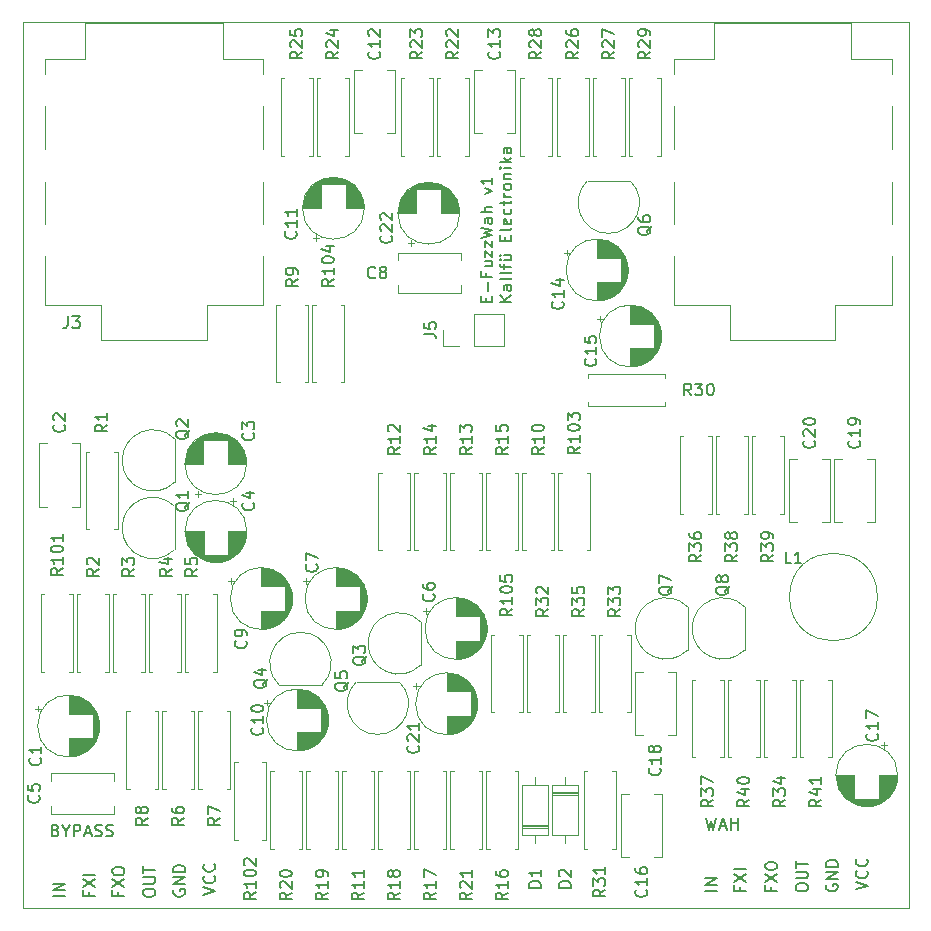
<source format=gto>
%TF.GenerationSoftware,KiCad,Pcbnew,9.0.0*%
%TF.CreationDate,2025-04-03T11:11:53-03:00*%
%TF.ProjectId,FuzzWah,46757a7a-5761-4682-9e6b-696361645f70,rev?*%
%TF.SameCoordinates,Original*%
%TF.FileFunction,Legend,Top*%
%TF.FilePolarity,Positive*%
%FSLAX46Y46*%
G04 Gerber Fmt 4.6, Leading zero omitted, Abs format (unit mm)*
G04 Created by KiCad (PCBNEW 9.0.0) date 2025-04-03 11:11:53*
%MOMM*%
%LPD*%
G01*
G04 APERTURE LIST*
%ADD10C,0.150000*%
%ADD11C,0.120000*%
%TA.AperFunction,Profile*%
%ADD12C,0.100000*%
%TD*%
G04 APERTURE END LIST*
D10*
X76236065Y-63663220D02*
X76236065Y-63329887D01*
X76759875Y-63187030D02*
X76759875Y-63663220D01*
X76759875Y-63663220D02*
X75759875Y-63663220D01*
X75759875Y-63663220D02*
X75759875Y-63187030D01*
X76378922Y-62758458D02*
X76378922Y-61996554D01*
X76236065Y-61187030D02*
X76236065Y-61520363D01*
X76759875Y-61520363D02*
X75759875Y-61520363D01*
X75759875Y-61520363D02*
X75759875Y-61044173D01*
X76093208Y-60234649D02*
X76759875Y-60234649D01*
X76093208Y-60663220D02*
X76617017Y-60663220D01*
X76617017Y-60663220D02*
X76712256Y-60615601D01*
X76712256Y-60615601D02*
X76759875Y-60520363D01*
X76759875Y-60520363D02*
X76759875Y-60377506D01*
X76759875Y-60377506D02*
X76712256Y-60282268D01*
X76712256Y-60282268D02*
X76664636Y-60234649D01*
X76093208Y-59853696D02*
X76093208Y-59329887D01*
X76093208Y-59329887D02*
X76759875Y-59853696D01*
X76759875Y-59853696D02*
X76759875Y-59329887D01*
X76093208Y-59044172D02*
X76093208Y-58520363D01*
X76093208Y-58520363D02*
X76759875Y-59044172D01*
X76759875Y-59044172D02*
X76759875Y-58520363D01*
X75759875Y-58234648D02*
X76759875Y-57996553D01*
X76759875Y-57996553D02*
X76045589Y-57806077D01*
X76045589Y-57806077D02*
X76759875Y-57615601D01*
X76759875Y-57615601D02*
X75759875Y-57377506D01*
X76759875Y-56567982D02*
X76236065Y-56567982D01*
X76236065Y-56567982D02*
X76140827Y-56615601D01*
X76140827Y-56615601D02*
X76093208Y-56710839D01*
X76093208Y-56710839D02*
X76093208Y-56901315D01*
X76093208Y-56901315D02*
X76140827Y-56996553D01*
X76712256Y-56567982D02*
X76759875Y-56663220D01*
X76759875Y-56663220D02*
X76759875Y-56901315D01*
X76759875Y-56901315D02*
X76712256Y-56996553D01*
X76712256Y-56996553D02*
X76617017Y-57044172D01*
X76617017Y-57044172D02*
X76521779Y-57044172D01*
X76521779Y-57044172D02*
X76426541Y-56996553D01*
X76426541Y-56996553D02*
X76378922Y-56901315D01*
X76378922Y-56901315D02*
X76378922Y-56663220D01*
X76378922Y-56663220D02*
X76331303Y-56567982D01*
X76759875Y-56091791D02*
X75759875Y-56091791D01*
X76759875Y-55663220D02*
X76236065Y-55663220D01*
X76236065Y-55663220D02*
X76140827Y-55710839D01*
X76140827Y-55710839D02*
X76093208Y-55806077D01*
X76093208Y-55806077D02*
X76093208Y-55948934D01*
X76093208Y-55948934D02*
X76140827Y-56044172D01*
X76140827Y-56044172D02*
X76188446Y-56091791D01*
X76093208Y-54520362D02*
X76759875Y-54282267D01*
X76759875Y-54282267D02*
X76093208Y-54044172D01*
X76759875Y-53139410D02*
X76759875Y-53710838D01*
X76759875Y-53425124D02*
X75759875Y-53425124D01*
X75759875Y-53425124D02*
X75902732Y-53520362D01*
X75902732Y-53520362D02*
X75997970Y-53615600D01*
X75997970Y-53615600D02*
X76045589Y-53710838D01*
X78369819Y-63663220D02*
X77369819Y-63663220D01*
X78369819Y-63091792D02*
X77798390Y-63520363D01*
X77369819Y-63091792D02*
X77941247Y-63663220D01*
X78369819Y-62234649D02*
X77846009Y-62234649D01*
X77846009Y-62234649D02*
X77750771Y-62282268D01*
X77750771Y-62282268D02*
X77703152Y-62377506D01*
X77703152Y-62377506D02*
X77703152Y-62567982D01*
X77703152Y-62567982D02*
X77750771Y-62663220D01*
X78322200Y-62234649D02*
X78369819Y-62329887D01*
X78369819Y-62329887D02*
X78369819Y-62567982D01*
X78369819Y-62567982D02*
X78322200Y-62663220D01*
X78322200Y-62663220D02*
X78226961Y-62710839D01*
X78226961Y-62710839D02*
X78131723Y-62710839D01*
X78131723Y-62710839D02*
X78036485Y-62663220D01*
X78036485Y-62663220D02*
X77988866Y-62567982D01*
X77988866Y-62567982D02*
X77988866Y-62329887D01*
X77988866Y-62329887D02*
X77941247Y-62234649D01*
X78369819Y-61615601D02*
X78322200Y-61710839D01*
X78322200Y-61710839D02*
X78226961Y-61758458D01*
X78226961Y-61758458D02*
X77369819Y-61758458D01*
X78369819Y-61091791D02*
X78322200Y-61187029D01*
X78322200Y-61187029D02*
X78226961Y-61234648D01*
X78226961Y-61234648D02*
X77369819Y-61234648D01*
X77703152Y-60853695D02*
X77703152Y-60472743D01*
X78369819Y-60710838D02*
X77512676Y-60710838D01*
X77512676Y-60710838D02*
X77417438Y-60663219D01*
X77417438Y-60663219D02*
X77369819Y-60567981D01*
X77369819Y-60567981D02*
X77369819Y-60472743D01*
X77703152Y-59710838D02*
X78369819Y-59710838D01*
X77703152Y-60139409D02*
X78226961Y-60139409D01*
X78226961Y-60139409D02*
X78322200Y-60091790D01*
X78322200Y-60091790D02*
X78369819Y-59996552D01*
X78369819Y-59996552D02*
X78369819Y-59853695D01*
X78369819Y-59853695D02*
X78322200Y-59758457D01*
X78322200Y-59758457D02*
X78274580Y-59710838D01*
X77369819Y-60091790D02*
X77417438Y-60044171D01*
X77417438Y-60044171D02*
X77465057Y-60091790D01*
X77465057Y-60091790D02*
X77417438Y-60139409D01*
X77417438Y-60139409D02*
X77369819Y-60091790D01*
X77369819Y-60091790D02*
X77465057Y-60091790D01*
X77369819Y-59710838D02*
X77417438Y-59663219D01*
X77417438Y-59663219D02*
X77465057Y-59710838D01*
X77465057Y-59710838D02*
X77417438Y-59758457D01*
X77417438Y-59758457D02*
X77369819Y-59710838D01*
X77369819Y-59710838D02*
X77465057Y-59710838D01*
X77846009Y-58472742D02*
X77846009Y-58139409D01*
X78369819Y-57996552D02*
X78369819Y-58472742D01*
X78369819Y-58472742D02*
X77369819Y-58472742D01*
X77369819Y-58472742D02*
X77369819Y-57996552D01*
X78369819Y-57425123D02*
X78322200Y-57520361D01*
X78322200Y-57520361D02*
X78226961Y-57567980D01*
X78226961Y-57567980D02*
X77369819Y-57567980D01*
X78322200Y-56663218D02*
X78369819Y-56758456D01*
X78369819Y-56758456D02*
X78369819Y-56948932D01*
X78369819Y-56948932D02*
X78322200Y-57044170D01*
X78322200Y-57044170D02*
X78226961Y-57091789D01*
X78226961Y-57091789D02*
X77846009Y-57091789D01*
X77846009Y-57091789D02*
X77750771Y-57044170D01*
X77750771Y-57044170D02*
X77703152Y-56948932D01*
X77703152Y-56948932D02*
X77703152Y-56758456D01*
X77703152Y-56758456D02*
X77750771Y-56663218D01*
X77750771Y-56663218D02*
X77846009Y-56615599D01*
X77846009Y-56615599D02*
X77941247Y-56615599D01*
X77941247Y-56615599D02*
X78036485Y-57091789D01*
X78322200Y-55758456D02*
X78369819Y-55853694D01*
X78369819Y-55853694D02*
X78369819Y-56044170D01*
X78369819Y-56044170D02*
X78322200Y-56139408D01*
X78322200Y-56139408D02*
X78274580Y-56187027D01*
X78274580Y-56187027D02*
X78179342Y-56234646D01*
X78179342Y-56234646D02*
X77893628Y-56234646D01*
X77893628Y-56234646D02*
X77798390Y-56187027D01*
X77798390Y-56187027D02*
X77750771Y-56139408D01*
X77750771Y-56139408D02*
X77703152Y-56044170D01*
X77703152Y-56044170D02*
X77703152Y-55853694D01*
X77703152Y-55853694D02*
X77750771Y-55758456D01*
X77703152Y-55472741D02*
X77703152Y-55091789D01*
X77369819Y-55329884D02*
X78226961Y-55329884D01*
X78226961Y-55329884D02*
X78322200Y-55282265D01*
X78322200Y-55282265D02*
X78369819Y-55187027D01*
X78369819Y-55187027D02*
X78369819Y-55091789D01*
X78369819Y-54758455D02*
X77703152Y-54758455D01*
X77893628Y-54758455D02*
X77798390Y-54710836D01*
X77798390Y-54710836D02*
X77750771Y-54663217D01*
X77750771Y-54663217D02*
X77703152Y-54567979D01*
X77703152Y-54567979D02*
X77703152Y-54472741D01*
X78369819Y-53996550D02*
X78322200Y-54091788D01*
X78322200Y-54091788D02*
X78274580Y-54139407D01*
X78274580Y-54139407D02*
X78179342Y-54187026D01*
X78179342Y-54187026D02*
X77893628Y-54187026D01*
X77893628Y-54187026D02*
X77798390Y-54139407D01*
X77798390Y-54139407D02*
X77750771Y-54091788D01*
X77750771Y-54091788D02*
X77703152Y-53996550D01*
X77703152Y-53996550D02*
X77703152Y-53853693D01*
X77703152Y-53853693D02*
X77750771Y-53758455D01*
X77750771Y-53758455D02*
X77798390Y-53710836D01*
X77798390Y-53710836D02*
X77893628Y-53663217D01*
X77893628Y-53663217D02*
X78179342Y-53663217D01*
X78179342Y-53663217D02*
X78274580Y-53710836D01*
X78274580Y-53710836D02*
X78322200Y-53758455D01*
X78322200Y-53758455D02*
X78369819Y-53853693D01*
X78369819Y-53853693D02*
X78369819Y-53996550D01*
X77703152Y-53234645D02*
X78369819Y-53234645D01*
X77798390Y-53234645D02*
X77750771Y-53187026D01*
X77750771Y-53187026D02*
X77703152Y-53091788D01*
X77703152Y-53091788D02*
X77703152Y-52948931D01*
X77703152Y-52948931D02*
X77750771Y-52853693D01*
X77750771Y-52853693D02*
X77846009Y-52806074D01*
X77846009Y-52806074D02*
X78369819Y-52806074D01*
X78369819Y-52329883D02*
X77703152Y-52329883D01*
X77369819Y-52329883D02*
X77417438Y-52377502D01*
X77417438Y-52377502D02*
X77465057Y-52329883D01*
X77465057Y-52329883D02*
X77417438Y-52282264D01*
X77417438Y-52282264D02*
X77369819Y-52329883D01*
X77369819Y-52329883D02*
X77465057Y-52329883D01*
X78369819Y-51853693D02*
X77369819Y-51853693D01*
X77988866Y-51758455D02*
X78369819Y-51472741D01*
X77703152Y-51472741D02*
X78084104Y-51853693D01*
X78369819Y-50615598D02*
X77846009Y-50615598D01*
X77846009Y-50615598D02*
X77750771Y-50663217D01*
X77750771Y-50663217D02*
X77703152Y-50758455D01*
X77703152Y-50758455D02*
X77703152Y-50948931D01*
X77703152Y-50948931D02*
X77750771Y-51044169D01*
X78322200Y-50615598D02*
X78369819Y-50710836D01*
X78369819Y-50710836D02*
X78369819Y-50948931D01*
X78369819Y-50948931D02*
X78322200Y-51044169D01*
X78322200Y-51044169D02*
X78226961Y-51091788D01*
X78226961Y-51091788D02*
X78131723Y-51091788D01*
X78131723Y-51091788D02*
X78036485Y-51044169D01*
X78036485Y-51044169D02*
X77988866Y-50948931D01*
X77988866Y-50948931D02*
X77988866Y-50710836D01*
X77988866Y-50710836D02*
X77941247Y-50615598D01*
X49794438Y-113439411D02*
X49746819Y-113534649D01*
X49746819Y-113534649D02*
X49746819Y-113677506D01*
X49746819Y-113677506D02*
X49794438Y-113820363D01*
X49794438Y-113820363D02*
X49889676Y-113915601D01*
X49889676Y-113915601D02*
X49984914Y-113963220D01*
X49984914Y-113963220D02*
X50175390Y-114010839D01*
X50175390Y-114010839D02*
X50318247Y-114010839D01*
X50318247Y-114010839D02*
X50508723Y-113963220D01*
X50508723Y-113963220D02*
X50603961Y-113915601D01*
X50603961Y-113915601D02*
X50699200Y-113820363D01*
X50699200Y-113820363D02*
X50746819Y-113677506D01*
X50746819Y-113677506D02*
X50746819Y-113582268D01*
X50746819Y-113582268D02*
X50699200Y-113439411D01*
X50699200Y-113439411D02*
X50651580Y-113391792D01*
X50651580Y-113391792D02*
X50318247Y-113391792D01*
X50318247Y-113391792D02*
X50318247Y-113582268D01*
X50746819Y-112963220D02*
X49746819Y-112963220D01*
X49746819Y-112963220D02*
X50746819Y-112391792D01*
X50746819Y-112391792D02*
X49746819Y-112391792D01*
X50746819Y-111915601D02*
X49746819Y-111915601D01*
X49746819Y-111915601D02*
X49746819Y-111677506D01*
X49746819Y-111677506D02*
X49794438Y-111534649D01*
X49794438Y-111534649D02*
X49889676Y-111439411D01*
X49889676Y-111439411D02*
X49984914Y-111391792D01*
X49984914Y-111391792D02*
X50175390Y-111344173D01*
X50175390Y-111344173D02*
X50318247Y-111344173D01*
X50318247Y-111344173D02*
X50508723Y-111391792D01*
X50508723Y-111391792D02*
X50603961Y-111439411D01*
X50603961Y-111439411D02*
X50699200Y-111534649D01*
X50699200Y-111534649D02*
X50746819Y-111677506D01*
X50746819Y-111677506D02*
X50746819Y-111915601D01*
X94856541Y-107346819D02*
X95094636Y-108346819D01*
X95094636Y-108346819D02*
X95285112Y-107632533D01*
X95285112Y-107632533D02*
X95475588Y-108346819D01*
X95475588Y-108346819D02*
X95713684Y-107346819D01*
X96047017Y-108061104D02*
X96523207Y-108061104D01*
X95951779Y-108346819D02*
X96285112Y-107346819D01*
X96285112Y-107346819D02*
X96618445Y-108346819D01*
X96951779Y-108346819D02*
X96951779Y-107346819D01*
X96951779Y-107823009D02*
X97523207Y-107823009D01*
X97523207Y-108346819D02*
X97523207Y-107346819D01*
X97721009Y-113190887D02*
X97721009Y-113524220D01*
X98244819Y-113524220D02*
X97244819Y-113524220D01*
X97244819Y-113524220D02*
X97244819Y-113048030D01*
X97244819Y-112762315D02*
X98244819Y-112095649D01*
X97244819Y-112095649D02*
X98244819Y-112762315D01*
X98244819Y-111714696D02*
X97244819Y-111714696D01*
X52286819Y-113852077D02*
X53286819Y-113518744D01*
X53286819Y-113518744D02*
X52286819Y-113185411D01*
X53191580Y-112280649D02*
X53239200Y-112328268D01*
X53239200Y-112328268D02*
X53286819Y-112471125D01*
X53286819Y-112471125D02*
X53286819Y-112566363D01*
X53286819Y-112566363D02*
X53239200Y-112709220D01*
X53239200Y-112709220D02*
X53143961Y-112804458D01*
X53143961Y-112804458D02*
X53048723Y-112852077D01*
X53048723Y-112852077D02*
X52858247Y-112899696D01*
X52858247Y-112899696D02*
X52715390Y-112899696D01*
X52715390Y-112899696D02*
X52524914Y-112852077D01*
X52524914Y-112852077D02*
X52429676Y-112804458D01*
X52429676Y-112804458D02*
X52334438Y-112709220D01*
X52334438Y-112709220D02*
X52286819Y-112566363D01*
X52286819Y-112566363D02*
X52286819Y-112471125D01*
X52286819Y-112471125D02*
X52334438Y-112328268D01*
X52334438Y-112328268D02*
X52382057Y-112280649D01*
X53191580Y-111280649D02*
X53239200Y-111328268D01*
X53239200Y-111328268D02*
X53286819Y-111471125D01*
X53286819Y-111471125D02*
X53286819Y-111566363D01*
X53286819Y-111566363D02*
X53239200Y-111709220D01*
X53239200Y-111709220D02*
X53143961Y-111804458D01*
X53143961Y-111804458D02*
X53048723Y-111852077D01*
X53048723Y-111852077D02*
X52858247Y-111899696D01*
X52858247Y-111899696D02*
X52715390Y-111899696D01*
X52715390Y-111899696D02*
X52524914Y-111852077D01*
X52524914Y-111852077D02*
X52429676Y-111804458D01*
X52429676Y-111804458D02*
X52334438Y-111709220D01*
X52334438Y-111709220D02*
X52286819Y-111566363D01*
X52286819Y-111566363D02*
X52286819Y-111471125D01*
X52286819Y-111471125D02*
X52334438Y-111328268D01*
X52334438Y-111328268D02*
X52382057Y-111280649D01*
X102451819Y-113333744D02*
X102451819Y-113143268D01*
X102451819Y-113143268D02*
X102499438Y-113048030D01*
X102499438Y-113048030D02*
X102594676Y-112952792D01*
X102594676Y-112952792D02*
X102785152Y-112905173D01*
X102785152Y-112905173D02*
X103118485Y-112905173D01*
X103118485Y-112905173D02*
X103308961Y-112952792D01*
X103308961Y-112952792D02*
X103404200Y-113048030D01*
X103404200Y-113048030D02*
X103451819Y-113143268D01*
X103451819Y-113143268D02*
X103451819Y-113333744D01*
X103451819Y-113333744D02*
X103404200Y-113428982D01*
X103404200Y-113428982D02*
X103308961Y-113524220D01*
X103308961Y-113524220D02*
X103118485Y-113571839D01*
X103118485Y-113571839D02*
X102785152Y-113571839D01*
X102785152Y-113571839D02*
X102594676Y-113524220D01*
X102594676Y-113524220D02*
X102499438Y-113428982D01*
X102499438Y-113428982D02*
X102451819Y-113333744D01*
X102451819Y-112476601D02*
X103261342Y-112476601D01*
X103261342Y-112476601D02*
X103356580Y-112428982D01*
X103356580Y-112428982D02*
X103404200Y-112381363D01*
X103404200Y-112381363D02*
X103451819Y-112286125D01*
X103451819Y-112286125D02*
X103451819Y-112095649D01*
X103451819Y-112095649D02*
X103404200Y-112000411D01*
X103404200Y-112000411D02*
X103356580Y-111952792D01*
X103356580Y-111952792D02*
X103261342Y-111905173D01*
X103261342Y-111905173D02*
X102451819Y-111905173D01*
X102451819Y-111571839D02*
X102451819Y-111000411D01*
X103451819Y-111286125D02*
X102451819Y-111286125D01*
X40586819Y-113963220D02*
X39586819Y-113963220D01*
X40586819Y-113487030D02*
X39586819Y-113487030D01*
X39586819Y-113487030D02*
X40586819Y-112915602D01*
X40586819Y-112915602D02*
X39586819Y-112915602D01*
X95740819Y-113524220D02*
X94740819Y-113524220D01*
X95740819Y-113048030D02*
X94740819Y-113048030D01*
X94740819Y-113048030D02*
X95740819Y-112476602D01*
X95740819Y-112476602D02*
X94740819Y-112476602D01*
X42603009Y-113629887D02*
X42603009Y-113963220D01*
X43126819Y-113963220D02*
X42126819Y-113963220D01*
X42126819Y-113963220D02*
X42126819Y-113487030D01*
X42126819Y-113201315D02*
X43126819Y-112534649D01*
X42126819Y-112534649D02*
X43126819Y-113201315D01*
X43126819Y-112153696D02*
X42126819Y-112153696D01*
X45066009Y-113629887D02*
X45066009Y-113963220D01*
X45589819Y-113963220D02*
X44589819Y-113963220D01*
X44589819Y-113963220D02*
X44589819Y-113487030D01*
X44589819Y-113201315D02*
X45589819Y-112534649D01*
X44589819Y-112534649D02*
X45589819Y-113201315D01*
X44589819Y-111963220D02*
X44589819Y-111772744D01*
X44589819Y-111772744D02*
X44637438Y-111677506D01*
X44637438Y-111677506D02*
X44732676Y-111582268D01*
X44732676Y-111582268D02*
X44923152Y-111534649D01*
X44923152Y-111534649D02*
X45256485Y-111534649D01*
X45256485Y-111534649D02*
X45446961Y-111582268D01*
X45446961Y-111582268D02*
X45542200Y-111677506D01*
X45542200Y-111677506D02*
X45589819Y-111772744D01*
X45589819Y-111772744D02*
X45589819Y-111963220D01*
X45589819Y-111963220D02*
X45542200Y-112058458D01*
X45542200Y-112058458D02*
X45446961Y-112153696D01*
X45446961Y-112153696D02*
X45256485Y-112201315D01*
X45256485Y-112201315D02*
X44923152Y-112201315D01*
X44923152Y-112201315D02*
X44732676Y-112153696D01*
X44732676Y-112153696D02*
X44637438Y-112058458D01*
X44637438Y-112058458D02*
X44589819Y-111963220D01*
X107531819Y-113413077D02*
X108531819Y-113079744D01*
X108531819Y-113079744D02*
X107531819Y-112746411D01*
X108436580Y-111841649D02*
X108484200Y-111889268D01*
X108484200Y-111889268D02*
X108531819Y-112032125D01*
X108531819Y-112032125D02*
X108531819Y-112127363D01*
X108531819Y-112127363D02*
X108484200Y-112270220D01*
X108484200Y-112270220D02*
X108388961Y-112365458D01*
X108388961Y-112365458D02*
X108293723Y-112413077D01*
X108293723Y-112413077D02*
X108103247Y-112460696D01*
X108103247Y-112460696D02*
X107960390Y-112460696D01*
X107960390Y-112460696D02*
X107769914Y-112413077D01*
X107769914Y-112413077D02*
X107674676Y-112365458D01*
X107674676Y-112365458D02*
X107579438Y-112270220D01*
X107579438Y-112270220D02*
X107531819Y-112127363D01*
X107531819Y-112127363D02*
X107531819Y-112032125D01*
X107531819Y-112032125D02*
X107579438Y-111889268D01*
X107579438Y-111889268D02*
X107627057Y-111841649D01*
X108436580Y-110841649D02*
X108484200Y-110889268D01*
X108484200Y-110889268D02*
X108531819Y-111032125D01*
X108531819Y-111032125D02*
X108531819Y-111127363D01*
X108531819Y-111127363D02*
X108484200Y-111270220D01*
X108484200Y-111270220D02*
X108388961Y-111365458D01*
X108388961Y-111365458D02*
X108293723Y-111413077D01*
X108293723Y-111413077D02*
X108103247Y-111460696D01*
X108103247Y-111460696D02*
X107960390Y-111460696D01*
X107960390Y-111460696D02*
X107769914Y-111413077D01*
X107769914Y-111413077D02*
X107674676Y-111365458D01*
X107674676Y-111365458D02*
X107579438Y-111270220D01*
X107579438Y-111270220D02*
X107531819Y-111127363D01*
X107531819Y-111127363D02*
X107531819Y-111032125D01*
X107531819Y-111032125D02*
X107579438Y-110889268D01*
X107579438Y-110889268D02*
X107627057Y-110841649D01*
X39786112Y-108389009D02*
X39928969Y-108436628D01*
X39928969Y-108436628D02*
X39976588Y-108484247D01*
X39976588Y-108484247D02*
X40024207Y-108579485D01*
X40024207Y-108579485D02*
X40024207Y-108722342D01*
X40024207Y-108722342D02*
X39976588Y-108817580D01*
X39976588Y-108817580D02*
X39928969Y-108865200D01*
X39928969Y-108865200D02*
X39833731Y-108912819D01*
X39833731Y-108912819D02*
X39452779Y-108912819D01*
X39452779Y-108912819D02*
X39452779Y-107912819D01*
X39452779Y-107912819D02*
X39786112Y-107912819D01*
X39786112Y-107912819D02*
X39881350Y-107960438D01*
X39881350Y-107960438D02*
X39928969Y-108008057D01*
X39928969Y-108008057D02*
X39976588Y-108103295D01*
X39976588Y-108103295D02*
X39976588Y-108198533D01*
X39976588Y-108198533D02*
X39928969Y-108293771D01*
X39928969Y-108293771D02*
X39881350Y-108341390D01*
X39881350Y-108341390D02*
X39786112Y-108389009D01*
X39786112Y-108389009D02*
X39452779Y-108389009D01*
X40643255Y-108436628D02*
X40643255Y-108912819D01*
X40309922Y-107912819D02*
X40643255Y-108436628D01*
X40643255Y-108436628D02*
X40976588Y-107912819D01*
X41309922Y-108912819D02*
X41309922Y-107912819D01*
X41309922Y-107912819D02*
X41690874Y-107912819D01*
X41690874Y-107912819D02*
X41786112Y-107960438D01*
X41786112Y-107960438D02*
X41833731Y-108008057D01*
X41833731Y-108008057D02*
X41881350Y-108103295D01*
X41881350Y-108103295D02*
X41881350Y-108246152D01*
X41881350Y-108246152D02*
X41833731Y-108341390D01*
X41833731Y-108341390D02*
X41786112Y-108389009D01*
X41786112Y-108389009D02*
X41690874Y-108436628D01*
X41690874Y-108436628D02*
X41309922Y-108436628D01*
X42262303Y-108627104D02*
X42738493Y-108627104D01*
X42167065Y-108912819D02*
X42500398Y-107912819D01*
X42500398Y-107912819D02*
X42833731Y-108912819D01*
X43119446Y-108865200D02*
X43262303Y-108912819D01*
X43262303Y-108912819D02*
X43500398Y-108912819D01*
X43500398Y-108912819D02*
X43595636Y-108865200D01*
X43595636Y-108865200D02*
X43643255Y-108817580D01*
X43643255Y-108817580D02*
X43690874Y-108722342D01*
X43690874Y-108722342D02*
X43690874Y-108627104D01*
X43690874Y-108627104D02*
X43643255Y-108531866D01*
X43643255Y-108531866D02*
X43595636Y-108484247D01*
X43595636Y-108484247D02*
X43500398Y-108436628D01*
X43500398Y-108436628D02*
X43309922Y-108389009D01*
X43309922Y-108389009D02*
X43214684Y-108341390D01*
X43214684Y-108341390D02*
X43167065Y-108293771D01*
X43167065Y-108293771D02*
X43119446Y-108198533D01*
X43119446Y-108198533D02*
X43119446Y-108103295D01*
X43119446Y-108103295D02*
X43167065Y-108008057D01*
X43167065Y-108008057D02*
X43214684Y-107960438D01*
X43214684Y-107960438D02*
X43309922Y-107912819D01*
X43309922Y-107912819D02*
X43548017Y-107912819D01*
X43548017Y-107912819D02*
X43690874Y-107960438D01*
X44071827Y-108865200D02*
X44214684Y-108912819D01*
X44214684Y-108912819D02*
X44452779Y-108912819D01*
X44452779Y-108912819D02*
X44548017Y-108865200D01*
X44548017Y-108865200D02*
X44595636Y-108817580D01*
X44595636Y-108817580D02*
X44643255Y-108722342D01*
X44643255Y-108722342D02*
X44643255Y-108627104D01*
X44643255Y-108627104D02*
X44595636Y-108531866D01*
X44595636Y-108531866D02*
X44548017Y-108484247D01*
X44548017Y-108484247D02*
X44452779Y-108436628D01*
X44452779Y-108436628D02*
X44262303Y-108389009D01*
X44262303Y-108389009D02*
X44167065Y-108341390D01*
X44167065Y-108341390D02*
X44119446Y-108293771D01*
X44119446Y-108293771D02*
X44071827Y-108198533D01*
X44071827Y-108198533D02*
X44071827Y-108103295D01*
X44071827Y-108103295D02*
X44119446Y-108008057D01*
X44119446Y-108008057D02*
X44167065Y-107960438D01*
X44167065Y-107960438D02*
X44262303Y-107912819D01*
X44262303Y-107912819D02*
X44500398Y-107912819D01*
X44500398Y-107912819D02*
X44643255Y-107960438D01*
X100347009Y-113190887D02*
X100347009Y-113524220D01*
X100870819Y-113524220D02*
X99870819Y-113524220D01*
X99870819Y-113524220D02*
X99870819Y-113048030D01*
X99870819Y-112762315D02*
X100870819Y-112095649D01*
X99870819Y-112095649D02*
X100870819Y-112762315D01*
X99870819Y-111524220D02*
X99870819Y-111333744D01*
X99870819Y-111333744D02*
X99918438Y-111238506D01*
X99918438Y-111238506D02*
X100013676Y-111143268D01*
X100013676Y-111143268D02*
X100204152Y-111095649D01*
X100204152Y-111095649D02*
X100537485Y-111095649D01*
X100537485Y-111095649D02*
X100727961Y-111143268D01*
X100727961Y-111143268D02*
X100823200Y-111238506D01*
X100823200Y-111238506D02*
X100870819Y-111333744D01*
X100870819Y-111333744D02*
X100870819Y-111524220D01*
X100870819Y-111524220D02*
X100823200Y-111619458D01*
X100823200Y-111619458D02*
X100727961Y-111714696D01*
X100727961Y-111714696D02*
X100537485Y-111762315D01*
X100537485Y-111762315D02*
X100204152Y-111762315D01*
X100204152Y-111762315D02*
X100013676Y-111714696D01*
X100013676Y-111714696D02*
X99918438Y-111619458D01*
X99918438Y-111619458D02*
X99870819Y-111524220D01*
X47206819Y-113772744D02*
X47206819Y-113582268D01*
X47206819Y-113582268D02*
X47254438Y-113487030D01*
X47254438Y-113487030D02*
X47349676Y-113391792D01*
X47349676Y-113391792D02*
X47540152Y-113344173D01*
X47540152Y-113344173D02*
X47873485Y-113344173D01*
X47873485Y-113344173D02*
X48063961Y-113391792D01*
X48063961Y-113391792D02*
X48159200Y-113487030D01*
X48159200Y-113487030D02*
X48206819Y-113582268D01*
X48206819Y-113582268D02*
X48206819Y-113772744D01*
X48206819Y-113772744D02*
X48159200Y-113867982D01*
X48159200Y-113867982D02*
X48063961Y-113963220D01*
X48063961Y-113963220D02*
X47873485Y-114010839D01*
X47873485Y-114010839D02*
X47540152Y-114010839D01*
X47540152Y-114010839D02*
X47349676Y-113963220D01*
X47349676Y-113963220D02*
X47254438Y-113867982D01*
X47254438Y-113867982D02*
X47206819Y-113772744D01*
X47206819Y-112915601D02*
X48016342Y-112915601D01*
X48016342Y-112915601D02*
X48111580Y-112867982D01*
X48111580Y-112867982D02*
X48159200Y-112820363D01*
X48159200Y-112820363D02*
X48206819Y-112725125D01*
X48206819Y-112725125D02*
X48206819Y-112534649D01*
X48206819Y-112534649D02*
X48159200Y-112439411D01*
X48159200Y-112439411D02*
X48111580Y-112391792D01*
X48111580Y-112391792D02*
X48016342Y-112344173D01*
X48016342Y-112344173D02*
X47206819Y-112344173D01*
X47206819Y-112010839D02*
X47206819Y-111439411D01*
X48206819Y-111725125D02*
X47206819Y-111725125D01*
X105039438Y-113000411D02*
X104991819Y-113095649D01*
X104991819Y-113095649D02*
X104991819Y-113238506D01*
X104991819Y-113238506D02*
X105039438Y-113381363D01*
X105039438Y-113381363D02*
X105134676Y-113476601D01*
X105134676Y-113476601D02*
X105229914Y-113524220D01*
X105229914Y-113524220D02*
X105420390Y-113571839D01*
X105420390Y-113571839D02*
X105563247Y-113571839D01*
X105563247Y-113571839D02*
X105753723Y-113524220D01*
X105753723Y-113524220D02*
X105848961Y-113476601D01*
X105848961Y-113476601D02*
X105944200Y-113381363D01*
X105944200Y-113381363D02*
X105991819Y-113238506D01*
X105991819Y-113238506D02*
X105991819Y-113143268D01*
X105991819Y-113143268D02*
X105944200Y-113000411D01*
X105944200Y-113000411D02*
X105896580Y-112952792D01*
X105896580Y-112952792D02*
X105563247Y-112952792D01*
X105563247Y-112952792D02*
X105563247Y-113143268D01*
X105991819Y-112524220D02*
X104991819Y-112524220D01*
X104991819Y-112524220D02*
X105991819Y-111952792D01*
X105991819Y-111952792D02*
X104991819Y-111952792D01*
X105991819Y-111476601D02*
X104991819Y-111476601D01*
X104991819Y-111476601D02*
X104991819Y-111238506D01*
X104991819Y-111238506D02*
X105039438Y-111095649D01*
X105039438Y-111095649D02*
X105134676Y-111000411D01*
X105134676Y-111000411D02*
X105229914Y-110952792D01*
X105229914Y-110952792D02*
X105420390Y-110905173D01*
X105420390Y-110905173D02*
X105563247Y-110905173D01*
X105563247Y-110905173D02*
X105753723Y-110952792D01*
X105753723Y-110952792D02*
X105848961Y-111000411D01*
X105848961Y-111000411D02*
X105944200Y-111095649D01*
X105944200Y-111095649D02*
X105991819Y-111238506D01*
X105991819Y-111238506D02*
X105991819Y-111476601D01*
X71765580Y-88399666D02*
X71813200Y-88447285D01*
X71813200Y-88447285D02*
X71860819Y-88590142D01*
X71860819Y-88590142D02*
X71860819Y-88685380D01*
X71860819Y-88685380D02*
X71813200Y-88828237D01*
X71813200Y-88828237D02*
X71717961Y-88923475D01*
X71717961Y-88923475D02*
X71622723Y-88971094D01*
X71622723Y-88971094D02*
X71432247Y-89018713D01*
X71432247Y-89018713D02*
X71289390Y-89018713D01*
X71289390Y-89018713D02*
X71098914Y-88971094D01*
X71098914Y-88971094D02*
X71003676Y-88923475D01*
X71003676Y-88923475D02*
X70908438Y-88828237D01*
X70908438Y-88828237D02*
X70860819Y-88685380D01*
X70860819Y-88685380D02*
X70860819Y-88590142D01*
X70860819Y-88590142D02*
X70908438Y-88447285D01*
X70908438Y-88447285D02*
X70956057Y-88399666D01*
X70860819Y-87542523D02*
X70860819Y-87732999D01*
X70860819Y-87732999D02*
X70908438Y-87828237D01*
X70908438Y-87828237D02*
X70956057Y-87875856D01*
X70956057Y-87875856D02*
X71098914Y-87971094D01*
X71098914Y-87971094D02*
X71289390Y-88018713D01*
X71289390Y-88018713D02*
X71670342Y-88018713D01*
X71670342Y-88018713D02*
X71765580Y-87971094D01*
X71765580Y-87971094D02*
X71813200Y-87923475D01*
X71813200Y-87923475D02*
X71860819Y-87828237D01*
X71860819Y-87828237D02*
X71860819Y-87637761D01*
X71860819Y-87637761D02*
X71813200Y-87542523D01*
X71813200Y-87542523D02*
X71765580Y-87494904D01*
X71765580Y-87494904D02*
X71670342Y-87447285D01*
X71670342Y-87447285D02*
X71432247Y-87447285D01*
X71432247Y-87447285D02*
X71337009Y-87494904D01*
X71337009Y-87494904D02*
X71289390Y-87542523D01*
X71289390Y-87542523D02*
X71241771Y-87637761D01*
X71241771Y-87637761D02*
X71241771Y-87828237D01*
X71241771Y-87828237D02*
X71289390Y-87923475D01*
X71289390Y-87923475D02*
X71337009Y-87971094D01*
X71337009Y-87971094D02*
X71432247Y-88018713D01*
X83385819Y-113260094D02*
X82385819Y-113260094D01*
X82385819Y-113260094D02*
X82385819Y-113021999D01*
X82385819Y-113021999D02*
X82433438Y-112879142D01*
X82433438Y-112879142D02*
X82528676Y-112783904D01*
X82528676Y-112783904D02*
X82623914Y-112736285D01*
X82623914Y-112736285D02*
X82814390Y-112688666D01*
X82814390Y-112688666D02*
X82957247Y-112688666D01*
X82957247Y-112688666D02*
X83147723Y-112736285D01*
X83147723Y-112736285D02*
X83242961Y-112783904D01*
X83242961Y-112783904D02*
X83338200Y-112879142D01*
X83338200Y-112879142D02*
X83385819Y-113021999D01*
X83385819Y-113021999D02*
X83385819Y-113260094D01*
X82481057Y-112307713D02*
X82433438Y-112260094D01*
X82433438Y-112260094D02*
X82385819Y-112164856D01*
X82385819Y-112164856D02*
X82385819Y-111926761D01*
X82385819Y-111926761D02*
X82433438Y-111831523D01*
X82433438Y-111831523D02*
X82481057Y-111783904D01*
X82481057Y-111783904D02*
X82576295Y-111736285D01*
X82576295Y-111736285D02*
X82671533Y-111736285D01*
X82671533Y-111736285D02*
X82814390Y-111783904D01*
X82814390Y-111783904D02*
X83385819Y-112355332D01*
X83385819Y-112355332D02*
X83385819Y-111736285D01*
X51762819Y-86272666D02*
X51286628Y-86605999D01*
X51762819Y-86844094D02*
X50762819Y-86844094D01*
X50762819Y-86844094D02*
X50762819Y-86463142D01*
X50762819Y-86463142D02*
X50810438Y-86367904D01*
X50810438Y-86367904D02*
X50858057Y-86320285D01*
X50858057Y-86320285D02*
X50953295Y-86272666D01*
X50953295Y-86272666D02*
X51096152Y-86272666D01*
X51096152Y-86272666D02*
X51191390Y-86320285D01*
X51191390Y-86320285D02*
X51239009Y-86367904D01*
X51239009Y-86367904D02*
X51286628Y-86463142D01*
X51286628Y-86463142D02*
X51286628Y-86844094D01*
X50762819Y-85367904D02*
X50762819Y-85844094D01*
X50762819Y-85844094D02*
X51239009Y-85891713D01*
X51239009Y-85891713D02*
X51191390Y-85844094D01*
X51191390Y-85844094D02*
X51143771Y-85748856D01*
X51143771Y-85748856D02*
X51143771Y-85510761D01*
X51143771Y-85510761D02*
X51191390Y-85415523D01*
X51191390Y-85415523D02*
X51239009Y-85367904D01*
X51239009Y-85367904D02*
X51334247Y-85320285D01*
X51334247Y-85320285D02*
X51572342Y-85320285D01*
X51572342Y-85320285D02*
X51667580Y-85367904D01*
X51667580Y-85367904D02*
X51715200Y-85415523D01*
X51715200Y-85415523D02*
X51762819Y-85510761D01*
X51762819Y-85510761D02*
X51762819Y-85748856D01*
X51762819Y-85748856D02*
X51715200Y-85844094D01*
X51715200Y-85844094D02*
X51667580Y-85891713D01*
X61859580Y-85891666D02*
X61907200Y-85939285D01*
X61907200Y-85939285D02*
X61954819Y-86082142D01*
X61954819Y-86082142D02*
X61954819Y-86177380D01*
X61954819Y-86177380D02*
X61907200Y-86320237D01*
X61907200Y-86320237D02*
X61811961Y-86415475D01*
X61811961Y-86415475D02*
X61716723Y-86463094D01*
X61716723Y-86463094D02*
X61526247Y-86510713D01*
X61526247Y-86510713D02*
X61383390Y-86510713D01*
X61383390Y-86510713D02*
X61192914Y-86463094D01*
X61192914Y-86463094D02*
X61097676Y-86415475D01*
X61097676Y-86415475D02*
X61002438Y-86320237D01*
X61002438Y-86320237D02*
X60954819Y-86177380D01*
X60954819Y-86177380D02*
X60954819Y-86082142D01*
X60954819Y-86082142D02*
X61002438Y-85939285D01*
X61002438Y-85939285D02*
X61050057Y-85891666D01*
X60954819Y-85558332D02*
X60954819Y-84891666D01*
X60954819Y-84891666D02*
X61954819Y-85320237D01*
X107801580Y-75405857D02*
X107849200Y-75453476D01*
X107849200Y-75453476D02*
X107896819Y-75596333D01*
X107896819Y-75596333D02*
X107896819Y-75691571D01*
X107896819Y-75691571D02*
X107849200Y-75834428D01*
X107849200Y-75834428D02*
X107753961Y-75929666D01*
X107753961Y-75929666D02*
X107658723Y-75977285D01*
X107658723Y-75977285D02*
X107468247Y-76024904D01*
X107468247Y-76024904D02*
X107325390Y-76024904D01*
X107325390Y-76024904D02*
X107134914Y-75977285D01*
X107134914Y-75977285D02*
X107039676Y-75929666D01*
X107039676Y-75929666D02*
X106944438Y-75834428D01*
X106944438Y-75834428D02*
X106896819Y-75691571D01*
X106896819Y-75691571D02*
X106896819Y-75596333D01*
X106896819Y-75596333D02*
X106944438Y-75453476D01*
X106944438Y-75453476D02*
X106992057Y-75405857D01*
X107896819Y-74453476D02*
X107896819Y-75024904D01*
X107896819Y-74739190D02*
X106896819Y-74739190D01*
X106896819Y-74739190D02*
X107039676Y-74834428D01*
X107039676Y-74834428D02*
X107134914Y-74929666D01*
X107134914Y-74929666D02*
X107182533Y-75024904D01*
X107896819Y-73977285D02*
X107896819Y-73786809D01*
X107896819Y-73786809D02*
X107849200Y-73691571D01*
X107849200Y-73691571D02*
X107801580Y-73643952D01*
X107801580Y-73643952D02*
X107658723Y-73548714D01*
X107658723Y-73548714D02*
X107468247Y-73501095D01*
X107468247Y-73501095D02*
X107087295Y-73501095D01*
X107087295Y-73501095D02*
X106992057Y-73548714D01*
X106992057Y-73548714D02*
X106944438Y-73596333D01*
X106944438Y-73596333D02*
X106896819Y-73691571D01*
X106896819Y-73691571D02*
X106896819Y-73882047D01*
X106896819Y-73882047D02*
X106944438Y-73977285D01*
X106944438Y-73977285D02*
X106992057Y-74024904D01*
X106992057Y-74024904D02*
X107087295Y-74072523D01*
X107087295Y-74072523D02*
X107325390Y-74072523D01*
X107325390Y-74072523D02*
X107420628Y-74024904D01*
X107420628Y-74024904D02*
X107468247Y-73977285D01*
X107468247Y-73977285D02*
X107515866Y-73882047D01*
X107515866Y-73882047D02*
X107515866Y-73691571D01*
X107515866Y-73691571D02*
X107468247Y-73596333D01*
X107468247Y-73596333D02*
X107420628Y-73548714D01*
X107420628Y-73548714D02*
X107325390Y-73501095D01*
X75003819Y-113672857D02*
X74527628Y-114006190D01*
X75003819Y-114244285D02*
X74003819Y-114244285D01*
X74003819Y-114244285D02*
X74003819Y-113863333D01*
X74003819Y-113863333D02*
X74051438Y-113768095D01*
X74051438Y-113768095D02*
X74099057Y-113720476D01*
X74099057Y-113720476D02*
X74194295Y-113672857D01*
X74194295Y-113672857D02*
X74337152Y-113672857D01*
X74337152Y-113672857D02*
X74432390Y-113720476D01*
X74432390Y-113720476D02*
X74480009Y-113768095D01*
X74480009Y-113768095D02*
X74527628Y-113863333D01*
X74527628Y-113863333D02*
X74527628Y-114244285D01*
X74099057Y-113291904D02*
X74051438Y-113244285D01*
X74051438Y-113244285D02*
X74003819Y-113149047D01*
X74003819Y-113149047D02*
X74003819Y-112910952D01*
X74003819Y-112910952D02*
X74051438Y-112815714D01*
X74051438Y-112815714D02*
X74099057Y-112768095D01*
X74099057Y-112768095D02*
X74194295Y-112720476D01*
X74194295Y-112720476D02*
X74289533Y-112720476D01*
X74289533Y-112720476D02*
X74432390Y-112768095D01*
X74432390Y-112768095D02*
X75003819Y-113339523D01*
X75003819Y-113339523D02*
X75003819Y-112720476D01*
X75003819Y-111768095D02*
X75003819Y-112339523D01*
X75003819Y-112053809D02*
X74003819Y-112053809D01*
X74003819Y-112053809D02*
X74146676Y-112149047D01*
X74146676Y-112149047D02*
X74241914Y-112244285D01*
X74241914Y-112244285D02*
X74289533Y-112339523D01*
X75003819Y-75953857D02*
X74527628Y-76287190D01*
X75003819Y-76525285D02*
X74003819Y-76525285D01*
X74003819Y-76525285D02*
X74003819Y-76144333D01*
X74003819Y-76144333D02*
X74051438Y-76049095D01*
X74051438Y-76049095D02*
X74099057Y-76001476D01*
X74099057Y-76001476D02*
X74194295Y-75953857D01*
X74194295Y-75953857D02*
X74337152Y-75953857D01*
X74337152Y-75953857D02*
X74432390Y-76001476D01*
X74432390Y-76001476D02*
X74480009Y-76049095D01*
X74480009Y-76049095D02*
X74527628Y-76144333D01*
X74527628Y-76144333D02*
X74527628Y-76525285D01*
X75003819Y-75001476D02*
X75003819Y-75572904D01*
X75003819Y-75287190D02*
X74003819Y-75287190D01*
X74003819Y-75287190D02*
X74146676Y-75382428D01*
X74146676Y-75382428D02*
X74241914Y-75477666D01*
X74241914Y-75477666D02*
X74289533Y-75572904D01*
X74003819Y-74668142D02*
X74003819Y-74049095D01*
X74003819Y-74049095D02*
X74384771Y-74382428D01*
X74384771Y-74382428D02*
X74384771Y-74239571D01*
X74384771Y-74239571D02*
X74432390Y-74144333D01*
X74432390Y-74144333D02*
X74480009Y-74096714D01*
X74480009Y-74096714D02*
X74575247Y-74049095D01*
X74575247Y-74049095D02*
X74813342Y-74049095D01*
X74813342Y-74049095D02*
X74908580Y-74096714D01*
X74908580Y-74096714D02*
X74956200Y-74144333D01*
X74956200Y-74144333D02*
X75003819Y-74239571D01*
X75003819Y-74239571D02*
X75003819Y-74525285D01*
X75003819Y-74525285D02*
X74956200Y-74620523D01*
X74956200Y-74620523D02*
X74908580Y-74668142D01*
X70812819Y-42483857D02*
X70336628Y-42817190D01*
X70812819Y-43055285D02*
X69812819Y-43055285D01*
X69812819Y-43055285D02*
X69812819Y-42674333D01*
X69812819Y-42674333D02*
X69860438Y-42579095D01*
X69860438Y-42579095D02*
X69908057Y-42531476D01*
X69908057Y-42531476D02*
X70003295Y-42483857D01*
X70003295Y-42483857D02*
X70146152Y-42483857D01*
X70146152Y-42483857D02*
X70241390Y-42531476D01*
X70241390Y-42531476D02*
X70289009Y-42579095D01*
X70289009Y-42579095D02*
X70336628Y-42674333D01*
X70336628Y-42674333D02*
X70336628Y-43055285D01*
X69908057Y-42102904D02*
X69860438Y-42055285D01*
X69860438Y-42055285D02*
X69812819Y-41960047D01*
X69812819Y-41960047D02*
X69812819Y-41721952D01*
X69812819Y-41721952D02*
X69860438Y-41626714D01*
X69860438Y-41626714D02*
X69908057Y-41579095D01*
X69908057Y-41579095D02*
X70003295Y-41531476D01*
X70003295Y-41531476D02*
X70098533Y-41531476D01*
X70098533Y-41531476D02*
X70241390Y-41579095D01*
X70241390Y-41579095D02*
X70812819Y-42150523D01*
X70812819Y-42150523D02*
X70812819Y-41531476D01*
X69812819Y-41198142D02*
X69812819Y-40579095D01*
X69812819Y-40579095D02*
X70193771Y-40912428D01*
X70193771Y-40912428D02*
X70193771Y-40769571D01*
X70193771Y-40769571D02*
X70241390Y-40674333D01*
X70241390Y-40674333D02*
X70289009Y-40626714D01*
X70289009Y-40626714D02*
X70384247Y-40579095D01*
X70384247Y-40579095D02*
X70622342Y-40579095D01*
X70622342Y-40579095D02*
X70717580Y-40626714D01*
X70717580Y-40626714D02*
X70765200Y-40674333D01*
X70765200Y-40674333D02*
X70812819Y-40769571D01*
X70812819Y-40769571D02*
X70812819Y-41055285D01*
X70812819Y-41055285D02*
X70765200Y-41150523D01*
X70765200Y-41150523D02*
X70717580Y-41198142D01*
X66082057Y-93662238D02*
X66034438Y-93757476D01*
X66034438Y-93757476D02*
X65939200Y-93852714D01*
X65939200Y-93852714D02*
X65796342Y-93995571D01*
X65796342Y-93995571D02*
X65748723Y-94090809D01*
X65748723Y-94090809D02*
X65748723Y-94186047D01*
X65986819Y-94138428D02*
X65939200Y-94233666D01*
X65939200Y-94233666D02*
X65843961Y-94328904D01*
X65843961Y-94328904D02*
X65653485Y-94376523D01*
X65653485Y-94376523D02*
X65320152Y-94376523D01*
X65320152Y-94376523D02*
X65129676Y-94328904D01*
X65129676Y-94328904D02*
X65034438Y-94233666D01*
X65034438Y-94233666D02*
X64986819Y-94138428D01*
X64986819Y-94138428D02*
X64986819Y-93947952D01*
X64986819Y-93947952D02*
X65034438Y-93852714D01*
X65034438Y-93852714D02*
X65129676Y-93757476D01*
X65129676Y-93757476D02*
X65320152Y-93709857D01*
X65320152Y-93709857D02*
X65653485Y-93709857D01*
X65653485Y-93709857D02*
X65843961Y-93757476D01*
X65843961Y-93757476D02*
X65939200Y-93852714D01*
X65939200Y-93852714D02*
X65986819Y-93947952D01*
X65986819Y-93947952D02*
X65986819Y-94138428D01*
X64986819Y-93376523D02*
X64986819Y-92757476D01*
X64986819Y-92757476D02*
X65367771Y-93090809D01*
X65367771Y-93090809D02*
X65367771Y-92947952D01*
X65367771Y-92947952D02*
X65415390Y-92852714D01*
X65415390Y-92852714D02*
X65463009Y-92805095D01*
X65463009Y-92805095D02*
X65558247Y-92757476D01*
X65558247Y-92757476D02*
X65796342Y-92757476D01*
X65796342Y-92757476D02*
X65891580Y-92805095D01*
X65891580Y-92805095D02*
X65939200Y-92852714D01*
X65939200Y-92852714D02*
X65986819Y-92947952D01*
X65986819Y-92947952D02*
X65986819Y-93233666D01*
X65986819Y-93233666D02*
X65939200Y-93328904D01*
X65939200Y-93328904D02*
X65891580Y-93376523D01*
X73860819Y-42483857D02*
X73384628Y-42817190D01*
X73860819Y-43055285D02*
X72860819Y-43055285D01*
X72860819Y-43055285D02*
X72860819Y-42674333D01*
X72860819Y-42674333D02*
X72908438Y-42579095D01*
X72908438Y-42579095D02*
X72956057Y-42531476D01*
X72956057Y-42531476D02*
X73051295Y-42483857D01*
X73051295Y-42483857D02*
X73194152Y-42483857D01*
X73194152Y-42483857D02*
X73289390Y-42531476D01*
X73289390Y-42531476D02*
X73337009Y-42579095D01*
X73337009Y-42579095D02*
X73384628Y-42674333D01*
X73384628Y-42674333D02*
X73384628Y-43055285D01*
X72956057Y-42102904D02*
X72908438Y-42055285D01*
X72908438Y-42055285D02*
X72860819Y-41960047D01*
X72860819Y-41960047D02*
X72860819Y-41721952D01*
X72860819Y-41721952D02*
X72908438Y-41626714D01*
X72908438Y-41626714D02*
X72956057Y-41579095D01*
X72956057Y-41579095D02*
X73051295Y-41531476D01*
X73051295Y-41531476D02*
X73146533Y-41531476D01*
X73146533Y-41531476D02*
X73289390Y-41579095D01*
X73289390Y-41579095D02*
X73860819Y-42150523D01*
X73860819Y-42150523D02*
X73860819Y-41531476D01*
X72956057Y-41150523D02*
X72908438Y-41102904D01*
X72908438Y-41102904D02*
X72860819Y-41007666D01*
X72860819Y-41007666D02*
X72860819Y-40769571D01*
X72860819Y-40769571D02*
X72908438Y-40674333D01*
X72908438Y-40674333D02*
X72956057Y-40626714D01*
X72956057Y-40626714D02*
X73051295Y-40579095D01*
X73051295Y-40579095D02*
X73146533Y-40579095D01*
X73146533Y-40579095D02*
X73289390Y-40626714D01*
X73289390Y-40626714D02*
X73860819Y-41198142D01*
X73860819Y-41198142D02*
X73860819Y-40579095D01*
X90910580Y-103131857D02*
X90958200Y-103179476D01*
X90958200Y-103179476D02*
X91005819Y-103322333D01*
X91005819Y-103322333D02*
X91005819Y-103417571D01*
X91005819Y-103417571D02*
X90958200Y-103560428D01*
X90958200Y-103560428D02*
X90862961Y-103655666D01*
X90862961Y-103655666D02*
X90767723Y-103703285D01*
X90767723Y-103703285D02*
X90577247Y-103750904D01*
X90577247Y-103750904D02*
X90434390Y-103750904D01*
X90434390Y-103750904D02*
X90243914Y-103703285D01*
X90243914Y-103703285D02*
X90148676Y-103655666D01*
X90148676Y-103655666D02*
X90053438Y-103560428D01*
X90053438Y-103560428D02*
X90005819Y-103417571D01*
X90005819Y-103417571D02*
X90005819Y-103322333D01*
X90005819Y-103322333D02*
X90053438Y-103179476D01*
X90053438Y-103179476D02*
X90101057Y-103131857D01*
X91005819Y-102179476D02*
X91005819Y-102750904D01*
X91005819Y-102465190D02*
X90005819Y-102465190D01*
X90005819Y-102465190D02*
X90148676Y-102560428D01*
X90148676Y-102560428D02*
X90243914Y-102655666D01*
X90243914Y-102655666D02*
X90291533Y-102750904D01*
X90434390Y-101608047D02*
X90386771Y-101703285D01*
X90386771Y-101703285D02*
X90339152Y-101750904D01*
X90339152Y-101750904D02*
X90243914Y-101798523D01*
X90243914Y-101798523D02*
X90196295Y-101798523D01*
X90196295Y-101798523D02*
X90101057Y-101750904D01*
X90101057Y-101750904D02*
X90053438Y-101703285D01*
X90053438Y-101703285D02*
X90005819Y-101608047D01*
X90005819Y-101608047D02*
X90005819Y-101417571D01*
X90005819Y-101417571D02*
X90053438Y-101322333D01*
X90053438Y-101322333D02*
X90101057Y-101274714D01*
X90101057Y-101274714D02*
X90196295Y-101227095D01*
X90196295Y-101227095D02*
X90243914Y-101227095D01*
X90243914Y-101227095D02*
X90339152Y-101274714D01*
X90339152Y-101274714D02*
X90386771Y-101322333D01*
X90386771Y-101322333D02*
X90434390Y-101417571D01*
X90434390Y-101417571D02*
X90434390Y-101608047D01*
X90434390Y-101608047D02*
X90482009Y-101703285D01*
X90482009Y-101703285D02*
X90529628Y-101750904D01*
X90529628Y-101750904D02*
X90624866Y-101798523D01*
X90624866Y-101798523D02*
X90815342Y-101798523D01*
X90815342Y-101798523D02*
X90910580Y-101750904D01*
X90910580Y-101750904D02*
X90958200Y-101703285D01*
X90958200Y-101703285D02*
X91005819Y-101608047D01*
X91005819Y-101608047D02*
X91005819Y-101417571D01*
X91005819Y-101417571D02*
X90958200Y-101322333D01*
X90958200Y-101322333D02*
X90910580Y-101274714D01*
X90910580Y-101274714D02*
X90815342Y-101227095D01*
X90815342Y-101227095D02*
X90624866Y-101227095D01*
X90624866Y-101227095D02*
X90529628Y-101274714D01*
X90529628Y-101274714D02*
X90482009Y-101322333D01*
X90482009Y-101322333D02*
X90434390Y-101417571D01*
X93591142Y-71574819D02*
X93257809Y-71098628D01*
X93019714Y-71574819D02*
X93019714Y-70574819D01*
X93019714Y-70574819D02*
X93400666Y-70574819D01*
X93400666Y-70574819D02*
X93495904Y-70622438D01*
X93495904Y-70622438D02*
X93543523Y-70670057D01*
X93543523Y-70670057D02*
X93591142Y-70765295D01*
X93591142Y-70765295D02*
X93591142Y-70908152D01*
X93591142Y-70908152D02*
X93543523Y-71003390D01*
X93543523Y-71003390D02*
X93495904Y-71051009D01*
X93495904Y-71051009D02*
X93400666Y-71098628D01*
X93400666Y-71098628D02*
X93019714Y-71098628D01*
X93924476Y-70574819D02*
X94543523Y-70574819D01*
X94543523Y-70574819D02*
X94210190Y-70955771D01*
X94210190Y-70955771D02*
X94353047Y-70955771D01*
X94353047Y-70955771D02*
X94448285Y-71003390D01*
X94448285Y-71003390D02*
X94495904Y-71051009D01*
X94495904Y-71051009D02*
X94543523Y-71146247D01*
X94543523Y-71146247D02*
X94543523Y-71384342D01*
X94543523Y-71384342D02*
X94495904Y-71479580D01*
X94495904Y-71479580D02*
X94448285Y-71527200D01*
X94448285Y-71527200D02*
X94353047Y-71574819D01*
X94353047Y-71574819D02*
X94067333Y-71574819D01*
X94067333Y-71574819D02*
X93972095Y-71527200D01*
X93972095Y-71527200D02*
X93924476Y-71479580D01*
X95162571Y-70574819D02*
X95257809Y-70574819D01*
X95257809Y-70574819D02*
X95353047Y-70622438D01*
X95353047Y-70622438D02*
X95400666Y-70670057D01*
X95400666Y-70670057D02*
X95448285Y-70765295D01*
X95448285Y-70765295D02*
X95495904Y-70955771D01*
X95495904Y-70955771D02*
X95495904Y-71193866D01*
X95495904Y-71193866D02*
X95448285Y-71384342D01*
X95448285Y-71384342D02*
X95400666Y-71479580D01*
X95400666Y-71479580D02*
X95353047Y-71527200D01*
X95353047Y-71527200D02*
X95257809Y-71574819D01*
X95257809Y-71574819D02*
X95162571Y-71574819D01*
X95162571Y-71574819D02*
X95067333Y-71527200D01*
X95067333Y-71527200D02*
X95019714Y-71479580D01*
X95019714Y-71479580D02*
X94972095Y-71384342D01*
X94972095Y-71384342D02*
X94924476Y-71193866D01*
X94924476Y-71193866D02*
X94924476Y-70955771D01*
X94924476Y-70955771D02*
X94972095Y-70765295D01*
X94972095Y-70765295D02*
X95019714Y-70670057D01*
X95019714Y-70670057D02*
X95067333Y-70622438D01*
X95067333Y-70622438D02*
X95162571Y-70574819D01*
X98498819Y-105798857D02*
X98022628Y-106132190D01*
X98498819Y-106370285D02*
X97498819Y-106370285D01*
X97498819Y-106370285D02*
X97498819Y-105989333D01*
X97498819Y-105989333D02*
X97546438Y-105894095D01*
X97546438Y-105894095D02*
X97594057Y-105846476D01*
X97594057Y-105846476D02*
X97689295Y-105798857D01*
X97689295Y-105798857D02*
X97832152Y-105798857D01*
X97832152Y-105798857D02*
X97927390Y-105846476D01*
X97927390Y-105846476D02*
X97975009Y-105894095D01*
X97975009Y-105894095D02*
X98022628Y-105989333D01*
X98022628Y-105989333D02*
X98022628Y-106370285D01*
X97832152Y-104941714D02*
X98498819Y-104941714D01*
X97451200Y-105179809D02*
X98165485Y-105417904D01*
X98165485Y-105417904D02*
X98165485Y-104798857D01*
X97498819Y-104227428D02*
X97498819Y-104132190D01*
X97498819Y-104132190D02*
X97546438Y-104036952D01*
X97546438Y-104036952D02*
X97594057Y-103989333D01*
X97594057Y-103989333D02*
X97689295Y-103941714D01*
X97689295Y-103941714D02*
X97879771Y-103894095D01*
X97879771Y-103894095D02*
X98117866Y-103894095D01*
X98117866Y-103894095D02*
X98308342Y-103941714D01*
X98308342Y-103941714D02*
X98403580Y-103989333D01*
X98403580Y-103989333D02*
X98451200Y-104036952D01*
X98451200Y-104036952D02*
X98498819Y-104132190D01*
X98498819Y-104132190D02*
X98498819Y-104227428D01*
X98498819Y-104227428D02*
X98451200Y-104322666D01*
X98451200Y-104322666D02*
X98403580Y-104370285D01*
X98403580Y-104370285D02*
X98308342Y-104417904D01*
X98308342Y-104417904D02*
X98117866Y-104465523D01*
X98117866Y-104465523D02*
X97879771Y-104465523D01*
X97879771Y-104465523D02*
X97689295Y-104417904D01*
X97689295Y-104417904D02*
X97594057Y-104370285D01*
X97594057Y-104370285D02*
X97546438Y-104322666D01*
X97546438Y-104322666D02*
X97498819Y-104227428D01*
X60652819Y-42483857D02*
X60176628Y-42817190D01*
X60652819Y-43055285D02*
X59652819Y-43055285D01*
X59652819Y-43055285D02*
X59652819Y-42674333D01*
X59652819Y-42674333D02*
X59700438Y-42579095D01*
X59700438Y-42579095D02*
X59748057Y-42531476D01*
X59748057Y-42531476D02*
X59843295Y-42483857D01*
X59843295Y-42483857D02*
X59986152Y-42483857D01*
X59986152Y-42483857D02*
X60081390Y-42531476D01*
X60081390Y-42531476D02*
X60129009Y-42579095D01*
X60129009Y-42579095D02*
X60176628Y-42674333D01*
X60176628Y-42674333D02*
X60176628Y-43055285D01*
X59748057Y-42102904D02*
X59700438Y-42055285D01*
X59700438Y-42055285D02*
X59652819Y-41960047D01*
X59652819Y-41960047D02*
X59652819Y-41721952D01*
X59652819Y-41721952D02*
X59700438Y-41626714D01*
X59700438Y-41626714D02*
X59748057Y-41579095D01*
X59748057Y-41579095D02*
X59843295Y-41531476D01*
X59843295Y-41531476D02*
X59938533Y-41531476D01*
X59938533Y-41531476D02*
X60081390Y-41579095D01*
X60081390Y-41579095D02*
X60652819Y-42150523D01*
X60652819Y-42150523D02*
X60652819Y-41531476D01*
X59652819Y-40626714D02*
X59652819Y-41102904D01*
X59652819Y-41102904D02*
X60129009Y-41150523D01*
X60129009Y-41150523D02*
X60081390Y-41102904D01*
X60081390Y-41102904D02*
X60033771Y-41007666D01*
X60033771Y-41007666D02*
X60033771Y-40769571D01*
X60033771Y-40769571D02*
X60081390Y-40674333D01*
X60081390Y-40674333D02*
X60129009Y-40626714D01*
X60129009Y-40626714D02*
X60224247Y-40579095D01*
X60224247Y-40579095D02*
X60462342Y-40579095D01*
X60462342Y-40579095D02*
X60557580Y-40626714D01*
X60557580Y-40626714D02*
X60605200Y-40674333D01*
X60605200Y-40674333D02*
X60652819Y-40769571D01*
X60652819Y-40769571D02*
X60652819Y-41007666D01*
X60652819Y-41007666D02*
X60605200Y-41102904D01*
X60605200Y-41102904D02*
X60557580Y-41150523D01*
X85478468Y-68460857D02*
X85526088Y-68508476D01*
X85526088Y-68508476D02*
X85573707Y-68651333D01*
X85573707Y-68651333D02*
X85573707Y-68746571D01*
X85573707Y-68746571D02*
X85526088Y-68889428D01*
X85526088Y-68889428D02*
X85430849Y-68984666D01*
X85430849Y-68984666D02*
X85335611Y-69032285D01*
X85335611Y-69032285D02*
X85145135Y-69079904D01*
X85145135Y-69079904D02*
X85002278Y-69079904D01*
X85002278Y-69079904D02*
X84811802Y-69032285D01*
X84811802Y-69032285D02*
X84716564Y-68984666D01*
X84716564Y-68984666D02*
X84621326Y-68889428D01*
X84621326Y-68889428D02*
X84573707Y-68746571D01*
X84573707Y-68746571D02*
X84573707Y-68651333D01*
X84573707Y-68651333D02*
X84621326Y-68508476D01*
X84621326Y-68508476D02*
X84668945Y-68460857D01*
X85573707Y-67508476D02*
X85573707Y-68079904D01*
X85573707Y-67794190D02*
X84573707Y-67794190D01*
X84573707Y-67794190D02*
X84716564Y-67889428D01*
X84716564Y-67889428D02*
X84811802Y-67984666D01*
X84811802Y-67984666D02*
X84859421Y-68079904D01*
X84573707Y-66603714D02*
X84573707Y-67079904D01*
X84573707Y-67079904D02*
X85049897Y-67127523D01*
X85049897Y-67127523D02*
X85002278Y-67079904D01*
X85002278Y-67079904D02*
X84954659Y-66984666D01*
X84954659Y-66984666D02*
X84954659Y-66746571D01*
X84954659Y-66746571D02*
X85002278Y-66651333D01*
X85002278Y-66651333D02*
X85049897Y-66603714D01*
X85049897Y-66603714D02*
X85145135Y-66556095D01*
X85145135Y-66556095D02*
X85383230Y-66556095D01*
X85383230Y-66556095D02*
X85478468Y-66603714D01*
X85478468Y-66603714D02*
X85526088Y-66651333D01*
X85526088Y-66651333D02*
X85573707Y-66746571D01*
X85573707Y-66746571D02*
X85573707Y-66984666D01*
X85573707Y-66984666D02*
X85526088Y-67079904D01*
X85526088Y-67079904D02*
X85478468Y-67127523D01*
X82687580Y-63634857D02*
X82735200Y-63682476D01*
X82735200Y-63682476D02*
X82782819Y-63825333D01*
X82782819Y-63825333D02*
X82782819Y-63920571D01*
X82782819Y-63920571D02*
X82735200Y-64063428D01*
X82735200Y-64063428D02*
X82639961Y-64158666D01*
X82639961Y-64158666D02*
X82544723Y-64206285D01*
X82544723Y-64206285D02*
X82354247Y-64253904D01*
X82354247Y-64253904D02*
X82211390Y-64253904D01*
X82211390Y-64253904D02*
X82020914Y-64206285D01*
X82020914Y-64206285D02*
X81925676Y-64158666D01*
X81925676Y-64158666D02*
X81830438Y-64063428D01*
X81830438Y-64063428D02*
X81782819Y-63920571D01*
X81782819Y-63920571D02*
X81782819Y-63825333D01*
X81782819Y-63825333D02*
X81830438Y-63682476D01*
X81830438Y-63682476D02*
X81878057Y-63634857D01*
X82782819Y-62682476D02*
X82782819Y-63253904D01*
X82782819Y-62968190D02*
X81782819Y-62968190D01*
X81782819Y-62968190D02*
X81925676Y-63063428D01*
X81925676Y-63063428D02*
X82020914Y-63158666D01*
X82020914Y-63158666D02*
X82068533Y-63253904D01*
X82116152Y-61825333D02*
X82782819Y-61825333D01*
X81735200Y-62063428D02*
X82449485Y-62301523D01*
X82449485Y-62301523D02*
X82449485Y-61682476D01*
X63319819Y-61723447D02*
X62843628Y-62056780D01*
X63319819Y-62294875D02*
X62319819Y-62294875D01*
X62319819Y-62294875D02*
X62319819Y-61913923D01*
X62319819Y-61913923D02*
X62367438Y-61818685D01*
X62367438Y-61818685D02*
X62415057Y-61771066D01*
X62415057Y-61771066D02*
X62510295Y-61723447D01*
X62510295Y-61723447D02*
X62653152Y-61723447D01*
X62653152Y-61723447D02*
X62748390Y-61771066D01*
X62748390Y-61771066D02*
X62796009Y-61818685D01*
X62796009Y-61818685D02*
X62843628Y-61913923D01*
X62843628Y-61913923D02*
X62843628Y-62294875D01*
X63319819Y-60771066D02*
X63319819Y-61342494D01*
X63319819Y-61056780D02*
X62319819Y-61056780D01*
X62319819Y-61056780D02*
X62462676Y-61152018D01*
X62462676Y-61152018D02*
X62557914Y-61247256D01*
X62557914Y-61247256D02*
X62605533Y-61342494D01*
X62319819Y-60152018D02*
X62319819Y-60056780D01*
X62319819Y-60056780D02*
X62367438Y-59961542D01*
X62367438Y-59961542D02*
X62415057Y-59913923D01*
X62415057Y-59913923D02*
X62510295Y-59866304D01*
X62510295Y-59866304D02*
X62700771Y-59818685D01*
X62700771Y-59818685D02*
X62938866Y-59818685D01*
X62938866Y-59818685D02*
X63129342Y-59866304D01*
X63129342Y-59866304D02*
X63224580Y-59913923D01*
X63224580Y-59913923D02*
X63272200Y-59961542D01*
X63272200Y-59961542D02*
X63319819Y-60056780D01*
X63319819Y-60056780D02*
X63319819Y-60152018D01*
X63319819Y-60152018D02*
X63272200Y-60247256D01*
X63272200Y-60247256D02*
X63224580Y-60294875D01*
X63224580Y-60294875D02*
X63129342Y-60342494D01*
X63129342Y-60342494D02*
X62938866Y-60390113D01*
X62938866Y-60390113D02*
X62700771Y-60390113D01*
X62700771Y-60390113D02*
X62510295Y-60342494D01*
X62510295Y-60342494D02*
X62415057Y-60294875D01*
X62415057Y-60294875D02*
X62367438Y-60247256D01*
X62367438Y-60247256D02*
X62319819Y-60152018D01*
X62653152Y-58961542D02*
X63319819Y-58961542D01*
X62272200Y-59199637D02*
X62986485Y-59437732D01*
X62986485Y-59437732D02*
X62986485Y-58818685D01*
X91990057Y-87725238D02*
X91942438Y-87820476D01*
X91942438Y-87820476D02*
X91847200Y-87915714D01*
X91847200Y-87915714D02*
X91704342Y-88058571D01*
X91704342Y-88058571D02*
X91656723Y-88153809D01*
X91656723Y-88153809D02*
X91656723Y-88249047D01*
X91894819Y-88201428D02*
X91847200Y-88296666D01*
X91847200Y-88296666D02*
X91751961Y-88391904D01*
X91751961Y-88391904D02*
X91561485Y-88439523D01*
X91561485Y-88439523D02*
X91228152Y-88439523D01*
X91228152Y-88439523D02*
X91037676Y-88391904D01*
X91037676Y-88391904D02*
X90942438Y-88296666D01*
X90942438Y-88296666D02*
X90894819Y-88201428D01*
X90894819Y-88201428D02*
X90894819Y-88010952D01*
X90894819Y-88010952D02*
X90942438Y-87915714D01*
X90942438Y-87915714D02*
X91037676Y-87820476D01*
X91037676Y-87820476D02*
X91228152Y-87772857D01*
X91228152Y-87772857D02*
X91561485Y-87772857D01*
X91561485Y-87772857D02*
X91751961Y-87820476D01*
X91751961Y-87820476D02*
X91847200Y-87915714D01*
X91847200Y-87915714D02*
X91894819Y-88010952D01*
X91894819Y-88010952D02*
X91894819Y-88201428D01*
X90894819Y-87439523D02*
X90894819Y-86772857D01*
X90894819Y-86772857D02*
X91894819Y-87201428D01*
X87068819Y-42483857D02*
X86592628Y-42817190D01*
X87068819Y-43055285D02*
X86068819Y-43055285D01*
X86068819Y-43055285D02*
X86068819Y-42674333D01*
X86068819Y-42674333D02*
X86116438Y-42579095D01*
X86116438Y-42579095D02*
X86164057Y-42531476D01*
X86164057Y-42531476D02*
X86259295Y-42483857D01*
X86259295Y-42483857D02*
X86402152Y-42483857D01*
X86402152Y-42483857D02*
X86497390Y-42531476D01*
X86497390Y-42531476D02*
X86545009Y-42579095D01*
X86545009Y-42579095D02*
X86592628Y-42674333D01*
X86592628Y-42674333D02*
X86592628Y-43055285D01*
X86164057Y-42102904D02*
X86116438Y-42055285D01*
X86116438Y-42055285D02*
X86068819Y-41960047D01*
X86068819Y-41960047D02*
X86068819Y-41721952D01*
X86068819Y-41721952D02*
X86116438Y-41626714D01*
X86116438Y-41626714D02*
X86164057Y-41579095D01*
X86164057Y-41579095D02*
X86259295Y-41531476D01*
X86259295Y-41531476D02*
X86354533Y-41531476D01*
X86354533Y-41531476D02*
X86497390Y-41579095D01*
X86497390Y-41579095D02*
X87068819Y-42150523D01*
X87068819Y-42150523D02*
X87068819Y-41531476D01*
X86068819Y-41198142D02*
X86068819Y-40531476D01*
X86068819Y-40531476D02*
X87068819Y-40960047D01*
X63700819Y-42483857D02*
X63224628Y-42817190D01*
X63700819Y-43055285D02*
X62700819Y-43055285D01*
X62700819Y-43055285D02*
X62700819Y-42674333D01*
X62700819Y-42674333D02*
X62748438Y-42579095D01*
X62748438Y-42579095D02*
X62796057Y-42531476D01*
X62796057Y-42531476D02*
X62891295Y-42483857D01*
X62891295Y-42483857D02*
X63034152Y-42483857D01*
X63034152Y-42483857D02*
X63129390Y-42531476D01*
X63129390Y-42531476D02*
X63177009Y-42579095D01*
X63177009Y-42579095D02*
X63224628Y-42674333D01*
X63224628Y-42674333D02*
X63224628Y-43055285D01*
X62796057Y-42102904D02*
X62748438Y-42055285D01*
X62748438Y-42055285D02*
X62700819Y-41960047D01*
X62700819Y-41960047D02*
X62700819Y-41721952D01*
X62700819Y-41721952D02*
X62748438Y-41626714D01*
X62748438Y-41626714D02*
X62796057Y-41579095D01*
X62796057Y-41579095D02*
X62891295Y-41531476D01*
X62891295Y-41531476D02*
X62986533Y-41531476D01*
X62986533Y-41531476D02*
X63129390Y-41579095D01*
X63129390Y-41579095D02*
X63700819Y-42150523D01*
X63700819Y-42150523D02*
X63700819Y-41531476D01*
X63034152Y-40674333D02*
X63700819Y-40674333D01*
X62653200Y-40912428D02*
X63367485Y-41150523D01*
X63367485Y-41150523D02*
X63367485Y-40531476D01*
X49603819Y-86272666D02*
X49127628Y-86605999D01*
X49603819Y-86844094D02*
X48603819Y-86844094D01*
X48603819Y-86844094D02*
X48603819Y-86463142D01*
X48603819Y-86463142D02*
X48651438Y-86367904D01*
X48651438Y-86367904D02*
X48699057Y-86320285D01*
X48699057Y-86320285D02*
X48794295Y-86272666D01*
X48794295Y-86272666D02*
X48937152Y-86272666D01*
X48937152Y-86272666D02*
X49032390Y-86320285D01*
X49032390Y-86320285D02*
X49080009Y-86367904D01*
X49080009Y-86367904D02*
X49127628Y-86463142D01*
X49127628Y-86463142D02*
X49127628Y-86844094D01*
X48937152Y-85415523D02*
X49603819Y-85415523D01*
X48556200Y-85653618D02*
X49270485Y-85891713D01*
X49270485Y-85891713D02*
X49270485Y-85272666D01*
X38459580Y-102274666D02*
X38507200Y-102322285D01*
X38507200Y-102322285D02*
X38554819Y-102465142D01*
X38554819Y-102465142D02*
X38554819Y-102560380D01*
X38554819Y-102560380D02*
X38507200Y-102703237D01*
X38507200Y-102703237D02*
X38411961Y-102798475D01*
X38411961Y-102798475D02*
X38316723Y-102846094D01*
X38316723Y-102846094D02*
X38126247Y-102893713D01*
X38126247Y-102893713D02*
X37983390Y-102893713D01*
X37983390Y-102893713D02*
X37792914Y-102846094D01*
X37792914Y-102846094D02*
X37697676Y-102798475D01*
X37697676Y-102798475D02*
X37602438Y-102703237D01*
X37602438Y-102703237D02*
X37554819Y-102560380D01*
X37554819Y-102560380D02*
X37554819Y-102465142D01*
X37554819Y-102465142D02*
X37602438Y-102322285D01*
X37602438Y-102322285D02*
X37650057Y-102274666D01*
X38554819Y-101322285D02*
X38554819Y-101893713D01*
X38554819Y-101607999D02*
X37554819Y-101607999D01*
X37554819Y-101607999D02*
X37697676Y-101703237D01*
X37697676Y-101703237D02*
X37792914Y-101798475D01*
X37792914Y-101798475D02*
X37840533Y-101893713D01*
X90116819Y-42483857D02*
X89640628Y-42817190D01*
X90116819Y-43055285D02*
X89116819Y-43055285D01*
X89116819Y-43055285D02*
X89116819Y-42674333D01*
X89116819Y-42674333D02*
X89164438Y-42579095D01*
X89164438Y-42579095D02*
X89212057Y-42531476D01*
X89212057Y-42531476D02*
X89307295Y-42483857D01*
X89307295Y-42483857D02*
X89450152Y-42483857D01*
X89450152Y-42483857D02*
X89545390Y-42531476D01*
X89545390Y-42531476D02*
X89593009Y-42579095D01*
X89593009Y-42579095D02*
X89640628Y-42674333D01*
X89640628Y-42674333D02*
X89640628Y-43055285D01*
X89212057Y-42102904D02*
X89164438Y-42055285D01*
X89164438Y-42055285D02*
X89116819Y-41960047D01*
X89116819Y-41960047D02*
X89116819Y-41721952D01*
X89116819Y-41721952D02*
X89164438Y-41626714D01*
X89164438Y-41626714D02*
X89212057Y-41579095D01*
X89212057Y-41579095D02*
X89307295Y-41531476D01*
X89307295Y-41531476D02*
X89402533Y-41531476D01*
X89402533Y-41531476D02*
X89545390Y-41579095D01*
X89545390Y-41579095D02*
X90116819Y-42150523D01*
X90116819Y-42150523D02*
X90116819Y-41531476D01*
X90116819Y-41055285D02*
X90116819Y-40864809D01*
X90116819Y-40864809D02*
X90069200Y-40769571D01*
X90069200Y-40769571D02*
X90021580Y-40721952D01*
X90021580Y-40721952D02*
X89878723Y-40626714D01*
X89878723Y-40626714D02*
X89688247Y-40579095D01*
X89688247Y-40579095D02*
X89307295Y-40579095D01*
X89307295Y-40579095D02*
X89212057Y-40626714D01*
X89212057Y-40626714D02*
X89164438Y-40674333D01*
X89164438Y-40674333D02*
X89116819Y-40769571D01*
X89116819Y-40769571D02*
X89116819Y-40960047D01*
X89116819Y-40960047D02*
X89164438Y-41055285D01*
X89164438Y-41055285D02*
X89212057Y-41102904D01*
X89212057Y-41102904D02*
X89307295Y-41150523D01*
X89307295Y-41150523D02*
X89545390Y-41150523D01*
X89545390Y-41150523D02*
X89640628Y-41102904D01*
X89640628Y-41102904D02*
X89688247Y-41055285D01*
X89688247Y-41055285D02*
X89735866Y-40960047D01*
X89735866Y-40960047D02*
X89735866Y-40769571D01*
X89735866Y-40769571D02*
X89688247Y-40674333D01*
X89688247Y-40674333D02*
X89640628Y-40626714D01*
X89640628Y-40626714D02*
X89545390Y-40579095D01*
X38332580Y-105449666D02*
X38380200Y-105497285D01*
X38380200Y-105497285D02*
X38427819Y-105640142D01*
X38427819Y-105640142D02*
X38427819Y-105735380D01*
X38427819Y-105735380D02*
X38380200Y-105878237D01*
X38380200Y-105878237D02*
X38284961Y-105973475D01*
X38284961Y-105973475D02*
X38189723Y-106021094D01*
X38189723Y-106021094D02*
X37999247Y-106068713D01*
X37999247Y-106068713D02*
X37856390Y-106068713D01*
X37856390Y-106068713D02*
X37665914Y-106021094D01*
X37665914Y-106021094D02*
X37570676Y-105973475D01*
X37570676Y-105973475D02*
X37475438Y-105878237D01*
X37475438Y-105878237D02*
X37427819Y-105735380D01*
X37427819Y-105735380D02*
X37427819Y-105640142D01*
X37427819Y-105640142D02*
X37475438Y-105497285D01*
X37475438Y-105497285D02*
X37523057Y-105449666D01*
X37427819Y-104544904D02*
X37427819Y-105021094D01*
X37427819Y-105021094D02*
X37904009Y-105068713D01*
X37904009Y-105068713D02*
X37856390Y-105021094D01*
X37856390Y-105021094D02*
X37808771Y-104925856D01*
X37808771Y-104925856D02*
X37808771Y-104687761D01*
X37808771Y-104687761D02*
X37856390Y-104592523D01*
X37856390Y-104592523D02*
X37904009Y-104544904D01*
X37904009Y-104544904D02*
X37999247Y-104497285D01*
X37999247Y-104497285D02*
X38237342Y-104497285D01*
X38237342Y-104497285D02*
X38332580Y-104544904D01*
X38332580Y-104544904D02*
X38380200Y-104592523D01*
X38380200Y-104592523D02*
X38427819Y-104687761D01*
X38427819Y-104687761D02*
X38427819Y-104925856D01*
X38427819Y-104925856D02*
X38380200Y-105021094D01*
X38380200Y-105021094D02*
X38332580Y-105068713D01*
X59763819Y-113672857D02*
X59287628Y-114006190D01*
X59763819Y-114244285D02*
X58763819Y-114244285D01*
X58763819Y-114244285D02*
X58763819Y-113863333D01*
X58763819Y-113863333D02*
X58811438Y-113768095D01*
X58811438Y-113768095D02*
X58859057Y-113720476D01*
X58859057Y-113720476D02*
X58954295Y-113672857D01*
X58954295Y-113672857D02*
X59097152Y-113672857D01*
X59097152Y-113672857D02*
X59192390Y-113720476D01*
X59192390Y-113720476D02*
X59240009Y-113768095D01*
X59240009Y-113768095D02*
X59287628Y-113863333D01*
X59287628Y-113863333D02*
X59287628Y-114244285D01*
X58859057Y-113291904D02*
X58811438Y-113244285D01*
X58811438Y-113244285D02*
X58763819Y-113149047D01*
X58763819Y-113149047D02*
X58763819Y-112910952D01*
X58763819Y-112910952D02*
X58811438Y-112815714D01*
X58811438Y-112815714D02*
X58859057Y-112768095D01*
X58859057Y-112768095D02*
X58954295Y-112720476D01*
X58954295Y-112720476D02*
X59049533Y-112720476D01*
X59049533Y-112720476D02*
X59192390Y-112768095D01*
X59192390Y-112768095D02*
X59763819Y-113339523D01*
X59763819Y-113339523D02*
X59763819Y-112720476D01*
X58763819Y-112101428D02*
X58763819Y-112006190D01*
X58763819Y-112006190D02*
X58811438Y-111910952D01*
X58811438Y-111910952D02*
X58859057Y-111863333D01*
X58859057Y-111863333D02*
X58954295Y-111815714D01*
X58954295Y-111815714D02*
X59144771Y-111768095D01*
X59144771Y-111768095D02*
X59382866Y-111768095D01*
X59382866Y-111768095D02*
X59573342Y-111815714D01*
X59573342Y-111815714D02*
X59668580Y-111863333D01*
X59668580Y-111863333D02*
X59716200Y-111910952D01*
X59716200Y-111910952D02*
X59763819Y-112006190D01*
X59763819Y-112006190D02*
X59763819Y-112101428D01*
X59763819Y-112101428D02*
X59716200Y-112196666D01*
X59716200Y-112196666D02*
X59668580Y-112244285D01*
X59668580Y-112244285D02*
X59573342Y-112291904D01*
X59573342Y-112291904D02*
X59382866Y-112339523D01*
X59382866Y-112339523D02*
X59144771Y-112339523D01*
X59144771Y-112339523D02*
X58954295Y-112291904D01*
X58954295Y-112291904D02*
X58859057Y-112244285D01*
X58859057Y-112244285D02*
X58811438Y-112196666D01*
X58811438Y-112196666D02*
X58763819Y-112101428D01*
X81480819Y-89669857D02*
X81004628Y-90003190D01*
X81480819Y-90241285D02*
X80480819Y-90241285D01*
X80480819Y-90241285D02*
X80480819Y-89860333D01*
X80480819Y-89860333D02*
X80528438Y-89765095D01*
X80528438Y-89765095D02*
X80576057Y-89717476D01*
X80576057Y-89717476D02*
X80671295Y-89669857D01*
X80671295Y-89669857D02*
X80814152Y-89669857D01*
X80814152Y-89669857D02*
X80909390Y-89717476D01*
X80909390Y-89717476D02*
X80957009Y-89765095D01*
X80957009Y-89765095D02*
X81004628Y-89860333D01*
X81004628Y-89860333D02*
X81004628Y-90241285D01*
X80480819Y-89336523D02*
X80480819Y-88717476D01*
X80480819Y-88717476D02*
X80861771Y-89050809D01*
X80861771Y-89050809D02*
X80861771Y-88907952D01*
X80861771Y-88907952D02*
X80909390Y-88812714D01*
X80909390Y-88812714D02*
X80957009Y-88765095D01*
X80957009Y-88765095D02*
X81052247Y-88717476D01*
X81052247Y-88717476D02*
X81290342Y-88717476D01*
X81290342Y-88717476D02*
X81385580Y-88765095D01*
X81385580Y-88765095D02*
X81433200Y-88812714D01*
X81433200Y-88812714D02*
X81480819Y-88907952D01*
X81480819Y-88907952D02*
X81480819Y-89193666D01*
X81480819Y-89193666D02*
X81433200Y-89288904D01*
X81433200Y-89288904D02*
X81385580Y-89336523D01*
X80576057Y-88336523D02*
X80528438Y-88288904D01*
X80528438Y-88288904D02*
X80480819Y-88193666D01*
X80480819Y-88193666D02*
X80480819Y-87955571D01*
X80480819Y-87955571D02*
X80528438Y-87860333D01*
X80528438Y-87860333D02*
X80576057Y-87812714D01*
X80576057Y-87812714D02*
X80671295Y-87765095D01*
X80671295Y-87765095D02*
X80766533Y-87765095D01*
X80766533Y-87765095D02*
X80909390Y-87812714D01*
X80909390Y-87812714D02*
X81480819Y-88384142D01*
X81480819Y-88384142D02*
X81480819Y-87765095D01*
X57255580Y-99702857D02*
X57303200Y-99750476D01*
X57303200Y-99750476D02*
X57350819Y-99893333D01*
X57350819Y-99893333D02*
X57350819Y-99988571D01*
X57350819Y-99988571D02*
X57303200Y-100131428D01*
X57303200Y-100131428D02*
X57207961Y-100226666D01*
X57207961Y-100226666D02*
X57112723Y-100274285D01*
X57112723Y-100274285D02*
X56922247Y-100321904D01*
X56922247Y-100321904D02*
X56779390Y-100321904D01*
X56779390Y-100321904D02*
X56588914Y-100274285D01*
X56588914Y-100274285D02*
X56493676Y-100226666D01*
X56493676Y-100226666D02*
X56398438Y-100131428D01*
X56398438Y-100131428D02*
X56350819Y-99988571D01*
X56350819Y-99988571D02*
X56350819Y-99893333D01*
X56350819Y-99893333D02*
X56398438Y-99750476D01*
X56398438Y-99750476D02*
X56446057Y-99702857D01*
X57350819Y-98750476D02*
X57350819Y-99321904D01*
X57350819Y-99036190D02*
X56350819Y-99036190D01*
X56350819Y-99036190D02*
X56493676Y-99131428D01*
X56493676Y-99131428D02*
X56588914Y-99226666D01*
X56588914Y-99226666D02*
X56636533Y-99321904D01*
X56350819Y-98131428D02*
X56350819Y-98036190D01*
X56350819Y-98036190D02*
X56398438Y-97940952D01*
X56398438Y-97940952D02*
X56446057Y-97893333D01*
X56446057Y-97893333D02*
X56541295Y-97845714D01*
X56541295Y-97845714D02*
X56731771Y-97798095D01*
X56731771Y-97798095D02*
X56969866Y-97798095D01*
X56969866Y-97798095D02*
X57160342Y-97845714D01*
X57160342Y-97845714D02*
X57255580Y-97893333D01*
X57255580Y-97893333D02*
X57303200Y-97940952D01*
X57303200Y-97940952D02*
X57350819Y-98036190D01*
X57350819Y-98036190D02*
X57350819Y-98131428D01*
X57350819Y-98131428D02*
X57303200Y-98226666D01*
X57303200Y-98226666D02*
X57255580Y-98274285D01*
X57255580Y-98274285D02*
X57160342Y-98321904D01*
X57160342Y-98321904D02*
X56969866Y-98369523D01*
X56969866Y-98369523D02*
X56731771Y-98369523D01*
X56731771Y-98369523D02*
X56541295Y-98321904D01*
X56541295Y-98321904D02*
X56446057Y-98274285D01*
X56446057Y-98274285D02*
X56398438Y-98226666D01*
X56398438Y-98226666D02*
X56350819Y-98131428D01*
X80894819Y-42483857D02*
X80418628Y-42817190D01*
X80894819Y-43055285D02*
X79894819Y-43055285D01*
X79894819Y-43055285D02*
X79894819Y-42674333D01*
X79894819Y-42674333D02*
X79942438Y-42579095D01*
X79942438Y-42579095D02*
X79990057Y-42531476D01*
X79990057Y-42531476D02*
X80085295Y-42483857D01*
X80085295Y-42483857D02*
X80228152Y-42483857D01*
X80228152Y-42483857D02*
X80323390Y-42531476D01*
X80323390Y-42531476D02*
X80371009Y-42579095D01*
X80371009Y-42579095D02*
X80418628Y-42674333D01*
X80418628Y-42674333D02*
X80418628Y-43055285D01*
X79990057Y-42102904D02*
X79942438Y-42055285D01*
X79942438Y-42055285D02*
X79894819Y-41960047D01*
X79894819Y-41960047D02*
X79894819Y-41721952D01*
X79894819Y-41721952D02*
X79942438Y-41626714D01*
X79942438Y-41626714D02*
X79990057Y-41579095D01*
X79990057Y-41579095D02*
X80085295Y-41531476D01*
X80085295Y-41531476D02*
X80180533Y-41531476D01*
X80180533Y-41531476D02*
X80323390Y-41579095D01*
X80323390Y-41579095D02*
X80894819Y-42150523D01*
X80894819Y-42150523D02*
X80894819Y-41531476D01*
X80323390Y-40960047D02*
X80275771Y-41055285D01*
X80275771Y-41055285D02*
X80228152Y-41102904D01*
X80228152Y-41102904D02*
X80132914Y-41150523D01*
X80132914Y-41150523D02*
X80085295Y-41150523D01*
X80085295Y-41150523D02*
X79990057Y-41102904D01*
X79990057Y-41102904D02*
X79942438Y-41055285D01*
X79942438Y-41055285D02*
X79894819Y-40960047D01*
X79894819Y-40960047D02*
X79894819Y-40769571D01*
X79894819Y-40769571D02*
X79942438Y-40674333D01*
X79942438Y-40674333D02*
X79990057Y-40626714D01*
X79990057Y-40626714D02*
X80085295Y-40579095D01*
X80085295Y-40579095D02*
X80132914Y-40579095D01*
X80132914Y-40579095D02*
X80228152Y-40626714D01*
X80228152Y-40626714D02*
X80275771Y-40674333D01*
X80275771Y-40674333D02*
X80323390Y-40769571D01*
X80323390Y-40769571D02*
X80323390Y-40960047D01*
X80323390Y-40960047D02*
X80371009Y-41055285D01*
X80371009Y-41055285D02*
X80418628Y-41102904D01*
X80418628Y-41102904D02*
X80513866Y-41150523D01*
X80513866Y-41150523D02*
X80704342Y-41150523D01*
X80704342Y-41150523D02*
X80799580Y-41102904D01*
X80799580Y-41102904D02*
X80847200Y-41055285D01*
X80847200Y-41055285D02*
X80894819Y-40960047D01*
X80894819Y-40960047D02*
X80894819Y-40769571D01*
X80894819Y-40769571D02*
X80847200Y-40674333D01*
X80847200Y-40674333D02*
X80799580Y-40626714D01*
X80799580Y-40626714D02*
X80704342Y-40579095D01*
X80704342Y-40579095D02*
X80513866Y-40579095D01*
X80513866Y-40579095D02*
X80418628Y-40626714D01*
X80418628Y-40626714D02*
X80371009Y-40674333D01*
X80371009Y-40674333D02*
X80323390Y-40769571D01*
X109325580Y-100210857D02*
X109373200Y-100258476D01*
X109373200Y-100258476D02*
X109420819Y-100401333D01*
X109420819Y-100401333D02*
X109420819Y-100496571D01*
X109420819Y-100496571D02*
X109373200Y-100639428D01*
X109373200Y-100639428D02*
X109277961Y-100734666D01*
X109277961Y-100734666D02*
X109182723Y-100782285D01*
X109182723Y-100782285D02*
X108992247Y-100829904D01*
X108992247Y-100829904D02*
X108849390Y-100829904D01*
X108849390Y-100829904D02*
X108658914Y-100782285D01*
X108658914Y-100782285D02*
X108563676Y-100734666D01*
X108563676Y-100734666D02*
X108468438Y-100639428D01*
X108468438Y-100639428D02*
X108420819Y-100496571D01*
X108420819Y-100496571D02*
X108420819Y-100401333D01*
X108420819Y-100401333D02*
X108468438Y-100258476D01*
X108468438Y-100258476D02*
X108516057Y-100210857D01*
X109420819Y-99258476D02*
X109420819Y-99829904D01*
X109420819Y-99544190D02*
X108420819Y-99544190D01*
X108420819Y-99544190D02*
X108563676Y-99639428D01*
X108563676Y-99639428D02*
X108658914Y-99734666D01*
X108658914Y-99734666D02*
X108706533Y-99829904D01*
X108420819Y-98925142D02*
X108420819Y-98258476D01*
X108420819Y-98258476D02*
X109420819Y-98687047D01*
X51096057Y-80613238D02*
X51048438Y-80708476D01*
X51048438Y-80708476D02*
X50953200Y-80803714D01*
X50953200Y-80803714D02*
X50810342Y-80946571D01*
X50810342Y-80946571D02*
X50762723Y-81041809D01*
X50762723Y-81041809D02*
X50762723Y-81137047D01*
X51000819Y-81089428D02*
X50953200Y-81184666D01*
X50953200Y-81184666D02*
X50857961Y-81279904D01*
X50857961Y-81279904D02*
X50667485Y-81327523D01*
X50667485Y-81327523D02*
X50334152Y-81327523D01*
X50334152Y-81327523D02*
X50143676Y-81279904D01*
X50143676Y-81279904D02*
X50048438Y-81184666D01*
X50048438Y-81184666D02*
X50000819Y-81089428D01*
X50000819Y-81089428D02*
X50000819Y-80898952D01*
X50000819Y-80898952D02*
X50048438Y-80803714D01*
X50048438Y-80803714D02*
X50143676Y-80708476D01*
X50143676Y-80708476D02*
X50334152Y-80660857D01*
X50334152Y-80660857D02*
X50667485Y-80660857D01*
X50667485Y-80660857D02*
X50857961Y-80708476D01*
X50857961Y-80708476D02*
X50953200Y-80803714D01*
X50953200Y-80803714D02*
X51000819Y-80898952D01*
X51000819Y-80898952D02*
X51000819Y-81089428D01*
X51000819Y-79708476D02*
X51000819Y-80279904D01*
X51000819Y-79994190D02*
X50000819Y-79994190D01*
X50000819Y-79994190D02*
X50143676Y-80089428D01*
X50143676Y-80089428D02*
X50238914Y-80184666D01*
X50238914Y-80184666D02*
X50286533Y-80279904D01*
X104594819Y-105798857D02*
X104118628Y-106132190D01*
X104594819Y-106370285D02*
X103594819Y-106370285D01*
X103594819Y-106370285D02*
X103594819Y-105989333D01*
X103594819Y-105989333D02*
X103642438Y-105894095D01*
X103642438Y-105894095D02*
X103690057Y-105846476D01*
X103690057Y-105846476D02*
X103785295Y-105798857D01*
X103785295Y-105798857D02*
X103928152Y-105798857D01*
X103928152Y-105798857D02*
X104023390Y-105846476D01*
X104023390Y-105846476D02*
X104071009Y-105894095D01*
X104071009Y-105894095D02*
X104118628Y-105989333D01*
X104118628Y-105989333D02*
X104118628Y-106370285D01*
X103928152Y-104941714D02*
X104594819Y-104941714D01*
X103547200Y-105179809D02*
X104261485Y-105417904D01*
X104261485Y-105417904D02*
X104261485Y-104798857D01*
X104594819Y-103894095D02*
X104594819Y-104465523D01*
X104594819Y-104179809D02*
X103594819Y-104179809D01*
X103594819Y-104179809D02*
X103737676Y-104275047D01*
X103737676Y-104275047D02*
X103832914Y-104370285D01*
X103832914Y-104370285D02*
X103880533Y-104465523D01*
X57700057Y-95599238D02*
X57652438Y-95694476D01*
X57652438Y-95694476D02*
X57557200Y-95789714D01*
X57557200Y-95789714D02*
X57414342Y-95932571D01*
X57414342Y-95932571D02*
X57366723Y-96027809D01*
X57366723Y-96027809D02*
X57366723Y-96123047D01*
X57604819Y-96075428D02*
X57557200Y-96170666D01*
X57557200Y-96170666D02*
X57461961Y-96265904D01*
X57461961Y-96265904D02*
X57271485Y-96313523D01*
X57271485Y-96313523D02*
X56938152Y-96313523D01*
X56938152Y-96313523D02*
X56747676Y-96265904D01*
X56747676Y-96265904D02*
X56652438Y-96170666D01*
X56652438Y-96170666D02*
X56604819Y-96075428D01*
X56604819Y-96075428D02*
X56604819Y-95884952D01*
X56604819Y-95884952D02*
X56652438Y-95789714D01*
X56652438Y-95789714D02*
X56747676Y-95694476D01*
X56747676Y-95694476D02*
X56938152Y-95646857D01*
X56938152Y-95646857D02*
X57271485Y-95646857D01*
X57271485Y-95646857D02*
X57461961Y-95694476D01*
X57461961Y-95694476D02*
X57557200Y-95789714D01*
X57557200Y-95789714D02*
X57604819Y-95884952D01*
X57604819Y-95884952D02*
X57604819Y-96075428D01*
X56938152Y-94789714D02*
X57604819Y-94789714D01*
X56557200Y-95027809D02*
X57271485Y-95265904D01*
X57271485Y-95265904D02*
X57271485Y-94646857D01*
X89767580Y-113418857D02*
X89815200Y-113466476D01*
X89815200Y-113466476D02*
X89862819Y-113609333D01*
X89862819Y-113609333D02*
X89862819Y-113704571D01*
X89862819Y-113704571D02*
X89815200Y-113847428D01*
X89815200Y-113847428D02*
X89719961Y-113942666D01*
X89719961Y-113942666D02*
X89624723Y-113990285D01*
X89624723Y-113990285D02*
X89434247Y-114037904D01*
X89434247Y-114037904D02*
X89291390Y-114037904D01*
X89291390Y-114037904D02*
X89100914Y-113990285D01*
X89100914Y-113990285D02*
X89005676Y-113942666D01*
X89005676Y-113942666D02*
X88910438Y-113847428D01*
X88910438Y-113847428D02*
X88862819Y-113704571D01*
X88862819Y-113704571D02*
X88862819Y-113609333D01*
X88862819Y-113609333D02*
X88910438Y-113466476D01*
X88910438Y-113466476D02*
X88958057Y-113418857D01*
X89862819Y-112466476D02*
X89862819Y-113037904D01*
X89862819Y-112752190D02*
X88862819Y-112752190D01*
X88862819Y-112752190D02*
X89005676Y-112847428D01*
X89005676Y-112847428D02*
X89100914Y-112942666D01*
X89100914Y-112942666D02*
X89148533Y-113037904D01*
X88862819Y-111609333D02*
X88862819Y-111799809D01*
X88862819Y-111799809D02*
X88910438Y-111895047D01*
X88910438Y-111895047D02*
X88958057Y-111942666D01*
X88958057Y-111942666D02*
X89100914Y-112037904D01*
X89100914Y-112037904D02*
X89291390Y-112085523D01*
X89291390Y-112085523D02*
X89672342Y-112085523D01*
X89672342Y-112085523D02*
X89767580Y-112037904D01*
X89767580Y-112037904D02*
X89815200Y-111990285D01*
X89815200Y-111990285D02*
X89862819Y-111895047D01*
X89862819Y-111895047D02*
X89862819Y-111704571D01*
X89862819Y-111704571D02*
X89815200Y-111609333D01*
X89815200Y-111609333D02*
X89767580Y-111561714D01*
X89767580Y-111561714D02*
X89672342Y-111514095D01*
X89672342Y-111514095D02*
X89434247Y-111514095D01*
X89434247Y-111514095D02*
X89339009Y-111561714D01*
X89339009Y-111561714D02*
X89291390Y-111609333D01*
X89291390Y-111609333D02*
X89243771Y-111704571D01*
X89243771Y-111704571D02*
X89243771Y-111895047D01*
X89243771Y-111895047D02*
X89291390Y-111990285D01*
X89291390Y-111990285D02*
X89339009Y-112037904D01*
X89339009Y-112037904D02*
X89434247Y-112085523D01*
X80845819Y-113260094D02*
X79845819Y-113260094D01*
X79845819Y-113260094D02*
X79845819Y-113021999D01*
X79845819Y-113021999D02*
X79893438Y-112879142D01*
X79893438Y-112879142D02*
X79988676Y-112783904D01*
X79988676Y-112783904D02*
X80083914Y-112736285D01*
X80083914Y-112736285D02*
X80274390Y-112688666D01*
X80274390Y-112688666D02*
X80417247Y-112688666D01*
X80417247Y-112688666D02*
X80607723Y-112736285D01*
X80607723Y-112736285D02*
X80702961Y-112783904D01*
X80702961Y-112783904D02*
X80798200Y-112879142D01*
X80798200Y-112879142D02*
X80845819Y-113021999D01*
X80845819Y-113021999D02*
X80845819Y-113260094D01*
X80845819Y-111736285D02*
X80845819Y-112307713D01*
X80845819Y-112021999D02*
X79845819Y-112021999D01*
X79845819Y-112021999D02*
X79988676Y-112117237D01*
X79988676Y-112117237D02*
X80083914Y-112212475D01*
X80083914Y-112212475D02*
X80131533Y-112307713D01*
X56493580Y-80671779D02*
X56541200Y-80719398D01*
X56541200Y-80719398D02*
X56588819Y-80862255D01*
X56588819Y-80862255D02*
X56588819Y-80957493D01*
X56588819Y-80957493D02*
X56541200Y-81100350D01*
X56541200Y-81100350D02*
X56445961Y-81195588D01*
X56445961Y-81195588D02*
X56350723Y-81243207D01*
X56350723Y-81243207D02*
X56160247Y-81290826D01*
X56160247Y-81290826D02*
X56017390Y-81290826D01*
X56017390Y-81290826D02*
X55826914Y-81243207D01*
X55826914Y-81243207D02*
X55731676Y-81195588D01*
X55731676Y-81195588D02*
X55636438Y-81100350D01*
X55636438Y-81100350D02*
X55588819Y-80957493D01*
X55588819Y-80957493D02*
X55588819Y-80862255D01*
X55588819Y-80862255D02*
X55636438Y-80719398D01*
X55636438Y-80719398D02*
X55684057Y-80671779D01*
X55922152Y-79814636D02*
X56588819Y-79814636D01*
X55541200Y-80052731D02*
X56255485Y-80290826D01*
X56255485Y-80290826D02*
X56255485Y-79671779D01*
X44142819Y-74064666D02*
X43666628Y-74397999D01*
X44142819Y-74636094D02*
X43142819Y-74636094D01*
X43142819Y-74636094D02*
X43142819Y-74255142D01*
X43142819Y-74255142D02*
X43190438Y-74159904D01*
X43190438Y-74159904D02*
X43238057Y-74112285D01*
X43238057Y-74112285D02*
X43333295Y-74064666D01*
X43333295Y-74064666D02*
X43476152Y-74064666D01*
X43476152Y-74064666D02*
X43571390Y-74112285D01*
X43571390Y-74112285D02*
X43619009Y-74159904D01*
X43619009Y-74159904D02*
X43666628Y-74255142D01*
X43666628Y-74255142D02*
X43666628Y-74636094D01*
X44142819Y-73112285D02*
X44142819Y-73683713D01*
X44142819Y-73397999D02*
X43142819Y-73397999D01*
X43142819Y-73397999D02*
X43285676Y-73493237D01*
X43285676Y-73493237D02*
X43380914Y-73588475D01*
X43380914Y-73588475D02*
X43428533Y-73683713D01*
X103991580Y-75405857D02*
X104039200Y-75453476D01*
X104039200Y-75453476D02*
X104086819Y-75596333D01*
X104086819Y-75596333D02*
X104086819Y-75691571D01*
X104086819Y-75691571D02*
X104039200Y-75834428D01*
X104039200Y-75834428D02*
X103943961Y-75929666D01*
X103943961Y-75929666D02*
X103848723Y-75977285D01*
X103848723Y-75977285D02*
X103658247Y-76024904D01*
X103658247Y-76024904D02*
X103515390Y-76024904D01*
X103515390Y-76024904D02*
X103324914Y-75977285D01*
X103324914Y-75977285D02*
X103229676Y-75929666D01*
X103229676Y-75929666D02*
X103134438Y-75834428D01*
X103134438Y-75834428D02*
X103086819Y-75691571D01*
X103086819Y-75691571D02*
X103086819Y-75596333D01*
X103086819Y-75596333D02*
X103134438Y-75453476D01*
X103134438Y-75453476D02*
X103182057Y-75405857D01*
X103182057Y-75024904D02*
X103134438Y-74977285D01*
X103134438Y-74977285D02*
X103086819Y-74882047D01*
X103086819Y-74882047D02*
X103086819Y-74643952D01*
X103086819Y-74643952D02*
X103134438Y-74548714D01*
X103134438Y-74548714D02*
X103182057Y-74501095D01*
X103182057Y-74501095D02*
X103277295Y-74453476D01*
X103277295Y-74453476D02*
X103372533Y-74453476D01*
X103372533Y-74453476D02*
X103515390Y-74501095D01*
X103515390Y-74501095D02*
X104086819Y-75072523D01*
X104086819Y-75072523D02*
X104086819Y-74453476D01*
X103086819Y-73834428D02*
X103086819Y-73739190D01*
X103086819Y-73739190D02*
X103134438Y-73643952D01*
X103134438Y-73643952D02*
X103182057Y-73596333D01*
X103182057Y-73596333D02*
X103277295Y-73548714D01*
X103277295Y-73548714D02*
X103467771Y-73501095D01*
X103467771Y-73501095D02*
X103705866Y-73501095D01*
X103705866Y-73501095D02*
X103896342Y-73548714D01*
X103896342Y-73548714D02*
X103991580Y-73596333D01*
X103991580Y-73596333D02*
X104039200Y-73643952D01*
X104039200Y-73643952D02*
X104086819Y-73739190D01*
X104086819Y-73739190D02*
X104086819Y-73834428D01*
X104086819Y-73834428D02*
X104039200Y-73929666D01*
X104039200Y-73929666D02*
X103991580Y-73977285D01*
X103991580Y-73977285D02*
X103896342Y-74024904D01*
X103896342Y-74024904D02*
X103705866Y-74072523D01*
X103705866Y-74072523D02*
X103467771Y-74072523D01*
X103467771Y-74072523D02*
X103277295Y-74024904D01*
X103277295Y-74024904D02*
X103182057Y-73977285D01*
X103182057Y-73977285D02*
X103134438Y-73929666D01*
X103134438Y-73929666D02*
X103086819Y-73834428D01*
X40814666Y-64882819D02*
X40814666Y-65597104D01*
X40814666Y-65597104D02*
X40767047Y-65739961D01*
X40767047Y-65739961D02*
X40671809Y-65835200D01*
X40671809Y-65835200D02*
X40528952Y-65882819D01*
X40528952Y-65882819D02*
X40433714Y-65882819D01*
X41195619Y-64882819D02*
X41814666Y-64882819D01*
X41814666Y-64882819D02*
X41481333Y-65263771D01*
X41481333Y-65263771D02*
X41624190Y-65263771D01*
X41624190Y-65263771D02*
X41719428Y-65311390D01*
X41719428Y-65311390D02*
X41767047Y-65359009D01*
X41767047Y-65359009D02*
X41814666Y-65454247D01*
X41814666Y-65454247D02*
X41814666Y-65692342D01*
X41814666Y-65692342D02*
X41767047Y-65787580D01*
X41767047Y-65787580D02*
X41719428Y-65835200D01*
X41719428Y-65835200D02*
X41624190Y-65882819D01*
X41624190Y-65882819D02*
X41338476Y-65882819D01*
X41338476Y-65882819D02*
X41243238Y-65835200D01*
X41243238Y-65835200D02*
X41195619Y-65787580D01*
X51096057Y-74517238D02*
X51048438Y-74612476D01*
X51048438Y-74612476D02*
X50953200Y-74707714D01*
X50953200Y-74707714D02*
X50810342Y-74850571D01*
X50810342Y-74850571D02*
X50762723Y-74945809D01*
X50762723Y-74945809D02*
X50762723Y-75041047D01*
X51000819Y-74993428D02*
X50953200Y-75088666D01*
X50953200Y-75088666D02*
X50857961Y-75183904D01*
X50857961Y-75183904D02*
X50667485Y-75231523D01*
X50667485Y-75231523D02*
X50334152Y-75231523D01*
X50334152Y-75231523D02*
X50143676Y-75183904D01*
X50143676Y-75183904D02*
X50048438Y-75088666D01*
X50048438Y-75088666D02*
X50000819Y-74993428D01*
X50000819Y-74993428D02*
X50000819Y-74802952D01*
X50000819Y-74802952D02*
X50048438Y-74707714D01*
X50048438Y-74707714D02*
X50143676Y-74612476D01*
X50143676Y-74612476D02*
X50334152Y-74564857D01*
X50334152Y-74564857D02*
X50667485Y-74564857D01*
X50667485Y-74564857D02*
X50857961Y-74612476D01*
X50857961Y-74612476D02*
X50953200Y-74707714D01*
X50953200Y-74707714D02*
X51000819Y-74802952D01*
X51000819Y-74802952D02*
X51000819Y-74993428D01*
X50096057Y-74183904D02*
X50048438Y-74136285D01*
X50048438Y-74136285D02*
X50000819Y-74041047D01*
X50000819Y-74041047D02*
X50000819Y-73802952D01*
X50000819Y-73802952D02*
X50048438Y-73707714D01*
X50048438Y-73707714D02*
X50096057Y-73660095D01*
X50096057Y-73660095D02*
X50191295Y-73612476D01*
X50191295Y-73612476D02*
X50286533Y-73612476D01*
X50286533Y-73612476D02*
X50429390Y-73660095D01*
X50429390Y-73660095D02*
X51000819Y-74231523D01*
X51000819Y-74231523D02*
X51000819Y-73612476D01*
X53667819Y-107354666D02*
X53191628Y-107687999D01*
X53667819Y-107926094D02*
X52667819Y-107926094D01*
X52667819Y-107926094D02*
X52667819Y-107545142D01*
X52667819Y-107545142D02*
X52715438Y-107449904D01*
X52715438Y-107449904D02*
X52763057Y-107402285D01*
X52763057Y-107402285D02*
X52858295Y-107354666D01*
X52858295Y-107354666D02*
X53001152Y-107354666D01*
X53001152Y-107354666D02*
X53096390Y-107402285D01*
X53096390Y-107402285D02*
X53144009Y-107449904D01*
X53144009Y-107449904D02*
X53191628Y-107545142D01*
X53191628Y-107545142D02*
X53191628Y-107926094D01*
X52667819Y-107021332D02*
X52667819Y-106354666D01*
X52667819Y-106354666D02*
X53667819Y-106783237D01*
X95450819Y-105798857D02*
X94974628Y-106132190D01*
X95450819Y-106370285D02*
X94450819Y-106370285D01*
X94450819Y-106370285D02*
X94450819Y-105989333D01*
X94450819Y-105989333D02*
X94498438Y-105894095D01*
X94498438Y-105894095D02*
X94546057Y-105846476D01*
X94546057Y-105846476D02*
X94641295Y-105798857D01*
X94641295Y-105798857D02*
X94784152Y-105798857D01*
X94784152Y-105798857D02*
X94879390Y-105846476D01*
X94879390Y-105846476D02*
X94927009Y-105894095D01*
X94927009Y-105894095D02*
X94974628Y-105989333D01*
X94974628Y-105989333D02*
X94974628Y-106370285D01*
X94450819Y-105465523D02*
X94450819Y-104846476D01*
X94450819Y-104846476D02*
X94831771Y-105179809D01*
X94831771Y-105179809D02*
X94831771Y-105036952D01*
X94831771Y-105036952D02*
X94879390Y-104941714D01*
X94879390Y-104941714D02*
X94927009Y-104894095D01*
X94927009Y-104894095D02*
X95022247Y-104846476D01*
X95022247Y-104846476D02*
X95260342Y-104846476D01*
X95260342Y-104846476D02*
X95355580Y-104894095D01*
X95355580Y-104894095D02*
X95403200Y-104941714D01*
X95403200Y-104941714D02*
X95450819Y-105036952D01*
X95450819Y-105036952D02*
X95450819Y-105322666D01*
X95450819Y-105322666D02*
X95403200Y-105417904D01*
X95403200Y-105417904D02*
X95355580Y-105465523D01*
X94450819Y-104513142D02*
X94450819Y-103846476D01*
X94450819Y-103846476D02*
X95450819Y-104275047D01*
X102068333Y-85798819D02*
X101592143Y-85798819D01*
X101592143Y-85798819D02*
X101592143Y-84798819D01*
X102925476Y-85798819D02*
X102354048Y-85798819D01*
X102639762Y-85798819D02*
X102639762Y-84798819D01*
X102639762Y-84798819D02*
X102544524Y-84941676D01*
X102544524Y-84941676D02*
X102449286Y-85036914D01*
X102449286Y-85036914D02*
X102354048Y-85084533D01*
X65859819Y-113672857D02*
X65383628Y-114006190D01*
X65859819Y-114244285D02*
X64859819Y-114244285D01*
X64859819Y-114244285D02*
X64859819Y-113863333D01*
X64859819Y-113863333D02*
X64907438Y-113768095D01*
X64907438Y-113768095D02*
X64955057Y-113720476D01*
X64955057Y-113720476D02*
X65050295Y-113672857D01*
X65050295Y-113672857D02*
X65193152Y-113672857D01*
X65193152Y-113672857D02*
X65288390Y-113720476D01*
X65288390Y-113720476D02*
X65336009Y-113768095D01*
X65336009Y-113768095D02*
X65383628Y-113863333D01*
X65383628Y-113863333D02*
X65383628Y-114244285D01*
X65859819Y-112720476D02*
X65859819Y-113291904D01*
X65859819Y-113006190D02*
X64859819Y-113006190D01*
X64859819Y-113006190D02*
X65002676Y-113101428D01*
X65002676Y-113101428D02*
X65097914Y-113196666D01*
X65097914Y-113196666D02*
X65145533Y-113291904D01*
X65859819Y-111768095D02*
X65859819Y-112339523D01*
X65859819Y-112053809D02*
X64859819Y-112053809D01*
X64859819Y-112053809D02*
X65002676Y-112149047D01*
X65002676Y-112149047D02*
X65097914Y-112244285D01*
X65097914Y-112244285D02*
X65145533Y-112339523D01*
X43424819Y-86272666D02*
X42948628Y-86605999D01*
X43424819Y-86844094D02*
X42424819Y-86844094D01*
X42424819Y-86844094D02*
X42424819Y-86463142D01*
X42424819Y-86463142D02*
X42472438Y-86367904D01*
X42472438Y-86367904D02*
X42520057Y-86320285D01*
X42520057Y-86320285D02*
X42615295Y-86272666D01*
X42615295Y-86272666D02*
X42758152Y-86272666D01*
X42758152Y-86272666D02*
X42853390Y-86320285D01*
X42853390Y-86320285D02*
X42901009Y-86367904D01*
X42901009Y-86367904D02*
X42948628Y-86463142D01*
X42948628Y-86463142D02*
X42948628Y-86844094D01*
X42520057Y-85891713D02*
X42472438Y-85844094D01*
X42472438Y-85844094D02*
X42424819Y-85748856D01*
X42424819Y-85748856D02*
X42424819Y-85510761D01*
X42424819Y-85510761D02*
X42472438Y-85415523D01*
X42472438Y-85415523D02*
X42520057Y-85367904D01*
X42520057Y-85367904D02*
X42615295Y-85320285D01*
X42615295Y-85320285D02*
X42710533Y-85320285D01*
X42710533Y-85320285D02*
X42853390Y-85367904D01*
X42853390Y-85367904D02*
X43424819Y-85939332D01*
X43424819Y-85939332D02*
X43424819Y-85320285D01*
X55858580Y-92368666D02*
X55906200Y-92416285D01*
X55906200Y-92416285D02*
X55953819Y-92559142D01*
X55953819Y-92559142D02*
X55953819Y-92654380D01*
X55953819Y-92654380D02*
X55906200Y-92797237D01*
X55906200Y-92797237D02*
X55810961Y-92892475D01*
X55810961Y-92892475D02*
X55715723Y-92940094D01*
X55715723Y-92940094D02*
X55525247Y-92987713D01*
X55525247Y-92987713D02*
X55382390Y-92987713D01*
X55382390Y-92987713D02*
X55191914Y-92940094D01*
X55191914Y-92940094D02*
X55096676Y-92892475D01*
X55096676Y-92892475D02*
X55001438Y-92797237D01*
X55001438Y-92797237D02*
X54953819Y-92654380D01*
X54953819Y-92654380D02*
X54953819Y-92559142D01*
X54953819Y-92559142D02*
X55001438Y-92416285D01*
X55001438Y-92416285D02*
X55049057Y-92368666D01*
X55953819Y-91892475D02*
X55953819Y-91701999D01*
X55953819Y-91701999D02*
X55906200Y-91606761D01*
X55906200Y-91606761D02*
X55858580Y-91559142D01*
X55858580Y-91559142D02*
X55715723Y-91463904D01*
X55715723Y-91463904D02*
X55525247Y-91416285D01*
X55525247Y-91416285D02*
X55144295Y-91416285D01*
X55144295Y-91416285D02*
X55049057Y-91463904D01*
X55049057Y-91463904D02*
X55001438Y-91511523D01*
X55001438Y-91511523D02*
X54953819Y-91606761D01*
X54953819Y-91606761D02*
X54953819Y-91797237D01*
X54953819Y-91797237D02*
X55001438Y-91892475D01*
X55001438Y-91892475D02*
X55049057Y-91940094D01*
X55049057Y-91940094D02*
X55144295Y-91987713D01*
X55144295Y-91987713D02*
X55382390Y-91987713D01*
X55382390Y-91987713D02*
X55477628Y-91940094D01*
X55477628Y-91940094D02*
X55525247Y-91892475D01*
X55525247Y-91892475D02*
X55572866Y-91797237D01*
X55572866Y-91797237D02*
X55572866Y-91606761D01*
X55572866Y-91606761D02*
X55525247Y-91511523D01*
X55525247Y-91511523D02*
X55477628Y-91463904D01*
X55477628Y-91463904D02*
X55382390Y-91416285D01*
X50619819Y-107354666D02*
X50143628Y-107687999D01*
X50619819Y-107926094D02*
X49619819Y-107926094D01*
X49619819Y-107926094D02*
X49619819Y-107545142D01*
X49619819Y-107545142D02*
X49667438Y-107449904D01*
X49667438Y-107449904D02*
X49715057Y-107402285D01*
X49715057Y-107402285D02*
X49810295Y-107354666D01*
X49810295Y-107354666D02*
X49953152Y-107354666D01*
X49953152Y-107354666D02*
X50048390Y-107402285D01*
X50048390Y-107402285D02*
X50096009Y-107449904D01*
X50096009Y-107449904D02*
X50143628Y-107545142D01*
X50143628Y-107545142D02*
X50143628Y-107926094D01*
X49619819Y-106497523D02*
X49619819Y-106687999D01*
X49619819Y-106687999D02*
X49667438Y-106783237D01*
X49667438Y-106783237D02*
X49715057Y-106830856D01*
X49715057Y-106830856D02*
X49857914Y-106926094D01*
X49857914Y-106926094D02*
X50048390Y-106973713D01*
X50048390Y-106973713D02*
X50429342Y-106973713D01*
X50429342Y-106973713D02*
X50524580Y-106926094D01*
X50524580Y-106926094D02*
X50572200Y-106878475D01*
X50572200Y-106878475D02*
X50619819Y-106783237D01*
X50619819Y-106783237D02*
X50619819Y-106592761D01*
X50619819Y-106592761D02*
X50572200Y-106497523D01*
X50572200Y-106497523D02*
X50524580Y-106449904D01*
X50524580Y-106449904D02*
X50429342Y-106402285D01*
X50429342Y-106402285D02*
X50191247Y-106402285D01*
X50191247Y-106402285D02*
X50096009Y-106449904D01*
X50096009Y-106449904D02*
X50048390Y-106497523D01*
X50048390Y-106497523D02*
X50000771Y-106592761D01*
X50000771Y-106592761D02*
X50000771Y-106783237D01*
X50000771Y-106783237D02*
X50048390Y-106878475D01*
X50048390Y-106878475D02*
X50096009Y-106926094D01*
X50096009Y-106926094D02*
X50191247Y-106973713D01*
X60100380Y-57691257D02*
X60148000Y-57738876D01*
X60148000Y-57738876D02*
X60195619Y-57881733D01*
X60195619Y-57881733D02*
X60195619Y-57976971D01*
X60195619Y-57976971D02*
X60148000Y-58119828D01*
X60148000Y-58119828D02*
X60052761Y-58215066D01*
X60052761Y-58215066D02*
X59957523Y-58262685D01*
X59957523Y-58262685D02*
X59767047Y-58310304D01*
X59767047Y-58310304D02*
X59624190Y-58310304D01*
X59624190Y-58310304D02*
X59433714Y-58262685D01*
X59433714Y-58262685D02*
X59338476Y-58215066D01*
X59338476Y-58215066D02*
X59243238Y-58119828D01*
X59243238Y-58119828D02*
X59195619Y-57976971D01*
X59195619Y-57976971D02*
X59195619Y-57881733D01*
X59195619Y-57881733D02*
X59243238Y-57738876D01*
X59243238Y-57738876D02*
X59290857Y-57691257D01*
X60195619Y-56738876D02*
X60195619Y-57310304D01*
X60195619Y-57024590D02*
X59195619Y-57024590D01*
X59195619Y-57024590D02*
X59338476Y-57119828D01*
X59338476Y-57119828D02*
X59433714Y-57215066D01*
X59433714Y-57215066D02*
X59481333Y-57310304D01*
X60195619Y-55786495D02*
X60195619Y-56357923D01*
X60195619Y-56072209D02*
X59195619Y-56072209D01*
X59195619Y-56072209D02*
X59338476Y-56167447D01*
X59338476Y-56167447D02*
X59433714Y-56262685D01*
X59433714Y-56262685D02*
X59481333Y-56357923D01*
X66833333Y-61573580D02*
X66785714Y-61621200D01*
X66785714Y-61621200D02*
X66642857Y-61668819D01*
X66642857Y-61668819D02*
X66547619Y-61668819D01*
X66547619Y-61668819D02*
X66404762Y-61621200D01*
X66404762Y-61621200D02*
X66309524Y-61525961D01*
X66309524Y-61525961D02*
X66261905Y-61430723D01*
X66261905Y-61430723D02*
X66214286Y-61240247D01*
X66214286Y-61240247D02*
X66214286Y-61097390D01*
X66214286Y-61097390D02*
X66261905Y-60906914D01*
X66261905Y-60906914D02*
X66309524Y-60811676D01*
X66309524Y-60811676D02*
X66404762Y-60716438D01*
X66404762Y-60716438D02*
X66547619Y-60668819D01*
X66547619Y-60668819D02*
X66642857Y-60668819D01*
X66642857Y-60668819D02*
X66785714Y-60716438D01*
X66785714Y-60716438D02*
X66833333Y-60764057D01*
X67404762Y-61097390D02*
X67309524Y-61049771D01*
X67309524Y-61049771D02*
X67261905Y-61002152D01*
X67261905Y-61002152D02*
X67214286Y-60906914D01*
X67214286Y-60906914D02*
X67214286Y-60859295D01*
X67214286Y-60859295D02*
X67261905Y-60764057D01*
X67261905Y-60764057D02*
X67309524Y-60716438D01*
X67309524Y-60716438D02*
X67404762Y-60668819D01*
X67404762Y-60668819D02*
X67595238Y-60668819D01*
X67595238Y-60668819D02*
X67690476Y-60716438D01*
X67690476Y-60716438D02*
X67738095Y-60764057D01*
X67738095Y-60764057D02*
X67785714Y-60859295D01*
X67785714Y-60859295D02*
X67785714Y-60906914D01*
X67785714Y-60906914D02*
X67738095Y-61002152D01*
X67738095Y-61002152D02*
X67690476Y-61049771D01*
X67690476Y-61049771D02*
X67595238Y-61097390D01*
X67595238Y-61097390D02*
X67404762Y-61097390D01*
X67404762Y-61097390D02*
X67309524Y-61145009D01*
X67309524Y-61145009D02*
X67261905Y-61192628D01*
X67261905Y-61192628D02*
X67214286Y-61287866D01*
X67214286Y-61287866D02*
X67214286Y-61478342D01*
X67214286Y-61478342D02*
X67261905Y-61573580D01*
X67261905Y-61573580D02*
X67309524Y-61621200D01*
X67309524Y-61621200D02*
X67404762Y-61668819D01*
X67404762Y-61668819D02*
X67595238Y-61668819D01*
X67595238Y-61668819D02*
X67690476Y-61621200D01*
X67690476Y-61621200D02*
X67738095Y-61573580D01*
X67738095Y-61573580D02*
X67785714Y-61478342D01*
X67785714Y-61478342D02*
X67785714Y-61287866D01*
X67785714Y-61287866D02*
X67738095Y-61192628D01*
X67738095Y-61192628D02*
X67690476Y-61145009D01*
X67690476Y-61145009D02*
X67595238Y-61097390D01*
X70463580Y-101226857D02*
X70511200Y-101274476D01*
X70511200Y-101274476D02*
X70558819Y-101417333D01*
X70558819Y-101417333D02*
X70558819Y-101512571D01*
X70558819Y-101512571D02*
X70511200Y-101655428D01*
X70511200Y-101655428D02*
X70415961Y-101750666D01*
X70415961Y-101750666D02*
X70320723Y-101798285D01*
X70320723Y-101798285D02*
X70130247Y-101845904D01*
X70130247Y-101845904D02*
X69987390Y-101845904D01*
X69987390Y-101845904D02*
X69796914Y-101798285D01*
X69796914Y-101798285D02*
X69701676Y-101750666D01*
X69701676Y-101750666D02*
X69606438Y-101655428D01*
X69606438Y-101655428D02*
X69558819Y-101512571D01*
X69558819Y-101512571D02*
X69558819Y-101417333D01*
X69558819Y-101417333D02*
X69606438Y-101274476D01*
X69606438Y-101274476D02*
X69654057Y-101226857D01*
X69654057Y-100845904D02*
X69606438Y-100798285D01*
X69606438Y-100798285D02*
X69558819Y-100703047D01*
X69558819Y-100703047D02*
X69558819Y-100464952D01*
X69558819Y-100464952D02*
X69606438Y-100369714D01*
X69606438Y-100369714D02*
X69654057Y-100322095D01*
X69654057Y-100322095D02*
X69749295Y-100274476D01*
X69749295Y-100274476D02*
X69844533Y-100274476D01*
X69844533Y-100274476D02*
X69987390Y-100322095D01*
X69987390Y-100322095D02*
X70558819Y-100893523D01*
X70558819Y-100893523D02*
X70558819Y-100274476D01*
X70558819Y-99322095D02*
X70558819Y-99893523D01*
X70558819Y-99607809D02*
X69558819Y-99607809D01*
X69558819Y-99607809D02*
X69701676Y-99703047D01*
X69701676Y-99703047D02*
X69796914Y-99798285D01*
X69796914Y-99798285D02*
X69844533Y-99893523D01*
X96816057Y-87725238D02*
X96768438Y-87820476D01*
X96768438Y-87820476D02*
X96673200Y-87915714D01*
X96673200Y-87915714D02*
X96530342Y-88058571D01*
X96530342Y-88058571D02*
X96482723Y-88153809D01*
X96482723Y-88153809D02*
X96482723Y-88249047D01*
X96720819Y-88201428D02*
X96673200Y-88296666D01*
X96673200Y-88296666D02*
X96577961Y-88391904D01*
X96577961Y-88391904D02*
X96387485Y-88439523D01*
X96387485Y-88439523D02*
X96054152Y-88439523D01*
X96054152Y-88439523D02*
X95863676Y-88391904D01*
X95863676Y-88391904D02*
X95768438Y-88296666D01*
X95768438Y-88296666D02*
X95720819Y-88201428D01*
X95720819Y-88201428D02*
X95720819Y-88010952D01*
X95720819Y-88010952D02*
X95768438Y-87915714D01*
X95768438Y-87915714D02*
X95863676Y-87820476D01*
X95863676Y-87820476D02*
X96054152Y-87772857D01*
X96054152Y-87772857D02*
X96387485Y-87772857D01*
X96387485Y-87772857D02*
X96577961Y-87820476D01*
X96577961Y-87820476D02*
X96673200Y-87915714D01*
X96673200Y-87915714D02*
X96720819Y-88010952D01*
X96720819Y-88010952D02*
X96720819Y-88201428D01*
X96149390Y-87201428D02*
X96101771Y-87296666D01*
X96101771Y-87296666D02*
X96054152Y-87344285D01*
X96054152Y-87344285D02*
X95958914Y-87391904D01*
X95958914Y-87391904D02*
X95911295Y-87391904D01*
X95911295Y-87391904D02*
X95816057Y-87344285D01*
X95816057Y-87344285D02*
X95768438Y-87296666D01*
X95768438Y-87296666D02*
X95720819Y-87201428D01*
X95720819Y-87201428D02*
X95720819Y-87010952D01*
X95720819Y-87010952D02*
X95768438Y-86915714D01*
X95768438Y-86915714D02*
X95816057Y-86868095D01*
X95816057Y-86868095D02*
X95911295Y-86820476D01*
X95911295Y-86820476D02*
X95958914Y-86820476D01*
X95958914Y-86820476D02*
X96054152Y-86868095D01*
X96054152Y-86868095D02*
X96101771Y-86915714D01*
X96101771Y-86915714D02*
X96149390Y-87010952D01*
X96149390Y-87010952D02*
X96149390Y-87201428D01*
X96149390Y-87201428D02*
X96197009Y-87296666D01*
X96197009Y-87296666D02*
X96244628Y-87344285D01*
X96244628Y-87344285D02*
X96339866Y-87391904D01*
X96339866Y-87391904D02*
X96530342Y-87391904D01*
X96530342Y-87391904D02*
X96625580Y-87344285D01*
X96625580Y-87344285D02*
X96673200Y-87296666D01*
X96673200Y-87296666D02*
X96720819Y-87201428D01*
X96720819Y-87201428D02*
X96720819Y-87010952D01*
X96720819Y-87010952D02*
X96673200Y-86915714D01*
X96673200Y-86915714D02*
X96625580Y-86868095D01*
X96625580Y-86868095D02*
X96530342Y-86820476D01*
X96530342Y-86820476D02*
X96339866Y-86820476D01*
X96339866Y-86820476D02*
X96244628Y-86868095D01*
X96244628Y-86868095D02*
X96197009Y-86915714D01*
X96197009Y-86915714D02*
X96149390Y-87010952D01*
X56715819Y-113641047D02*
X56239628Y-113974380D01*
X56715819Y-114212475D02*
X55715819Y-114212475D01*
X55715819Y-114212475D02*
X55715819Y-113831523D01*
X55715819Y-113831523D02*
X55763438Y-113736285D01*
X55763438Y-113736285D02*
X55811057Y-113688666D01*
X55811057Y-113688666D02*
X55906295Y-113641047D01*
X55906295Y-113641047D02*
X56049152Y-113641047D01*
X56049152Y-113641047D02*
X56144390Y-113688666D01*
X56144390Y-113688666D02*
X56192009Y-113736285D01*
X56192009Y-113736285D02*
X56239628Y-113831523D01*
X56239628Y-113831523D02*
X56239628Y-114212475D01*
X56715819Y-112688666D02*
X56715819Y-113260094D01*
X56715819Y-112974380D02*
X55715819Y-112974380D01*
X55715819Y-112974380D02*
X55858676Y-113069618D01*
X55858676Y-113069618D02*
X55953914Y-113164856D01*
X55953914Y-113164856D02*
X56001533Y-113260094D01*
X55715819Y-112069618D02*
X55715819Y-111974380D01*
X55715819Y-111974380D02*
X55763438Y-111879142D01*
X55763438Y-111879142D02*
X55811057Y-111831523D01*
X55811057Y-111831523D02*
X55906295Y-111783904D01*
X55906295Y-111783904D02*
X56096771Y-111736285D01*
X56096771Y-111736285D02*
X56334866Y-111736285D01*
X56334866Y-111736285D02*
X56525342Y-111783904D01*
X56525342Y-111783904D02*
X56620580Y-111831523D01*
X56620580Y-111831523D02*
X56668200Y-111879142D01*
X56668200Y-111879142D02*
X56715819Y-111974380D01*
X56715819Y-111974380D02*
X56715819Y-112069618D01*
X56715819Y-112069618D02*
X56668200Y-112164856D01*
X56668200Y-112164856D02*
X56620580Y-112212475D01*
X56620580Y-112212475D02*
X56525342Y-112260094D01*
X56525342Y-112260094D02*
X56334866Y-112307713D01*
X56334866Y-112307713D02*
X56096771Y-112307713D01*
X56096771Y-112307713D02*
X55906295Y-112260094D01*
X55906295Y-112260094D02*
X55811057Y-112212475D01*
X55811057Y-112212475D02*
X55763438Y-112164856D01*
X55763438Y-112164856D02*
X55715819Y-112069618D01*
X55811057Y-111355332D02*
X55763438Y-111307713D01*
X55763438Y-111307713D02*
X55715819Y-111212475D01*
X55715819Y-111212475D02*
X55715819Y-110974380D01*
X55715819Y-110974380D02*
X55763438Y-110879142D01*
X55763438Y-110879142D02*
X55811057Y-110831523D01*
X55811057Y-110831523D02*
X55906295Y-110783904D01*
X55906295Y-110783904D02*
X56001533Y-110783904D01*
X56001533Y-110783904D02*
X56144390Y-110831523D01*
X56144390Y-110831523D02*
X56715819Y-111402951D01*
X56715819Y-111402951D02*
X56715819Y-110783904D01*
X81099819Y-75953857D02*
X80623628Y-76287190D01*
X81099819Y-76525285D02*
X80099819Y-76525285D01*
X80099819Y-76525285D02*
X80099819Y-76144333D01*
X80099819Y-76144333D02*
X80147438Y-76049095D01*
X80147438Y-76049095D02*
X80195057Y-76001476D01*
X80195057Y-76001476D02*
X80290295Y-75953857D01*
X80290295Y-75953857D02*
X80433152Y-75953857D01*
X80433152Y-75953857D02*
X80528390Y-76001476D01*
X80528390Y-76001476D02*
X80576009Y-76049095D01*
X80576009Y-76049095D02*
X80623628Y-76144333D01*
X80623628Y-76144333D02*
X80623628Y-76525285D01*
X81099819Y-75001476D02*
X81099819Y-75572904D01*
X81099819Y-75287190D02*
X80099819Y-75287190D01*
X80099819Y-75287190D02*
X80242676Y-75382428D01*
X80242676Y-75382428D02*
X80337914Y-75477666D01*
X80337914Y-75477666D02*
X80385533Y-75572904D01*
X80099819Y-74382428D02*
X80099819Y-74287190D01*
X80099819Y-74287190D02*
X80147438Y-74191952D01*
X80147438Y-74191952D02*
X80195057Y-74144333D01*
X80195057Y-74144333D02*
X80290295Y-74096714D01*
X80290295Y-74096714D02*
X80480771Y-74049095D01*
X80480771Y-74049095D02*
X80718866Y-74049095D01*
X80718866Y-74049095D02*
X80909342Y-74096714D01*
X80909342Y-74096714D02*
X81004580Y-74144333D01*
X81004580Y-74144333D02*
X81052200Y-74191952D01*
X81052200Y-74191952D02*
X81099819Y-74287190D01*
X81099819Y-74287190D02*
X81099819Y-74382428D01*
X81099819Y-74382428D02*
X81052200Y-74477666D01*
X81052200Y-74477666D02*
X81004580Y-74525285D01*
X81004580Y-74525285D02*
X80909342Y-74572904D01*
X80909342Y-74572904D02*
X80718866Y-74620523D01*
X80718866Y-74620523D02*
X80480771Y-74620523D01*
X80480771Y-74620523D02*
X80290295Y-74572904D01*
X80290295Y-74572904D02*
X80195057Y-74525285D01*
X80195057Y-74525285D02*
X80147438Y-74477666D01*
X80147438Y-74477666D02*
X80099819Y-74382428D01*
X70981219Y-66373333D02*
X71695504Y-66373333D01*
X71695504Y-66373333D02*
X71838361Y-66420952D01*
X71838361Y-66420952D02*
X71933600Y-66516190D01*
X71933600Y-66516190D02*
X71981219Y-66659047D01*
X71981219Y-66659047D02*
X71981219Y-66754285D01*
X70981219Y-65420952D02*
X70981219Y-65897142D01*
X70981219Y-65897142D02*
X71457409Y-65944761D01*
X71457409Y-65944761D02*
X71409790Y-65897142D01*
X71409790Y-65897142D02*
X71362171Y-65801904D01*
X71362171Y-65801904D02*
X71362171Y-65563809D01*
X71362171Y-65563809D02*
X71409790Y-65468571D01*
X71409790Y-65468571D02*
X71457409Y-65420952D01*
X71457409Y-65420952D02*
X71552647Y-65373333D01*
X71552647Y-65373333D02*
X71790742Y-65373333D01*
X71790742Y-65373333D02*
X71885980Y-65420952D01*
X71885980Y-65420952D02*
X71933600Y-65468571D01*
X71933600Y-65468571D02*
X71981219Y-65563809D01*
X71981219Y-65563809D02*
X71981219Y-65801904D01*
X71981219Y-65801904D02*
X71933600Y-65897142D01*
X71933600Y-65897142D02*
X71885980Y-65944761D01*
X60271819Y-61736266D02*
X59795628Y-62069599D01*
X60271819Y-62307694D02*
X59271819Y-62307694D01*
X59271819Y-62307694D02*
X59271819Y-61926742D01*
X59271819Y-61926742D02*
X59319438Y-61831504D01*
X59319438Y-61831504D02*
X59367057Y-61783885D01*
X59367057Y-61783885D02*
X59462295Y-61736266D01*
X59462295Y-61736266D02*
X59605152Y-61736266D01*
X59605152Y-61736266D02*
X59700390Y-61783885D01*
X59700390Y-61783885D02*
X59748009Y-61831504D01*
X59748009Y-61831504D02*
X59795628Y-61926742D01*
X59795628Y-61926742D02*
X59795628Y-62307694D01*
X60271819Y-61260075D02*
X60271819Y-61069599D01*
X60271819Y-61069599D02*
X60224200Y-60974361D01*
X60224200Y-60974361D02*
X60176580Y-60926742D01*
X60176580Y-60926742D02*
X60033723Y-60831504D01*
X60033723Y-60831504D02*
X59843247Y-60783885D01*
X59843247Y-60783885D02*
X59462295Y-60783885D01*
X59462295Y-60783885D02*
X59367057Y-60831504D01*
X59367057Y-60831504D02*
X59319438Y-60879123D01*
X59319438Y-60879123D02*
X59271819Y-60974361D01*
X59271819Y-60974361D02*
X59271819Y-61164837D01*
X59271819Y-61164837D02*
X59319438Y-61260075D01*
X59319438Y-61260075D02*
X59367057Y-61307694D01*
X59367057Y-61307694D02*
X59462295Y-61355313D01*
X59462295Y-61355313D02*
X59700390Y-61355313D01*
X59700390Y-61355313D02*
X59795628Y-61307694D01*
X59795628Y-61307694D02*
X59843247Y-61260075D01*
X59843247Y-61260075D02*
X59890866Y-61164837D01*
X59890866Y-61164837D02*
X59890866Y-60974361D01*
X59890866Y-60974361D02*
X59843247Y-60879123D01*
X59843247Y-60879123D02*
X59795628Y-60831504D01*
X59795628Y-60831504D02*
X59700390Y-60783885D01*
X46428819Y-86272666D02*
X45952628Y-86605999D01*
X46428819Y-86844094D02*
X45428819Y-86844094D01*
X45428819Y-86844094D02*
X45428819Y-86463142D01*
X45428819Y-86463142D02*
X45476438Y-86367904D01*
X45476438Y-86367904D02*
X45524057Y-86320285D01*
X45524057Y-86320285D02*
X45619295Y-86272666D01*
X45619295Y-86272666D02*
X45762152Y-86272666D01*
X45762152Y-86272666D02*
X45857390Y-86320285D01*
X45857390Y-86320285D02*
X45905009Y-86367904D01*
X45905009Y-86367904D02*
X45952628Y-86463142D01*
X45952628Y-86463142D02*
X45952628Y-86844094D01*
X45428819Y-85939332D02*
X45428819Y-85320285D01*
X45428819Y-85320285D02*
X45809771Y-85653618D01*
X45809771Y-85653618D02*
X45809771Y-85510761D01*
X45809771Y-85510761D02*
X45857390Y-85415523D01*
X45857390Y-85415523D02*
X45905009Y-85367904D01*
X45905009Y-85367904D02*
X46000247Y-85320285D01*
X46000247Y-85320285D02*
X46238342Y-85320285D01*
X46238342Y-85320285D02*
X46333580Y-85367904D01*
X46333580Y-85367904D02*
X46381200Y-85415523D01*
X46381200Y-85415523D02*
X46428819Y-85510761D01*
X46428819Y-85510761D02*
X46428819Y-85796475D01*
X46428819Y-85796475D02*
X46381200Y-85891713D01*
X46381200Y-85891713D02*
X46333580Y-85939332D01*
X101546819Y-105798857D02*
X101070628Y-106132190D01*
X101546819Y-106370285D02*
X100546819Y-106370285D01*
X100546819Y-106370285D02*
X100546819Y-105989333D01*
X100546819Y-105989333D02*
X100594438Y-105894095D01*
X100594438Y-105894095D02*
X100642057Y-105846476D01*
X100642057Y-105846476D02*
X100737295Y-105798857D01*
X100737295Y-105798857D02*
X100880152Y-105798857D01*
X100880152Y-105798857D02*
X100975390Y-105846476D01*
X100975390Y-105846476D02*
X101023009Y-105894095D01*
X101023009Y-105894095D02*
X101070628Y-105989333D01*
X101070628Y-105989333D02*
X101070628Y-106370285D01*
X100546819Y-105465523D02*
X100546819Y-104846476D01*
X100546819Y-104846476D02*
X100927771Y-105179809D01*
X100927771Y-105179809D02*
X100927771Y-105036952D01*
X100927771Y-105036952D02*
X100975390Y-104941714D01*
X100975390Y-104941714D02*
X101023009Y-104894095D01*
X101023009Y-104894095D02*
X101118247Y-104846476D01*
X101118247Y-104846476D02*
X101356342Y-104846476D01*
X101356342Y-104846476D02*
X101451580Y-104894095D01*
X101451580Y-104894095D02*
X101499200Y-104941714D01*
X101499200Y-104941714D02*
X101546819Y-105036952D01*
X101546819Y-105036952D02*
X101546819Y-105322666D01*
X101546819Y-105322666D02*
X101499200Y-105417904D01*
X101499200Y-105417904D02*
X101451580Y-105465523D01*
X100880152Y-103989333D02*
X101546819Y-103989333D01*
X100499200Y-104227428D02*
X101213485Y-104465523D01*
X101213485Y-104465523D02*
X101213485Y-103846476D01*
X100530819Y-85057857D02*
X100054628Y-85391190D01*
X100530819Y-85629285D02*
X99530819Y-85629285D01*
X99530819Y-85629285D02*
X99530819Y-85248333D01*
X99530819Y-85248333D02*
X99578438Y-85153095D01*
X99578438Y-85153095D02*
X99626057Y-85105476D01*
X99626057Y-85105476D02*
X99721295Y-85057857D01*
X99721295Y-85057857D02*
X99864152Y-85057857D01*
X99864152Y-85057857D02*
X99959390Y-85105476D01*
X99959390Y-85105476D02*
X100007009Y-85153095D01*
X100007009Y-85153095D02*
X100054628Y-85248333D01*
X100054628Y-85248333D02*
X100054628Y-85629285D01*
X99530819Y-84724523D02*
X99530819Y-84105476D01*
X99530819Y-84105476D02*
X99911771Y-84438809D01*
X99911771Y-84438809D02*
X99911771Y-84295952D01*
X99911771Y-84295952D02*
X99959390Y-84200714D01*
X99959390Y-84200714D02*
X100007009Y-84153095D01*
X100007009Y-84153095D02*
X100102247Y-84105476D01*
X100102247Y-84105476D02*
X100340342Y-84105476D01*
X100340342Y-84105476D02*
X100435580Y-84153095D01*
X100435580Y-84153095D02*
X100483200Y-84200714D01*
X100483200Y-84200714D02*
X100530819Y-84295952D01*
X100530819Y-84295952D02*
X100530819Y-84581666D01*
X100530819Y-84581666D02*
X100483200Y-84676904D01*
X100483200Y-84676904D02*
X100435580Y-84724523D01*
X100530819Y-83629285D02*
X100530819Y-83438809D01*
X100530819Y-83438809D02*
X100483200Y-83343571D01*
X100483200Y-83343571D02*
X100435580Y-83295952D01*
X100435580Y-83295952D02*
X100292723Y-83200714D01*
X100292723Y-83200714D02*
X100102247Y-83153095D01*
X100102247Y-83153095D02*
X99721295Y-83153095D01*
X99721295Y-83153095D02*
X99626057Y-83200714D01*
X99626057Y-83200714D02*
X99578438Y-83248333D01*
X99578438Y-83248333D02*
X99530819Y-83343571D01*
X99530819Y-83343571D02*
X99530819Y-83534047D01*
X99530819Y-83534047D02*
X99578438Y-83629285D01*
X99578438Y-83629285D02*
X99626057Y-83676904D01*
X99626057Y-83676904D02*
X99721295Y-83724523D01*
X99721295Y-83724523D02*
X99959390Y-83724523D01*
X99959390Y-83724523D02*
X100054628Y-83676904D01*
X100054628Y-83676904D02*
X100102247Y-83629285D01*
X100102247Y-83629285D02*
X100149866Y-83534047D01*
X100149866Y-83534047D02*
X100149866Y-83343571D01*
X100149866Y-83343571D02*
X100102247Y-83248333D01*
X100102247Y-83248333D02*
X100054628Y-83200714D01*
X100054628Y-83200714D02*
X99959390Y-83153095D01*
X56493580Y-74775553D02*
X56541200Y-74823172D01*
X56541200Y-74823172D02*
X56588819Y-74966029D01*
X56588819Y-74966029D02*
X56588819Y-75061267D01*
X56588819Y-75061267D02*
X56541200Y-75204124D01*
X56541200Y-75204124D02*
X56445961Y-75299362D01*
X56445961Y-75299362D02*
X56350723Y-75346981D01*
X56350723Y-75346981D02*
X56160247Y-75394600D01*
X56160247Y-75394600D02*
X56017390Y-75394600D01*
X56017390Y-75394600D02*
X55826914Y-75346981D01*
X55826914Y-75346981D02*
X55731676Y-75299362D01*
X55731676Y-75299362D02*
X55636438Y-75204124D01*
X55636438Y-75204124D02*
X55588819Y-75061267D01*
X55588819Y-75061267D02*
X55588819Y-74966029D01*
X55588819Y-74966029D02*
X55636438Y-74823172D01*
X55636438Y-74823172D02*
X55684057Y-74775553D01*
X55588819Y-74442219D02*
X55588819Y-73823172D01*
X55588819Y-73823172D02*
X55969771Y-74156505D01*
X55969771Y-74156505D02*
X55969771Y-74013648D01*
X55969771Y-74013648D02*
X56017390Y-73918410D01*
X56017390Y-73918410D02*
X56065009Y-73870791D01*
X56065009Y-73870791D02*
X56160247Y-73823172D01*
X56160247Y-73823172D02*
X56398342Y-73823172D01*
X56398342Y-73823172D02*
X56493580Y-73870791D01*
X56493580Y-73870791D02*
X56541200Y-73918410D01*
X56541200Y-73918410D02*
X56588819Y-74013648D01*
X56588819Y-74013648D02*
X56588819Y-74299362D01*
X56588819Y-74299362D02*
X56541200Y-74394600D01*
X56541200Y-74394600D02*
X56493580Y-74442219D01*
X67161580Y-42483857D02*
X67209200Y-42531476D01*
X67209200Y-42531476D02*
X67256819Y-42674333D01*
X67256819Y-42674333D02*
X67256819Y-42769571D01*
X67256819Y-42769571D02*
X67209200Y-42912428D01*
X67209200Y-42912428D02*
X67113961Y-43007666D01*
X67113961Y-43007666D02*
X67018723Y-43055285D01*
X67018723Y-43055285D02*
X66828247Y-43102904D01*
X66828247Y-43102904D02*
X66685390Y-43102904D01*
X66685390Y-43102904D02*
X66494914Y-43055285D01*
X66494914Y-43055285D02*
X66399676Y-43007666D01*
X66399676Y-43007666D02*
X66304438Y-42912428D01*
X66304438Y-42912428D02*
X66256819Y-42769571D01*
X66256819Y-42769571D02*
X66256819Y-42674333D01*
X66256819Y-42674333D02*
X66304438Y-42531476D01*
X66304438Y-42531476D02*
X66352057Y-42483857D01*
X67256819Y-41531476D02*
X67256819Y-42102904D01*
X67256819Y-41817190D02*
X66256819Y-41817190D01*
X66256819Y-41817190D02*
X66399676Y-41912428D01*
X66399676Y-41912428D02*
X66494914Y-42007666D01*
X66494914Y-42007666D02*
X66542533Y-42102904D01*
X66352057Y-41150523D02*
X66304438Y-41102904D01*
X66304438Y-41102904D02*
X66256819Y-41007666D01*
X66256819Y-41007666D02*
X66256819Y-40769571D01*
X66256819Y-40769571D02*
X66304438Y-40674333D01*
X66304438Y-40674333D02*
X66352057Y-40626714D01*
X66352057Y-40626714D02*
X66447295Y-40579095D01*
X66447295Y-40579095D02*
X66542533Y-40579095D01*
X66542533Y-40579095D02*
X66685390Y-40626714D01*
X66685390Y-40626714D02*
X67256819Y-41198142D01*
X67256819Y-41198142D02*
X67256819Y-40579095D01*
X77321580Y-42483857D02*
X77369200Y-42531476D01*
X77369200Y-42531476D02*
X77416819Y-42674333D01*
X77416819Y-42674333D02*
X77416819Y-42769571D01*
X77416819Y-42769571D02*
X77369200Y-42912428D01*
X77369200Y-42912428D02*
X77273961Y-43007666D01*
X77273961Y-43007666D02*
X77178723Y-43055285D01*
X77178723Y-43055285D02*
X76988247Y-43102904D01*
X76988247Y-43102904D02*
X76845390Y-43102904D01*
X76845390Y-43102904D02*
X76654914Y-43055285D01*
X76654914Y-43055285D02*
X76559676Y-43007666D01*
X76559676Y-43007666D02*
X76464438Y-42912428D01*
X76464438Y-42912428D02*
X76416819Y-42769571D01*
X76416819Y-42769571D02*
X76416819Y-42674333D01*
X76416819Y-42674333D02*
X76464438Y-42531476D01*
X76464438Y-42531476D02*
X76512057Y-42483857D01*
X77416819Y-41531476D02*
X77416819Y-42102904D01*
X77416819Y-41817190D02*
X76416819Y-41817190D01*
X76416819Y-41817190D02*
X76559676Y-41912428D01*
X76559676Y-41912428D02*
X76654914Y-42007666D01*
X76654914Y-42007666D02*
X76702533Y-42102904D01*
X76416819Y-41198142D02*
X76416819Y-40579095D01*
X76416819Y-40579095D02*
X76797771Y-40912428D01*
X76797771Y-40912428D02*
X76797771Y-40769571D01*
X76797771Y-40769571D02*
X76845390Y-40674333D01*
X76845390Y-40674333D02*
X76893009Y-40626714D01*
X76893009Y-40626714D02*
X76988247Y-40579095D01*
X76988247Y-40579095D02*
X77226342Y-40579095D01*
X77226342Y-40579095D02*
X77321580Y-40626714D01*
X77321580Y-40626714D02*
X77369200Y-40674333D01*
X77369200Y-40674333D02*
X77416819Y-40769571D01*
X77416819Y-40769571D02*
X77416819Y-41055285D01*
X77416819Y-41055285D02*
X77369200Y-41150523D01*
X77369200Y-41150523D02*
X77321580Y-41198142D01*
X71955819Y-113672857D02*
X71479628Y-114006190D01*
X71955819Y-114244285D02*
X70955819Y-114244285D01*
X70955819Y-114244285D02*
X70955819Y-113863333D01*
X70955819Y-113863333D02*
X71003438Y-113768095D01*
X71003438Y-113768095D02*
X71051057Y-113720476D01*
X71051057Y-113720476D02*
X71146295Y-113672857D01*
X71146295Y-113672857D02*
X71289152Y-113672857D01*
X71289152Y-113672857D02*
X71384390Y-113720476D01*
X71384390Y-113720476D02*
X71432009Y-113768095D01*
X71432009Y-113768095D02*
X71479628Y-113863333D01*
X71479628Y-113863333D02*
X71479628Y-114244285D01*
X71955819Y-112720476D02*
X71955819Y-113291904D01*
X71955819Y-113006190D02*
X70955819Y-113006190D01*
X70955819Y-113006190D02*
X71098676Y-113101428D01*
X71098676Y-113101428D02*
X71193914Y-113196666D01*
X71193914Y-113196666D02*
X71241533Y-113291904D01*
X70955819Y-112387142D02*
X70955819Y-111720476D01*
X70955819Y-111720476D02*
X71955819Y-112149047D01*
X68177580Y-58046857D02*
X68225200Y-58094476D01*
X68225200Y-58094476D02*
X68272819Y-58237333D01*
X68272819Y-58237333D02*
X68272819Y-58332571D01*
X68272819Y-58332571D02*
X68225200Y-58475428D01*
X68225200Y-58475428D02*
X68129961Y-58570666D01*
X68129961Y-58570666D02*
X68034723Y-58618285D01*
X68034723Y-58618285D02*
X67844247Y-58665904D01*
X67844247Y-58665904D02*
X67701390Y-58665904D01*
X67701390Y-58665904D02*
X67510914Y-58618285D01*
X67510914Y-58618285D02*
X67415676Y-58570666D01*
X67415676Y-58570666D02*
X67320438Y-58475428D01*
X67320438Y-58475428D02*
X67272819Y-58332571D01*
X67272819Y-58332571D02*
X67272819Y-58237333D01*
X67272819Y-58237333D02*
X67320438Y-58094476D01*
X67320438Y-58094476D02*
X67368057Y-58046857D01*
X67368057Y-57665904D02*
X67320438Y-57618285D01*
X67320438Y-57618285D02*
X67272819Y-57523047D01*
X67272819Y-57523047D02*
X67272819Y-57284952D01*
X67272819Y-57284952D02*
X67320438Y-57189714D01*
X67320438Y-57189714D02*
X67368057Y-57142095D01*
X67368057Y-57142095D02*
X67463295Y-57094476D01*
X67463295Y-57094476D02*
X67558533Y-57094476D01*
X67558533Y-57094476D02*
X67701390Y-57142095D01*
X67701390Y-57142095D02*
X68272819Y-57713523D01*
X68272819Y-57713523D02*
X68272819Y-57094476D01*
X67368057Y-56713523D02*
X67320438Y-56665904D01*
X67320438Y-56665904D02*
X67272819Y-56570666D01*
X67272819Y-56570666D02*
X67272819Y-56332571D01*
X67272819Y-56332571D02*
X67320438Y-56237333D01*
X67320438Y-56237333D02*
X67368057Y-56189714D01*
X67368057Y-56189714D02*
X67463295Y-56142095D01*
X67463295Y-56142095D02*
X67558533Y-56142095D01*
X67558533Y-56142095D02*
X67701390Y-56189714D01*
X67701390Y-56189714D02*
X68272819Y-56761142D01*
X68272819Y-56761142D02*
X68272819Y-56142095D01*
X87576819Y-89669857D02*
X87100628Y-90003190D01*
X87576819Y-90241285D02*
X86576819Y-90241285D01*
X86576819Y-90241285D02*
X86576819Y-89860333D01*
X86576819Y-89860333D02*
X86624438Y-89765095D01*
X86624438Y-89765095D02*
X86672057Y-89717476D01*
X86672057Y-89717476D02*
X86767295Y-89669857D01*
X86767295Y-89669857D02*
X86910152Y-89669857D01*
X86910152Y-89669857D02*
X87005390Y-89717476D01*
X87005390Y-89717476D02*
X87053009Y-89765095D01*
X87053009Y-89765095D02*
X87100628Y-89860333D01*
X87100628Y-89860333D02*
X87100628Y-90241285D01*
X86576819Y-89336523D02*
X86576819Y-88717476D01*
X86576819Y-88717476D02*
X86957771Y-89050809D01*
X86957771Y-89050809D02*
X86957771Y-88907952D01*
X86957771Y-88907952D02*
X87005390Y-88812714D01*
X87005390Y-88812714D02*
X87053009Y-88765095D01*
X87053009Y-88765095D02*
X87148247Y-88717476D01*
X87148247Y-88717476D02*
X87386342Y-88717476D01*
X87386342Y-88717476D02*
X87481580Y-88765095D01*
X87481580Y-88765095D02*
X87529200Y-88812714D01*
X87529200Y-88812714D02*
X87576819Y-88907952D01*
X87576819Y-88907952D02*
X87576819Y-89193666D01*
X87576819Y-89193666D02*
X87529200Y-89288904D01*
X87529200Y-89288904D02*
X87481580Y-89336523D01*
X86576819Y-88384142D02*
X86576819Y-87765095D01*
X86576819Y-87765095D02*
X86957771Y-88098428D01*
X86957771Y-88098428D02*
X86957771Y-87955571D01*
X86957771Y-87955571D02*
X87005390Y-87860333D01*
X87005390Y-87860333D02*
X87053009Y-87812714D01*
X87053009Y-87812714D02*
X87148247Y-87765095D01*
X87148247Y-87765095D02*
X87386342Y-87765095D01*
X87386342Y-87765095D02*
X87481580Y-87812714D01*
X87481580Y-87812714D02*
X87529200Y-87860333D01*
X87529200Y-87860333D02*
X87576819Y-87955571D01*
X87576819Y-87955571D02*
X87576819Y-88241285D01*
X87576819Y-88241285D02*
X87529200Y-88336523D01*
X87529200Y-88336523D02*
X87481580Y-88384142D01*
X40376819Y-86209047D02*
X39900628Y-86542380D01*
X40376819Y-86780475D02*
X39376819Y-86780475D01*
X39376819Y-86780475D02*
X39376819Y-86399523D01*
X39376819Y-86399523D02*
X39424438Y-86304285D01*
X39424438Y-86304285D02*
X39472057Y-86256666D01*
X39472057Y-86256666D02*
X39567295Y-86209047D01*
X39567295Y-86209047D02*
X39710152Y-86209047D01*
X39710152Y-86209047D02*
X39805390Y-86256666D01*
X39805390Y-86256666D02*
X39853009Y-86304285D01*
X39853009Y-86304285D02*
X39900628Y-86399523D01*
X39900628Y-86399523D02*
X39900628Y-86780475D01*
X40376819Y-85256666D02*
X40376819Y-85828094D01*
X40376819Y-85542380D02*
X39376819Y-85542380D01*
X39376819Y-85542380D02*
X39519676Y-85637618D01*
X39519676Y-85637618D02*
X39614914Y-85732856D01*
X39614914Y-85732856D02*
X39662533Y-85828094D01*
X39376819Y-84637618D02*
X39376819Y-84542380D01*
X39376819Y-84542380D02*
X39424438Y-84447142D01*
X39424438Y-84447142D02*
X39472057Y-84399523D01*
X39472057Y-84399523D02*
X39567295Y-84351904D01*
X39567295Y-84351904D02*
X39757771Y-84304285D01*
X39757771Y-84304285D02*
X39995866Y-84304285D01*
X39995866Y-84304285D02*
X40186342Y-84351904D01*
X40186342Y-84351904D02*
X40281580Y-84399523D01*
X40281580Y-84399523D02*
X40329200Y-84447142D01*
X40329200Y-84447142D02*
X40376819Y-84542380D01*
X40376819Y-84542380D02*
X40376819Y-84637618D01*
X40376819Y-84637618D02*
X40329200Y-84732856D01*
X40329200Y-84732856D02*
X40281580Y-84780475D01*
X40281580Y-84780475D02*
X40186342Y-84828094D01*
X40186342Y-84828094D02*
X39995866Y-84875713D01*
X39995866Y-84875713D02*
X39757771Y-84875713D01*
X39757771Y-84875713D02*
X39567295Y-84828094D01*
X39567295Y-84828094D02*
X39472057Y-84780475D01*
X39472057Y-84780475D02*
X39424438Y-84732856D01*
X39424438Y-84732856D02*
X39376819Y-84637618D01*
X40376819Y-83351904D02*
X40376819Y-83923332D01*
X40376819Y-83637618D02*
X39376819Y-83637618D01*
X39376819Y-83637618D02*
X39519676Y-83732856D01*
X39519676Y-83732856D02*
X39614914Y-83828094D01*
X39614914Y-83828094D02*
X39662533Y-83923332D01*
X78432819Y-89638047D02*
X77956628Y-89971380D01*
X78432819Y-90209475D02*
X77432819Y-90209475D01*
X77432819Y-90209475D02*
X77432819Y-89828523D01*
X77432819Y-89828523D02*
X77480438Y-89733285D01*
X77480438Y-89733285D02*
X77528057Y-89685666D01*
X77528057Y-89685666D02*
X77623295Y-89638047D01*
X77623295Y-89638047D02*
X77766152Y-89638047D01*
X77766152Y-89638047D02*
X77861390Y-89685666D01*
X77861390Y-89685666D02*
X77909009Y-89733285D01*
X77909009Y-89733285D02*
X77956628Y-89828523D01*
X77956628Y-89828523D02*
X77956628Y-90209475D01*
X78432819Y-88685666D02*
X78432819Y-89257094D01*
X78432819Y-88971380D02*
X77432819Y-88971380D01*
X77432819Y-88971380D02*
X77575676Y-89066618D01*
X77575676Y-89066618D02*
X77670914Y-89161856D01*
X77670914Y-89161856D02*
X77718533Y-89257094D01*
X77432819Y-88066618D02*
X77432819Y-87971380D01*
X77432819Y-87971380D02*
X77480438Y-87876142D01*
X77480438Y-87876142D02*
X77528057Y-87828523D01*
X77528057Y-87828523D02*
X77623295Y-87780904D01*
X77623295Y-87780904D02*
X77813771Y-87733285D01*
X77813771Y-87733285D02*
X78051866Y-87733285D01*
X78051866Y-87733285D02*
X78242342Y-87780904D01*
X78242342Y-87780904D02*
X78337580Y-87828523D01*
X78337580Y-87828523D02*
X78385200Y-87876142D01*
X78385200Y-87876142D02*
X78432819Y-87971380D01*
X78432819Y-87971380D02*
X78432819Y-88066618D01*
X78432819Y-88066618D02*
X78385200Y-88161856D01*
X78385200Y-88161856D02*
X78337580Y-88209475D01*
X78337580Y-88209475D02*
X78242342Y-88257094D01*
X78242342Y-88257094D02*
X78051866Y-88304713D01*
X78051866Y-88304713D02*
X77813771Y-88304713D01*
X77813771Y-88304713D02*
X77623295Y-88257094D01*
X77623295Y-88257094D02*
X77528057Y-88209475D01*
X77528057Y-88209475D02*
X77480438Y-88161856D01*
X77480438Y-88161856D02*
X77432819Y-88066618D01*
X77432819Y-86828523D02*
X77432819Y-87304713D01*
X77432819Y-87304713D02*
X77909009Y-87352332D01*
X77909009Y-87352332D02*
X77861390Y-87304713D01*
X77861390Y-87304713D02*
X77813771Y-87209475D01*
X77813771Y-87209475D02*
X77813771Y-86971380D01*
X77813771Y-86971380D02*
X77861390Y-86876142D01*
X77861390Y-86876142D02*
X77909009Y-86828523D01*
X77909009Y-86828523D02*
X78004247Y-86780904D01*
X78004247Y-86780904D02*
X78242342Y-86780904D01*
X78242342Y-86780904D02*
X78337580Y-86828523D01*
X78337580Y-86828523D02*
X78385200Y-86876142D01*
X78385200Y-86876142D02*
X78432819Y-86971380D01*
X78432819Y-86971380D02*
X78432819Y-87209475D01*
X78432819Y-87209475D02*
X78385200Y-87304713D01*
X78385200Y-87304713D02*
X78337580Y-87352332D01*
X68907819Y-113672857D02*
X68431628Y-114006190D01*
X68907819Y-114244285D02*
X67907819Y-114244285D01*
X67907819Y-114244285D02*
X67907819Y-113863333D01*
X67907819Y-113863333D02*
X67955438Y-113768095D01*
X67955438Y-113768095D02*
X68003057Y-113720476D01*
X68003057Y-113720476D02*
X68098295Y-113672857D01*
X68098295Y-113672857D02*
X68241152Y-113672857D01*
X68241152Y-113672857D02*
X68336390Y-113720476D01*
X68336390Y-113720476D02*
X68384009Y-113768095D01*
X68384009Y-113768095D02*
X68431628Y-113863333D01*
X68431628Y-113863333D02*
X68431628Y-114244285D01*
X68907819Y-112720476D02*
X68907819Y-113291904D01*
X68907819Y-113006190D02*
X67907819Y-113006190D01*
X67907819Y-113006190D02*
X68050676Y-113101428D01*
X68050676Y-113101428D02*
X68145914Y-113196666D01*
X68145914Y-113196666D02*
X68193533Y-113291904D01*
X68336390Y-112149047D02*
X68288771Y-112244285D01*
X68288771Y-112244285D02*
X68241152Y-112291904D01*
X68241152Y-112291904D02*
X68145914Y-112339523D01*
X68145914Y-112339523D02*
X68098295Y-112339523D01*
X68098295Y-112339523D02*
X68003057Y-112291904D01*
X68003057Y-112291904D02*
X67955438Y-112244285D01*
X67955438Y-112244285D02*
X67907819Y-112149047D01*
X67907819Y-112149047D02*
X67907819Y-111958571D01*
X67907819Y-111958571D02*
X67955438Y-111863333D01*
X67955438Y-111863333D02*
X68003057Y-111815714D01*
X68003057Y-111815714D02*
X68098295Y-111768095D01*
X68098295Y-111768095D02*
X68145914Y-111768095D01*
X68145914Y-111768095D02*
X68241152Y-111815714D01*
X68241152Y-111815714D02*
X68288771Y-111863333D01*
X68288771Y-111863333D02*
X68336390Y-111958571D01*
X68336390Y-111958571D02*
X68336390Y-112149047D01*
X68336390Y-112149047D02*
X68384009Y-112244285D01*
X68384009Y-112244285D02*
X68431628Y-112291904D01*
X68431628Y-112291904D02*
X68526866Y-112339523D01*
X68526866Y-112339523D02*
X68717342Y-112339523D01*
X68717342Y-112339523D02*
X68812580Y-112291904D01*
X68812580Y-112291904D02*
X68860200Y-112244285D01*
X68860200Y-112244285D02*
X68907819Y-112149047D01*
X68907819Y-112149047D02*
X68907819Y-111958571D01*
X68907819Y-111958571D02*
X68860200Y-111863333D01*
X68860200Y-111863333D02*
X68812580Y-111815714D01*
X68812580Y-111815714D02*
X68717342Y-111768095D01*
X68717342Y-111768095D02*
X68526866Y-111768095D01*
X68526866Y-111768095D02*
X68431628Y-111815714D01*
X68431628Y-111815714D02*
X68384009Y-111863333D01*
X68384009Y-111863333D02*
X68336390Y-111958571D01*
X64558057Y-95853238D02*
X64510438Y-95948476D01*
X64510438Y-95948476D02*
X64415200Y-96043714D01*
X64415200Y-96043714D02*
X64272342Y-96186571D01*
X64272342Y-96186571D02*
X64224723Y-96281809D01*
X64224723Y-96281809D02*
X64224723Y-96377047D01*
X64462819Y-96329428D02*
X64415200Y-96424666D01*
X64415200Y-96424666D02*
X64319961Y-96519904D01*
X64319961Y-96519904D02*
X64129485Y-96567523D01*
X64129485Y-96567523D02*
X63796152Y-96567523D01*
X63796152Y-96567523D02*
X63605676Y-96519904D01*
X63605676Y-96519904D02*
X63510438Y-96424666D01*
X63510438Y-96424666D02*
X63462819Y-96329428D01*
X63462819Y-96329428D02*
X63462819Y-96138952D01*
X63462819Y-96138952D02*
X63510438Y-96043714D01*
X63510438Y-96043714D02*
X63605676Y-95948476D01*
X63605676Y-95948476D02*
X63796152Y-95900857D01*
X63796152Y-95900857D02*
X64129485Y-95900857D01*
X64129485Y-95900857D02*
X64319961Y-95948476D01*
X64319961Y-95948476D02*
X64415200Y-96043714D01*
X64415200Y-96043714D02*
X64462819Y-96138952D01*
X64462819Y-96138952D02*
X64462819Y-96329428D01*
X63462819Y-94996095D02*
X63462819Y-95472285D01*
X63462819Y-95472285D02*
X63939009Y-95519904D01*
X63939009Y-95519904D02*
X63891390Y-95472285D01*
X63891390Y-95472285D02*
X63843771Y-95377047D01*
X63843771Y-95377047D02*
X63843771Y-95138952D01*
X63843771Y-95138952D02*
X63891390Y-95043714D01*
X63891390Y-95043714D02*
X63939009Y-94996095D01*
X63939009Y-94996095D02*
X64034247Y-94948476D01*
X64034247Y-94948476D02*
X64272342Y-94948476D01*
X64272342Y-94948476D02*
X64367580Y-94996095D01*
X64367580Y-94996095D02*
X64415200Y-95043714D01*
X64415200Y-95043714D02*
X64462819Y-95138952D01*
X64462819Y-95138952D02*
X64462819Y-95377047D01*
X64462819Y-95377047D02*
X64415200Y-95472285D01*
X64415200Y-95472285D02*
X64367580Y-95519904D01*
X97482819Y-85057857D02*
X97006628Y-85391190D01*
X97482819Y-85629285D02*
X96482819Y-85629285D01*
X96482819Y-85629285D02*
X96482819Y-85248333D01*
X96482819Y-85248333D02*
X96530438Y-85153095D01*
X96530438Y-85153095D02*
X96578057Y-85105476D01*
X96578057Y-85105476D02*
X96673295Y-85057857D01*
X96673295Y-85057857D02*
X96816152Y-85057857D01*
X96816152Y-85057857D02*
X96911390Y-85105476D01*
X96911390Y-85105476D02*
X96959009Y-85153095D01*
X96959009Y-85153095D02*
X97006628Y-85248333D01*
X97006628Y-85248333D02*
X97006628Y-85629285D01*
X96482819Y-84724523D02*
X96482819Y-84105476D01*
X96482819Y-84105476D02*
X96863771Y-84438809D01*
X96863771Y-84438809D02*
X96863771Y-84295952D01*
X96863771Y-84295952D02*
X96911390Y-84200714D01*
X96911390Y-84200714D02*
X96959009Y-84153095D01*
X96959009Y-84153095D02*
X97054247Y-84105476D01*
X97054247Y-84105476D02*
X97292342Y-84105476D01*
X97292342Y-84105476D02*
X97387580Y-84153095D01*
X97387580Y-84153095D02*
X97435200Y-84200714D01*
X97435200Y-84200714D02*
X97482819Y-84295952D01*
X97482819Y-84295952D02*
X97482819Y-84581666D01*
X97482819Y-84581666D02*
X97435200Y-84676904D01*
X97435200Y-84676904D02*
X97387580Y-84724523D01*
X96911390Y-83534047D02*
X96863771Y-83629285D01*
X96863771Y-83629285D02*
X96816152Y-83676904D01*
X96816152Y-83676904D02*
X96720914Y-83724523D01*
X96720914Y-83724523D02*
X96673295Y-83724523D01*
X96673295Y-83724523D02*
X96578057Y-83676904D01*
X96578057Y-83676904D02*
X96530438Y-83629285D01*
X96530438Y-83629285D02*
X96482819Y-83534047D01*
X96482819Y-83534047D02*
X96482819Y-83343571D01*
X96482819Y-83343571D02*
X96530438Y-83248333D01*
X96530438Y-83248333D02*
X96578057Y-83200714D01*
X96578057Y-83200714D02*
X96673295Y-83153095D01*
X96673295Y-83153095D02*
X96720914Y-83153095D01*
X96720914Y-83153095D02*
X96816152Y-83200714D01*
X96816152Y-83200714D02*
X96863771Y-83248333D01*
X96863771Y-83248333D02*
X96911390Y-83343571D01*
X96911390Y-83343571D02*
X96911390Y-83534047D01*
X96911390Y-83534047D02*
X96959009Y-83629285D01*
X96959009Y-83629285D02*
X97006628Y-83676904D01*
X97006628Y-83676904D02*
X97101866Y-83724523D01*
X97101866Y-83724523D02*
X97292342Y-83724523D01*
X97292342Y-83724523D02*
X97387580Y-83676904D01*
X97387580Y-83676904D02*
X97435200Y-83629285D01*
X97435200Y-83629285D02*
X97482819Y-83534047D01*
X97482819Y-83534047D02*
X97482819Y-83343571D01*
X97482819Y-83343571D02*
X97435200Y-83248333D01*
X97435200Y-83248333D02*
X97387580Y-83200714D01*
X97387580Y-83200714D02*
X97292342Y-83153095D01*
X97292342Y-83153095D02*
X97101866Y-83153095D01*
X97101866Y-83153095D02*
X97006628Y-83200714D01*
X97006628Y-83200714D02*
X96959009Y-83248333D01*
X96959009Y-83248333D02*
X96911390Y-83343571D01*
X78051819Y-75953857D02*
X77575628Y-76287190D01*
X78051819Y-76525285D02*
X77051819Y-76525285D01*
X77051819Y-76525285D02*
X77051819Y-76144333D01*
X77051819Y-76144333D02*
X77099438Y-76049095D01*
X77099438Y-76049095D02*
X77147057Y-76001476D01*
X77147057Y-76001476D02*
X77242295Y-75953857D01*
X77242295Y-75953857D02*
X77385152Y-75953857D01*
X77385152Y-75953857D02*
X77480390Y-76001476D01*
X77480390Y-76001476D02*
X77528009Y-76049095D01*
X77528009Y-76049095D02*
X77575628Y-76144333D01*
X77575628Y-76144333D02*
X77575628Y-76525285D01*
X78051819Y-75001476D02*
X78051819Y-75572904D01*
X78051819Y-75287190D02*
X77051819Y-75287190D01*
X77051819Y-75287190D02*
X77194676Y-75382428D01*
X77194676Y-75382428D02*
X77289914Y-75477666D01*
X77289914Y-75477666D02*
X77337533Y-75572904D01*
X77051819Y-74096714D02*
X77051819Y-74572904D01*
X77051819Y-74572904D02*
X77528009Y-74620523D01*
X77528009Y-74620523D02*
X77480390Y-74572904D01*
X77480390Y-74572904D02*
X77432771Y-74477666D01*
X77432771Y-74477666D02*
X77432771Y-74239571D01*
X77432771Y-74239571D02*
X77480390Y-74144333D01*
X77480390Y-74144333D02*
X77528009Y-74096714D01*
X77528009Y-74096714D02*
X77623247Y-74049095D01*
X77623247Y-74049095D02*
X77861342Y-74049095D01*
X77861342Y-74049095D02*
X77956580Y-74096714D01*
X77956580Y-74096714D02*
X78004200Y-74144333D01*
X78004200Y-74144333D02*
X78051819Y-74239571D01*
X78051819Y-74239571D02*
X78051819Y-74477666D01*
X78051819Y-74477666D02*
X78004200Y-74572904D01*
X78004200Y-74572904D02*
X77956580Y-74620523D01*
X40491580Y-74064666D02*
X40539200Y-74112285D01*
X40539200Y-74112285D02*
X40586819Y-74255142D01*
X40586819Y-74255142D02*
X40586819Y-74350380D01*
X40586819Y-74350380D02*
X40539200Y-74493237D01*
X40539200Y-74493237D02*
X40443961Y-74588475D01*
X40443961Y-74588475D02*
X40348723Y-74636094D01*
X40348723Y-74636094D02*
X40158247Y-74683713D01*
X40158247Y-74683713D02*
X40015390Y-74683713D01*
X40015390Y-74683713D02*
X39824914Y-74636094D01*
X39824914Y-74636094D02*
X39729676Y-74588475D01*
X39729676Y-74588475D02*
X39634438Y-74493237D01*
X39634438Y-74493237D02*
X39586819Y-74350380D01*
X39586819Y-74350380D02*
X39586819Y-74255142D01*
X39586819Y-74255142D02*
X39634438Y-74112285D01*
X39634438Y-74112285D02*
X39682057Y-74064666D01*
X39682057Y-73683713D02*
X39634438Y-73636094D01*
X39634438Y-73636094D02*
X39586819Y-73540856D01*
X39586819Y-73540856D02*
X39586819Y-73302761D01*
X39586819Y-73302761D02*
X39634438Y-73207523D01*
X39634438Y-73207523D02*
X39682057Y-73159904D01*
X39682057Y-73159904D02*
X39777295Y-73112285D01*
X39777295Y-73112285D02*
X39872533Y-73112285D01*
X39872533Y-73112285D02*
X40015390Y-73159904D01*
X40015390Y-73159904D02*
X40586819Y-73731332D01*
X40586819Y-73731332D02*
X40586819Y-73112285D01*
X68907819Y-75953857D02*
X68431628Y-76287190D01*
X68907819Y-76525285D02*
X67907819Y-76525285D01*
X67907819Y-76525285D02*
X67907819Y-76144333D01*
X67907819Y-76144333D02*
X67955438Y-76049095D01*
X67955438Y-76049095D02*
X68003057Y-76001476D01*
X68003057Y-76001476D02*
X68098295Y-75953857D01*
X68098295Y-75953857D02*
X68241152Y-75953857D01*
X68241152Y-75953857D02*
X68336390Y-76001476D01*
X68336390Y-76001476D02*
X68384009Y-76049095D01*
X68384009Y-76049095D02*
X68431628Y-76144333D01*
X68431628Y-76144333D02*
X68431628Y-76525285D01*
X68907819Y-75001476D02*
X68907819Y-75572904D01*
X68907819Y-75287190D02*
X67907819Y-75287190D01*
X67907819Y-75287190D02*
X68050676Y-75382428D01*
X68050676Y-75382428D02*
X68145914Y-75477666D01*
X68145914Y-75477666D02*
X68193533Y-75572904D01*
X68003057Y-74620523D02*
X67955438Y-74572904D01*
X67955438Y-74572904D02*
X67907819Y-74477666D01*
X67907819Y-74477666D02*
X67907819Y-74239571D01*
X67907819Y-74239571D02*
X67955438Y-74144333D01*
X67955438Y-74144333D02*
X68003057Y-74096714D01*
X68003057Y-74096714D02*
X68098295Y-74049095D01*
X68098295Y-74049095D02*
X68193533Y-74049095D01*
X68193533Y-74049095D02*
X68336390Y-74096714D01*
X68336390Y-74096714D02*
X68907819Y-74668142D01*
X68907819Y-74668142D02*
X68907819Y-74049095D01*
X84020819Y-42483857D02*
X83544628Y-42817190D01*
X84020819Y-43055285D02*
X83020819Y-43055285D01*
X83020819Y-43055285D02*
X83020819Y-42674333D01*
X83020819Y-42674333D02*
X83068438Y-42579095D01*
X83068438Y-42579095D02*
X83116057Y-42531476D01*
X83116057Y-42531476D02*
X83211295Y-42483857D01*
X83211295Y-42483857D02*
X83354152Y-42483857D01*
X83354152Y-42483857D02*
X83449390Y-42531476D01*
X83449390Y-42531476D02*
X83497009Y-42579095D01*
X83497009Y-42579095D02*
X83544628Y-42674333D01*
X83544628Y-42674333D02*
X83544628Y-43055285D01*
X83116057Y-42102904D02*
X83068438Y-42055285D01*
X83068438Y-42055285D02*
X83020819Y-41960047D01*
X83020819Y-41960047D02*
X83020819Y-41721952D01*
X83020819Y-41721952D02*
X83068438Y-41626714D01*
X83068438Y-41626714D02*
X83116057Y-41579095D01*
X83116057Y-41579095D02*
X83211295Y-41531476D01*
X83211295Y-41531476D02*
X83306533Y-41531476D01*
X83306533Y-41531476D02*
X83449390Y-41579095D01*
X83449390Y-41579095D02*
X84020819Y-42150523D01*
X84020819Y-42150523D02*
X84020819Y-41531476D01*
X83020819Y-40674333D02*
X83020819Y-40864809D01*
X83020819Y-40864809D02*
X83068438Y-40960047D01*
X83068438Y-40960047D02*
X83116057Y-41007666D01*
X83116057Y-41007666D02*
X83258914Y-41102904D01*
X83258914Y-41102904D02*
X83449390Y-41150523D01*
X83449390Y-41150523D02*
X83830342Y-41150523D01*
X83830342Y-41150523D02*
X83925580Y-41102904D01*
X83925580Y-41102904D02*
X83973200Y-41055285D01*
X83973200Y-41055285D02*
X84020819Y-40960047D01*
X84020819Y-40960047D02*
X84020819Y-40769571D01*
X84020819Y-40769571D02*
X83973200Y-40674333D01*
X83973200Y-40674333D02*
X83925580Y-40626714D01*
X83925580Y-40626714D02*
X83830342Y-40579095D01*
X83830342Y-40579095D02*
X83592247Y-40579095D01*
X83592247Y-40579095D02*
X83497009Y-40626714D01*
X83497009Y-40626714D02*
X83449390Y-40674333D01*
X83449390Y-40674333D02*
X83401771Y-40769571D01*
X83401771Y-40769571D02*
X83401771Y-40960047D01*
X83401771Y-40960047D02*
X83449390Y-41055285D01*
X83449390Y-41055285D02*
X83497009Y-41102904D01*
X83497009Y-41102904D02*
X83592247Y-41150523D01*
X94434819Y-85057857D02*
X93958628Y-85391190D01*
X94434819Y-85629285D02*
X93434819Y-85629285D01*
X93434819Y-85629285D02*
X93434819Y-85248333D01*
X93434819Y-85248333D02*
X93482438Y-85153095D01*
X93482438Y-85153095D02*
X93530057Y-85105476D01*
X93530057Y-85105476D02*
X93625295Y-85057857D01*
X93625295Y-85057857D02*
X93768152Y-85057857D01*
X93768152Y-85057857D02*
X93863390Y-85105476D01*
X93863390Y-85105476D02*
X93911009Y-85153095D01*
X93911009Y-85153095D02*
X93958628Y-85248333D01*
X93958628Y-85248333D02*
X93958628Y-85629285D01*
X93434819Y-84724523D02*
X93434819Y-84105476D01*
X93434819Y-84105476D02*
X93815771Y-84438809D01*
X93815771Y-84438809D02*
X93815771Y-84295952D01*
X93815771Y-84295952D02*
X93863390Y-84200714D01*
X93863390Y-84200714D02*
X93911009Y-84153095D01*
X93911009Y-84153095D02*
X94006247Y-84105476D01*
X94006247Y-84105476D02*
X94244342Y-84105476D01*
X94244342Y-84105476D02*
X94339580Y-84153095D01*
X94339580Y-84153095D02*
X94387200Y-84200714D01*
X94387200Y-84200714D02*
X94434819Y-84295952D01*
X94434819Y-84295952D02*
X94434819Y-84581666D01*
X94434819Y-84581666D02*
X94387200Y-84676904D01*
X94387200Y-84676904D02*
X94339580Y-84724523D01*
X93434819Y-83248333D02*
X93434819Y-83438809D01*
X93434819Y-83438809D02*
X93482438Y-83534047D01*
X93482438Y-83534047D02*
X93530057Y-83581666D01*
X93530057Y-83581666D02*
X93672914Y-83676904D01*
X93672914Y-83676904D02*
X93863390Y-83724523D01*
X93863390Y-83724523D02*
X94244342Y-83724523D01*
X94244342Y-83724523D02*
X94339580Y-83676904D01*
X94339580Y-83676904D02*
X94387200Y-83629285D01*
X94387200Y-83629285D02*
X94434819Y-83534047D01*
X94434819Y-83534047D02*
X94434819Y-83343571D01*
X94434819Y-83343571D02*
X94387200Y-83248333D01*
X94387200Y-83248333D02*
X94339580Y-83200714D01*
X94339580Y-83200714D02*
X94244342Y-83153095D01*
X94244342Y-83153095D02*
X94006247Y-83153095D01*
X94006247Y-83153095D02*
X93911009Y-83200714D01*
X93911009Y-83200714D02*
X93863390Y-83248333D01*
X93863390Y-83248333D02*
X93815771Y-83343571D01*
X93815771Y-83343571D02*
X93815771Y-83534047D01*
X93815771Y-83534047D02*
X93863390Y-83629285D01*
X93863390Y-83629285D02*
X93911009Y-83676904D01*
X93911009Y-83676904D02*
X94006247Y-83724523D01*
X84528819Y-89669857D02*
X84052628Y-90003190D01*
X84528819Y-90241285D02*
X83528819Y-90241285D01*
X83528819Y-90241285D02*
X83528819Y-89860333D01*
X83528819Y-89860333D02*
X83576438Y-89765095D01*
X83576438Y-89765095D02*
X83624057Y-89717476D01*
X83624057Y-89717476D02*
X83719295Y-89669857D01*
X83719295Y-89669857D02*
X83862152Y-89669857D01*
X83862152Y-89669857D02*
X83957390Y-89717476D01*
X83957390Y-89717476D02*
X84005009Y-89765095D01*
X84005009Y-89765095D02*
X84052628Y-89860333D01*
X84052628Y-89860333D02*
X84052628Y-90241285D01*
X83528819Y-89336523D02*
X83528819Y-88717476D01*
X83528819Y-88717476D02*
X83909771Y-89050809D01*
X83909771Y-89050809D02*
X83909771Y-88907952D01*
X83909771Y-88907952D02*
X83957390Y-88812714D01*
X83957390Y-88812714D02*
X84005009Y-88765095D01*
X84005009Y-88765095D02*
X84100247Y-88717476D01*
X84100247Y-88717476D02*
X84338342Y-88717476D01*
X84338342Y-88717476D02*
X84433580Y-88765095D01*
X84433580Y-88765095D02*
X84481200Y-88812714D01*
X84481200Y-88812714D02*
X84528819Y-88907952D01*
X84528819Y-88907952D02*
X84528819Y-89193666D01*
X84528819Y-89193666D02*
X84481200Y-89288904D01*
X84481200Y-89288904D02*
X84433580Y-89336523D01*
X83528819Y-87812714D02*
X83528819Y-88288904D01*
X83528819Y-88288904D02*
X84005009Y-88336523D01*
X84005009Y-88336523D02*
X83957390Y-88288904D01*
X83957390Y-88288904D02*
X83909771Y-88193666D01*
X83909771Y-88193666D02*
X83909771Y-87955571D01*
X83909771Y-87955571D02*
X83957390Y-87860333D01*
X83957390Y-87860333D02*
X84005009Y-87812714D01*
X84005009Y-87812714D02*
X84100247Y-87765095D01*
X84100247Y-87765095D02*
X84338342Y-87765095D01*
X84338342Y-87765095D02*
X84433580Y-87812714D01*
X84433580Y-87812714D02*
X84481200Y-87860333D01*
X84481200Y-87860333D02*
X84528819Y-87955571D01*
X84528819Y-87955571D02*
X84528819Y-88193666D01*
X84528819Y-88193666D02*
X84481200Y-88288904D01*
X84481200Y-88288904D02*
X84433580Y-88336523D01*
X78051819Y-113672857D02*
X77575628Y-114006190D01*
X78051819Y-114244285D02*
X77051819Y-114244285D01*
X77051819Y-114244285D02*
X77051819Y-113863333D01*
X77051819Y-113863333D02*
X77099438Y-113768095D01*
X77099438Y-113768095D02*
X77147057Y-113720476D01*
X77147057Y-113720476D02*
X77242295Y-113672857D01*
X77242295Y-113672857D02*
X77385152Y-113672857D01*
X77385152Y-113672857D02*
X77480390Y-113720476D01*
X77480390Y-113720476D02*
X77528009Y-113768095D01*
X77528009Y-113768095D02*
X77575628Y-113863333D01*
X77575628Y-113863333D02*
X77575628Y-114244285D01*
X78051819Y-112720476D02*
X78051819Y-113291904D01*
X78051819Y-113006190D02*
X77051819Y-113006190D01*
X77051819Y-113006190D02*
X77194676Y-113101428D01*
X77194676Y-113101428D02*
X77289914Y-113196666D01*
X77289914Y-113196666D02*
X77337533Y-113291904D01*
X77051819Y-111863333D02*
X77051819Y-112053809D01*
X77051819Y-112053809D02*
X77099438Y-112149047D01*
X77099438Y-112149047D02*
X77147057Y-112196666D01*
X77147057Y-112196666D02*
X77289914Y-112291904D01*
X77289914Y-112291904D02*
X77480390Y-112339523D01*
X77480390Y-112339523D02*
X77861342Y-112339523D01*
X77861342Y-112339523D02*
X77956580Y-112291904D01*
X77956580Y-112291904D02*
X78004200Y-112244285D01*
X78004200Y-112244285D02*
X78051819Y-112149047D01*
X78051819Y-112149047D02*
X78051819Y-111958571D01*
X78051819Y-111958571D02*
X78004200Y-111863333D01*
X78004200Y-111863333D02*
X77956580Y-111815714D01*
X77956580Y-111815714D02*
X77861342Y-111768095D01*
X77861342Y-111768095D02*
X77623247Y-111768095D01*
X77623247Y-111768095D02*
X77528009Y-111815714D01*
X77528009Y-111815714D02*
X77480390Y-111863333D01*
X77480390Y-111863333D02*
X77432771Y-111958571D01*
X77432771Y-111958571D02*
X77432771Y-112149047D01*
X77432771Y-112149047D02*
X77480390Y-112244285D01*
X77480390Y-112244285D02*
X77528009Y-112291904D01*
X77528009Y-112291904D02*
X77623247Y-112339523D01*
X62811819Y-113672857D02*
X62335628Y-114006190D01*
X62811819Y-114244285D02*
X61811819Y-114244285D01*
X61811819Y-114244285D02*
X61811819Y-113863333D01*
X61811819Y-113863333D02*
X61859438Y-113768095D01*
X61859438Y-113768095D02*
X61907057Y-113720476D01*
X61907057Y-113720476D02*
X62002295Y-113672857D01*
X62002295Y-113672857D02*
X62145152Y-113672857D01*
X62145152Y-113672857D02*
X62240390Y-113720476D01*
X62240390Y-113720476D02*
X62288009Y-113768095D01*
X62288009Y-113768095D02*
X62335628Y-113863333D01*
X62335628Y-113863333D02*
X62335628Y-114244285D01*
X62811819Y-112720476D02*
X62811819Y-113291904D01*
X62811819Y-113006190D02*
X61811819Y-113006190D01*
X61811819Y-113006190D02*
X61954676Y-113101428D01*
X61954676Y-113101428D02*
X62049914Y-113196666D01*
X62049914Y-113196666D02*
X62097533Y-113291904D01*
X62811819Y-112244285D02*
X62811819Y-112053809D01*
X62811819Y-112053809D02*
X62764200Y-111958571D01*
X62764200Y-111958571D02*
X62716580Y-111910952D01*
X62716580Y-111910952D02*
X62573723Y-111815714D01*
X62573723Y-111815714D02*
X62383247Y-111768095D01*
X62383247Y-111768095D02*
X62002295Y-111768095D01*
X62002295Y-111768095D02*
X61907057Y-111815714D01*
X61907057Y-111815714D02*
X61859438Y-111863333D01*
X61859438Y-111863333D02*
X61811819Y-111958571D01*
X61811819Y-111958571D02*
X61811819Y-112149047D01*
X61811819Y-112149047D02*
X61859438Y-112244285D01*
X61859438Y-112244285D02*
X61907057Y-112291904D01*
X61907057Y-112291904D02*
X62002295Y-112339523D01*
X62002295Y-112339523D02*
X62240390Y-112339523D01*
X62240390Y-112339523D02*
X62335628Y-112291904D01*
X62335628Y-112291904D02*
X62383247Y-112244285D01*
X62383247Y-112244285D02*
X62430866Y-112149047D01*
X62430866Y-112149047D02*
X62430866Y-111958571D01*
X62430866Y-111958571D02*
X62383247Y-111863333D01*
X62383247Y-111863333D02*
X62335628Y-111815714D01*
X62335628Y-111815714D02*
X62240390Y-111768095D01*
X84147819Y-75922047D02*
X83671628Y-76255380D01*
X84147819Y-76493475D02*
X83147819Y-76493475D01*
X83147819Y-76493475D02*
X83147819Y-76112523D01*
X83147819Y-76112523D02*
X83195438Y-76017285D01*
X83195438Y-76017285D02*
X83243057Y-75969666D01*
X83243057Y-75969666D02*
X83338295Y-75922047D01*
X83338295Y-75922047D02*
X83481152Y-75922047D01*
X83481152Y-75922047D02*
X83576390Y-75969666D01*
X83576390Y-75969666D02*
X83624009Y-76017285D01*
X83624009Y-76017285D02*
X83671628Y-76112523D01*
X83671628Y-76112523D02*
X83671628Y-76493475D01*
X84147819Y-74969666D02*
X84147819Y-75541094D01*
X84147819Y-75255380D02*
X83147819Y-75255380D01*
X83147819Y-75255380D02*
X83290676Y-75350618D01*
X83290676Y-75350618D02*
X83385914Y-75445856D01*
X83385914Y-75445856D02*
X83433533Y-75541094D01*
X83147819Y-74350618D02*
X83147819Y-74255380D01*
X83147819Y-74255380D02*
X83195438Y-74160142D01*
X83195438Y-74160142D02*
X83243057Y-74112523D01*
X83243057Y-74112523D02*
X83338295Y-74064904D01*
X83338295Y-74064904D02*
X83528771Y-74017285D01*
X83528771Y-74017285D02*
X83766866Y-74017285D01*
X83766866Y-74017285D02*
X83957342Y-74064904D01*
X83957342Y-74064904D02*
X84052580Y-74112523D01*
X84052580Y-74112523D02*
X84100200Y-74160142D01*
X84100200Y-74160142D02*
X84147819Y-74255380D01*
X84147819Y-74255380D02*
X84147819Y-74350618D01*
X84147819Y-74350618D02*
X84100200Y-74445856D01*
X84100200Y-74445856D02*
X84052580Y-74493475D01*
X84052580Y-74493475D02*
X83957342Y-74541094D01*
X83957342Y-74541094D02*
X83766866Y-74588713D01*
X83766866Y-74588713D02*
X83528771Y-74588713D01*
X83528771Y-74588713D02*
X83338295Y-74541094D01*
X83338295Y-74541094D02*
X83243057Y-74493475D01*
X83243057Y-74493475D02*
X83195438Y-74445856D01*
X83195438Y-74445856D02*
X83147819Y-74350618D01*
X83147819Y-73683951D02*
X83147819Y-73064904D01*
X83147819Y-73064904D02*
X83528771Y-73398237D01*
X83528771Y-73398237D02*
X83528771Y-73255380D01*
X83528771Y-73255380D02*
X83576390Y-73160142D01*
X83576390Y-73160142D02*
X83624009Y-73112523D01*
X83624009Y-73112523D02*
X83719247Y-73064904D01*
X83719247Y-73064904D02*
X83957342Y-73064904D01*
X83957342Y-73064904D02*
X84052580Y-73112523D01*
X84052580Y-73112523D02*
X84100200Y-73160142D01*
X84100200Y-73160142D02*
X84147819Y-73255380D01*
X84147819Y-73255380D02*
X84147819Y-73541094D01*
X84147819Y-73541094D02*
X84100200Y-73636332D01*
X84100200Y-73636332D02*
X84052580Y-73683951D01*
X90212057Y-57245238D02*
X90164438Y-57340476D01*
X90164438Y-57340476D02*
X90069200Y-57435714D01*
X90069200Y-57435714D02*
X89926342Y-57578571D01*
X89926342Y-57578571D02*
X89878723Y-57673809D01*
X89878723Y-57673809D02*
X89878723Y-57769047D01*
X90116819Y-57721428D02*
X90069200Y-57816666D01*
X90069200Y-57816666D02*
X89973961Y-57911904D01*
X89973961Y-57911904D02*
X89783485Y-57959523D01*
X89783485Y-57959523D02*
X89450152Y-57959523D01*
X89450152Y-57959523D02*
X89259676Y-57911904D01*
X89259676Y-57911904D02*
X89164438Y-57816666D01*
X89164438Y-57816666D02*
X89116819Y-57721428D01*
X89116819Y-57721428D02*
X89116819Y-57530952D01*
X89116819Y-57530952D02*
X89164438Y-57435714D01*
X89164438Y-57435714D02*
X89259676Y-57340476D01*
X89259676Y-57340476D02*
X89450152Y-57292857D01*
X89450152Y-57292857D02*
X89783485Y-57292857D01*
X89783485Y-57292857D02*
X89973961Y-57340476D01*
X89973961Y-57340476D02*
X90069200Y-57435714D01*
X90069200Y-57435714D02*
X90116819Y-57530952D01*
X90116819Y-57530952D02*
X90116819Y-57721428D01*
X89116819Y-56435714D02*
X89116819Y-56626190D01*
X89116819Y-56626190D02*
X89164438Y-56721428D01*
X89164438Y-56721428D02*
X89212057Y-56769047D01*
X89212057Y-56769047D02*
X89354914Y-56864285D01*
X89354914Y-56864285D02*
X89545390Y-56911904D01*
X89545390Y-56911904D02*
X89926342Y-56911904D01*
X89926342Y-56911904D02*
X90021580Y-56864285D01*
X90021580Y-56864285D02*
X90069200Y-56816666D01*
X90069200Y-56816666D02*
X90116819Y-56721428D01*
X90116819Y-56721428D02*
X90116819Y-56530952D01*
X90116819Y-56530952D02*
X90069200Y-56435714D01*
X90069200Y-56435714D02*
X90021580Y-56388095D01*
X90021580Y-56388095D02*
X89926342Y-56340476D01*
X89926342Y-56340476D02*
X89688247Y-56340476D01*
X89688247Y-56340476D02*
X89593009Y-56388095D01*
X89593009Y-56388095D02*
X89545390Y-56435714D01*
X89545390Y-56435714D02*
X89497771Y-56530952D01*
X89497771Y-56530952D02*
X89497771Y-56721428D01*
X89497771Y-56721428D02*
X89545390Y-56816666D01*
X89545390Y-56816666D02*
X89593009Y-56864285D01*
X89593009Y-56864285D02*
X89688247Y-56911904D01*
X86306819Y-113418857D02*
X85830628Y-113752190D01*
X86306819Y-113990285D02*
X85306819Y-113990285D01*
X85306819Y-113990285D02*
X85306819Y-113609333D01*
X85306819Y-113609333D02*
X85354438Y-113514095D01*
X85354438Y-113514095D02*
X85402057Y-113466476D01*
X85402057Y-113466476D02*
X85497295Y-113418857D01*
X85497295Y-113418857D02*
X85640152Y-113418857D01*
X85640152Y-113418857D02*
X85735390Y-113466476D01*
X85735390Y-113466476D02*
X85783009Y-113514095D01*
X85783009Y-113514095D02*
X85830628Y-113609333D01*
X85830628Y-113609333D02*
X85830628Y-113990285D01*
X85306819Y-113085523D02*
X85306819Y-112466476D01*
X85306819Y-112466476D02*
X85687771Y-112799809D01*
X85687771Y-112799809D02*
X85687771Y-112656952D01*
X85687771Y-112656952D02*
X85735390Y-112561714D01*
X85735390Y-112561714D02*
X85783009Y-112514095D01*
X85783009Y-112514095D02*
X85878247Y-112466476D01*
X85878247Y-112466476D02*
X86116342Y-112466476D01*
X86116342Y-112466476D02*
X86211580Y-112514095D01*
X86211580Y-112514095D02*
X86259200Y-112561714D01*
X86259200Y-112561714D02*
X86306819Y-112656952D01*
X86306819Y-112656952D02*
X86306819Y-112942666D01*
X86306819Y-112942666D02*
X86259200Y-113037904D01*
X86259200Y-113037904D02*
X86211580Y-113085523D01*
X86306819Y-111514095D02*
X86306819Y-112085523D01*
X86306819Y-111799809D02*
X85306819Y-111799809D01*
X85306819Y-111799809D02*
X85449676Y-111895047D01*
X85449676Y-111895047D02*
X85544914Y-111990285D01*
X85544914Y-111990285D02*
X85592533Y-112085523D01*
X71955819Y-75953857D02*
X71479628Y-76287190D01*
X71955819Y-76525285D02*
X70955819Y-76525285D01*
X70955819Y-76525285D02*
X70955819Y-76144333D01*
X70955819Y-76144333D02*
X71003438Y-76049095D01*
X71003438Y-76049095D02*
X71051057Y-76001476D01*
X71051057Y-76001476D02*
X71146295Y-75953857D01*
X71146295Y-75953857D02*
X71289152Y-75953857D01*
X71289152Y-75953857D02*
X71384390Y-76001476D01*
X71384390Y-76001476D02*
X71432009Y-76049095D01*
X71432009Y-76049095D02*
X71479628Y-76144333D01*
X71479628Y-76144333D02*
X71479628Y-76525285D01*
X71955819Y-75001476D02*
X71955819Y-75572904D01*
X71955819Y-75287190D02*
X70955819Y-75287190D01*
X70955819Y-75287190D02*
X71098676Y-75382428D01*
X71098676Y-75382428D02*
X71193914Y-75477666D01*
X71193914Y-75477666D02*
X71241533Y-75572904D01*
X71289152Y-74144333D02*
X71955819Y-74144333D01*
X70908200Y-74382428D02*
X71622485Y-74620523D01*
X71622485Y-74620523D02*
X71622485Y-74001476D01*
X47571819Y-107354666D02*
X47095628Y-107687999D01*
X47571819Y-107926094D02*
X46571819Y-107926094D01*
X46571819Y-107926094D02*
X46571819Y-107545142D01*
X46571819Y-107545142D02*
X46619438Y-107449904D01*
X46619438Y-107449904D02*
X46667057Y-107402285D01*
X46667057Y-107402285D02*
X46762295Y-107354666D01*
X46762295Y-107354666D02*
X46905152Y-107354666D01*
X46905152Y-107354666D02*
X47000390Y-107402285D01*
X47000390Y-107402285D02*
X47048009Y-107449904D01*
X47048009Y-107449904D02*
X47095628Y-107545142D01*
X47095628Y-107545142D02*
X47095628Y-107926094D01*
X47000390Y-106783237D02*
X46952771Y-106878475D01*
X46952771Y-106878475D02*
X46905152Y-106926094D01*
X46905152Y-106926094D02*
X46809914Y-106973713D01*
X46809914Y-106973713D02*
X46762295Y-106973713D01*
X46762295Y-106973713D02*
X46667057Y-106926094D01*
X46667057Y-106926094D02*
X46619438Y-106878475D01*
X46619438Y-106878475D02*
X46571819Y-106783237D01*
X46571819Y-106783237D02*
X46571819Y-106592761D01*
X46571819Y-106592761D02*
X46619438Y-106497523D01*
X46619438Y-106497523D02*
X46667057Y-106449904D01*
X46667057Y-106449904D02*
X46762295Y-106402285D01*
X46762295Y-106402285D02*
X46809914Y-106402285D01*
X46809914Y-106402285D02*
X46905152Y-106449904D01*
X46905152Y-106449904D02*
X46952771Y-106497523D01*
X46952771Y-106497523D02*
X47000390Y-106592761D01*
X47000390Y-106592761D02*
X47000390Y-106783237D01*
X47000390Y-106783237D02*
X47048009Y-106878475D01*
X47048009Y-106878475D02*
X47095628Y-106926094D01*
X47095628Y-106926094D02*
X47190866Y-106973713D01*
X47190866Y-106973713D02*
X47381342Y-106973713D01*
X47381342Y-106973713D02*
X47476580Y-106926094D01*
X47476580Y-106926094D02*
X47524200Y-106878475D01*
X47524200Y-106878475D02*
X47571819Y-106783237D01*
X47571819Y-106783237D02*
X47571819Y-106592761D01*
X47571819Y-106592761D02*
X47524200Y-106497523D01*
X47524200Y-106497523D02*
X47476580Y-106449904D01*
X47476580Y-106449904D02*
X47381342Y-106402285D01*
X47381342Y-106402285D02*
X47190866Y-106402285D01*
X47190866Y-106402285D02*
X47095628Y-106449904D01*
X47095628Y-106449904D02*
X47048009Y-106497523D01*
X47048009Y-106497523D02*
X47000390Y-106592761D01*
D11*
%TO.C,C6*%
X70871225Y-89838000D02*
X71371225Y-89838000D01*
X71121225Y-89588000D02*
X71121225Y-90088000D01*
X73676000Y-88733000D02*
X73676000Y-90273000D01*
X73676000Y-92353000D02*
X73676000Y-93893000D01*
X73716000Y-88733000D02*
X73716000Y-90273000D01*
X73716000Y-92353000D02*
X73716000Y-93893000D01*
X73756000Y-88734000D02*
X73756000Y-90273000D01*
X73756000Y-92353000D02*
X73756000Y-93892000D01*
X73796000Y-88735000D02*
X73796000Y-90273000D01*
X73796000Y-92353000D02*
X73796000Y-93891000D01*
X73836000Y-88737000D02*
X73836000Y-90273000D01*
X73836000Y-92353000D02*
X73836000Y-93889000D01*
X73876000Y-88740000D02*
X73876000Y-90273000D01*
X73876000Y-92353000D02*
X73876000Y-93886000D01*
X73916000Y-88744000D02*
X73916000Y-90273000D01*
X73916000Y-92353000D02*
X73916000Y-93882000D01*
X73956000Y-88748000D02*
X73956000Y-90273000D01*
X73956000Y-92353000D02*
X73956000Y-93878000D01*
X73996000Y-88752000D02*
X73996000Y-90273000D01*
X73996000Y-92353000D02*
X73996000Y-93874000D01*
X74036000Y-88757000D02*
X74036000Y-90273000D01*
X74036000Y-92353000D02*
X74036000Y-93869000D01*
X74076000Y-88763000D02*
X74076000Y-90273000D01*
X74076000Y-92353000D02*
X74076000Y-93863000D01*
X74116000Y-88770000D02*
X74116000Y-90273000D01*
X74116000Y-92353000D02*
X74116000Y-93856000D01*
X74156000Y-88777000D02*
X74156000Y-90273000D01*
X74156000Y-92353000D02*
X74156000Y-93849000D01*
X74196000Y-88785000D02*
X74196000Y-90273000D01*
X74196000Y-92353000D02*
X74196000Y-93841000D01*
X74236000Y-88793000D02*
X74236000Y-90273000D01*
X74236000Y-92353000D02*
X74236000Y-93833000D01*
X74276000Y-88802000D02*
X74276000Y-90273000D01*
X74276000Y-92353000D02*
X74276000Y-93824000D01*
X74316000Y-88812000D02*
X74316000Y-90273000D01*
X74316000Y-92353000D02*
X74316000Y-93814000D01*
X74356000Y-88822000D02*
X74356000Y-90273000D01*
X74356000Y-92353000D02*
X74356000Y-93804000D01*
X74397000Y-88833000D02*
X74397000Y-90273000D01*
X74397000Y-92353000D02*
X74397000Y-93793000D01*
X74437000Y-88845000D02*
X74437000Y-90273000D01*
X74437000Y-92353000D02*
X74437000Y-93781000D01*
X74477000Y-88858000D02*
X74477000Y-90273000D01*
X74477000Y-92353000D02*
X74477000Y-93768000D01*
X74517000Y-88871000D02*
X74517000Y-90273000D01*
X74517000Y-92353000D02*
X74517000Y-93755000D01*
X74557000Y-88885000D02*
X74557000Y-90273000D01*
X74557000Y-92353000D02*
X74557000Y-93741000D01*
X74597000Y-88899000D02*
X74597000Y-90273000D01*
X74597000Y-92353000D02*
X74597000Y-93727000D01*
X74637000Y-88915000D02*
X74637000Y-90273000D01*
X74637000Y-92353000D02*
X74637000Y-93711000D01*
X74677000Y-88931000D02*
X74677000Y-90273000D01*
X74677000Y-92353000D02*
X74677000Y-93695000D01*
X74717000Y-88948000D02*
X74717000Y-90273000D01*
X74717000Y-92353000D02*
X74717000Y-93678000D01*
X74757000Y-88965000D02*
X74757000Y-90273000D01*
X74757000Y-92353000D02*
X74757000Y-93661000D01*
X74797000Y-88984000D02*
X74797000Y-90273000D01*
X74797000Y-92353000D02*
X74797000Y-93642000D01*
X74837000Y-89003000D02*
X74837000Y-90273000D01*
X74837000Y-92353000D02*
X74837000Y-93623000D01*
X74877000Y-89023000D02*
X74877000Y-90273000D01*
X74877000Y-92353000D02*
X74877000Y-93603000D01*
X74917000Y-89045000D02*
X74917000Y-90273000D01*
X74917000Y-92353000D02*
X74917000Y-93581000D01*
X74957000Y-89066000D02*
X74957000Y-90273000D01*
X74957000Y-92353000D02*
X74957000Y-93560000D01*
X74997000Y-89089000D02*
X74997000Y-90273000D01*
X74997000Y-92353000D02*
X74997000Y-93537000D01*
X75037000Y-89113000D02*
X75037000Y-90273000D01*
X75037000Y-92353000D02*
X75037000Y-93513000D01*
X75077000Y-89138000D02*
X75077000Y-90273000D01*
X75077000Y-92353000D02*
X75077000Y-93488000D01*
X75117000Y-89164000D02*
X75117000Y-90273000D01*
X75117000Y-92353000D02*
X75117000Y-93462000D01*
X75157000Y-89191000D02*
X75157000Y-90273000D01*
X75157000Y-92353000D02*
X75157000Y-93435000D01*
X75197000Y-89218000D02*
X75197000Y-90273000D01*
X75197000Y-92353000D02*
X75197000Y-93408000D01*
X75237000Y-89248000D02*
X75237000Y-90273000D01*
X75237000Y-92353000D02*
X75237000Y-93378000D01*
X75277000Y-89278000D02*
X75277000Y-90273000D01*
X75277000Y-92353000D02*
X75277000Y-93348000D01*
X75317000Y-89309000D02*
X75317000Y-90273000D01*
X75317000Y-92353000D02*
X75317000Y-93317000D01*
X75357000Y-89342000D02*
X75357000Y-90273000D01*
X75357000Y-92353000D02*
X75357000Y-93284000D01*
X75397000Y-89376000D02*
X75397000Y-90273000D01*
X75397000Y-92353000D02*
X75397000Y-93250000D01*
X75437000Y-89412000D02*
X75437000Y-90273000D01*
X75437000Y-92353000D02*
X75437000Y-93214000D01*
X75477000Y-89449000D02*
X75477000Y-90273000D01*
X75477000Y-92353000D02*
X75477000Y-93177000D01*
X75517000Y-89487000D02*
X75517000Y-90273000D01*
X75517000Y-92353000D02*
X75517000Y-93139000D01*
X75557000Y-89528000D02*
X75557000Y-90273000D01*
X75557000Y-92353000D02*
X75557000Y-93098000D01*
X75597000Y-89570000D02*
X75597000Y-90273000D01*
X75597000Y-92353000D02*
X75597000Y-93056000D01*
X75637000Y-89614000D02*
X75637000Y-90273000D01*
X75637000Y-92353000D02*
X75637000Y-93012000D01*
X75677000Y-89660000D02*
X75677000Y-90273000D01*
X75677000Y-92353000D02*
X75677000Y-92966000D01*
X75717000Y-89708000D02*
X75717000Y-92918000D01*
X75757000Y-89759000D02*
X75757000Y-92867000D01*
X75797000Y-89813000D02*
X75797000Y-92813000D01*
X75837000Y-89870000D02*
X75837000Y-92756000D01*
X75877000Y-89930000D02*
X75877000Y-92696000D01*
X75917000Y-89994000D02*
X75917000Y-92632000D01*
X75957000Y-90062000D02*
X75957000Y-92564000D01*
X75997000Y-90135000D02*
X75997000Y-92491000D01*
X76037000Y-90215000D02*
X76037000Y-92411000D01*
X76077000Y-90302000D02*
X76077000Y-92324000D01*
X76117000Y-90398000D02*
X76117000Y-92228000D01*
X76157000Y-90508000D02*
X76157000Y-92118000D01*
X76197000Y-90636000D02*
X76197000Y-91990000D01*
X76237000Y-90795000D02*
X76237000Y-91831000D01*
X76277000Y-91029000D02*
X76277000Y-91597000D01*
X76296000Y-91313000D02*
G75*
G02*
X71056000Y-91313000I-2620000J0D01*
G01*
X71056000Y-91313000D02*
G75*
G02*
X76296000Y-91313000I2620000J0D01*
G01*
%TO.C,D2*%
X81811000Y-104560000D02*
X81811000Y-108800000D01*
X81811000Y-108800000D02*
X84051000Y-108800000D01*
X82931000Y-103910000D02*
X82931000Y-104560000D01*
X82931000Y-109450000D02*
X82931000Y-108800000D01*
X84051000Y-104560000D02*
X81811000Y-104560000D01*
X84051000Y-105160000D02*
X81811000Y-105160000D01*
X84051000Y-105280000D02*
X81811000Y-105280000D01*
X84051000Y-105400000D02*
X81811000Y-105400000D01*
X84051000Y-108800000D02*
X84051000Y-104560000D01*
%TO.C,R5*%
X50700000Y-88424000D02*
X51030000Y-88424000D01*
X50700000Y-94964000D02*
X50700000Y-88424000D01*
X51030000Y-94964000D02*
X50700000Y-94964000D01*
X53110000Y-94964000D02*
X53440000Y-94964000D01*
X53440000Y-88424000D02*
X53110000Y-88424000D01*
X53440000Y-94964000D02*
X53440000Y-88424000D01*
%TO.C,C7*%
X60711225Y-87298000D02*
X61211225Y-87298000D01*
X60961225Y-87048000D02*
X60961225Y-87548000D01*
X63516000Y-86193000D02*
X63516000Y-87733000D01*
X63516000Y-89813000D02*
X63516000Y-91353000D01*
X63556000Y-86193000D02*
X63556000Y-87733000D01*
X63556000Y-89813000D02*
X63556000Y-91353000D01*
X63596000Y-86194000D02*
X63596000Y-87733000D01*
X63596000Y-89813000D02*
X63596000Y-91352000D01*
X63636000Y-86195000D02*
X63636000Y-87733000D01*
X63636000Y-89813000D02*
X63636000Y-91351000D01*
X63676000Y-86197000D02*
X63676000Y-87733000D01*
X63676000Y-89813000D02*
X63676000Y-91349000D01*
X63716000Y-86200000D02*
X63716000Y-87733000D01*
X63716000Y-89813000D02*
X63716000Y-91346000D01*
X63756000Y-86204000D02*
X63756000Y-87733000D01*
X63756000Y-89813000D02*
X63756000Y-91342000D01*
X63796000Y-86208000D02*
X63796000Y-87733000D01*
X63796000Y-89813000D02*
X63796000Y-91338000D01*
X63836000Y-86212000D02*
X63836000Y-87733000D01*
X63836000Y-89813000D02*
X63836000Y-91334000D01*
X63876000Y-86217000D02*
X63876000Y-87733000D01*
X63876000Y-89813000D02*
X63876000Y-91329000D01*
X63916000Y-86223000D02*
X63916000Y-87733000D01*
X63916000Y-89813000D02*
X63916000Y-91323000D01*
X63956000Y-86230000D02*
X63956000Y-87733000D01*
X63956000Y-89813000D02*
X63956000Y-91316000D01*
X63996000Y-86237000D02*
X63996000Y-87733000D01*
X63996000Y-89813000D02*
X63996000Y-91309000D01*
X64036000Y-86245000D02*
X64036000Y-87733000D01*
X64036000Y-89813000D02*
X64036000Y-91301000D01*
X64076000Y-86253000D02*
X64076000Y-87733000D01*
X64076000Y-89813000D02*
X64076000Y-91293000D01*
X64116000Y-86262000D02*
X64116000Y-87733000D01*
X64116000Y-89813000D02*
X64116000Y-91284000D01*
X64156000Y-86272000D02*
X64156000Y-87733000D01*
X64156000Y-89813000D02*
X64156000Y-91274000D01*
X64196000Y-86282000D02*
X64196000Y-87733000D01*
X64196000Y-89813000D02*
X64196000Y-91264000D01*
X64237000Y-86293000D02*
X64237000Y-87733000D01*
X64237000Y-89813000D02*
X64237000Y-91253000D01*
X64277000Y-86305000D02*
X64277000Y-87733000D01*
X64277000Y-89813000D02*
X64277000Y-91241000D01*
X64317000Y-86318000D02*
X64317000Y-87733000D01*
X64317000Y-89813000D02*
X64317000Y-91228000D01*
X64357000Y-86331000D02*
X64357000Y-87733000D01*
X64357000Y-89813000D02*
X64357000Y-91215000D01*
X64397000Y-86345000D02*
X64397000Y-87733000D01*
X64397000Y-89813000D02*
X64397000Y-91201000D01*
X64437000Y-86359000D02*
X64437000Y-87733000D01*
X64437000Y-89813000D02*
X64437000Y-91187000D01*
X64477000Y-86375000D02*
X64477000Y-87733000D01*
X64477000Y-89813000D02*
X64477000Y-91171000D01*
X64517000Y-86391000D02*
X64517000Y-87733000D01*
X64517000Y-89813000D02*
X64517000Y-91155000D01*
X64557000Y-86408000D02*
X64557000Y-87733000D01*
X64557000Y-89813000D02*
X64557000Y-91138000D01*
X64597000Y-86425000D02*
X64597000Y-87733000D01*
X64597000Y-89813000D02*
X64597000Y-91121000D01*
X64637000Y-86444000D02*
X64637000Y-87733000D01*
X64637000Y-89813000D02*
X64637000Y-91102000D01*
X64677000Y-86463000D02*
X64677000Y-87733000D01*
X64677000Y-89813000D02*
X64677000Y-91083000D01*
X64717000Y-86483000D02*
X64717000Y-87733000D01*
X64717000Y-89813000D02*
X64717000Y-91063000D01*
X64757000Y-86505000D02*
X64757000Y-87733000D01*
X64757000Y-89813000D02*
X64757000Y-91041000D01*
X64797000Y-86526000D02*
X64797000Y-87733000D01*
X64797000Y-89813000D02*
X64797000Y-91020000D01*
X64837000Y-86549000D02*
X64837000Y-87733000D01*
X64837000Y-89813000D02*
X64837000Y-90997000D01*
X64877000Y-86573000D02*
X64877000Y-87733000D01*
X64877000Y-89813000D02*
X64877000Y-90973000D01*
X64917000Y-86598000D02*
X64917000Y-87733000D01*
X64917000Y-89813000D02*
X64917000Y-90948000D01*
X64957000Y-86624000D02*
X64957000Y-87733000D01*
X64957000Y-89813000D02*
X64957000Y-90922000D01*
X64997000Y-86651000D02*
X64997000Y-87733000D01*
X64997000Y-89813000D02*
X64997000Y-90895000D01*
X65037000Y-86678000D02*
X65037000Y-87733000D01*
X65037000Y-89813000D02*
X65037000Y-90868000D01*
X65077000Y-86708000D02*
X65077000Y-87733000D01*
X65077000Y-89813000D02*
X65077000Y-90838000D01*
X65117000Y-86738000D02*
X65117000Y-87733000D01*
X65117000Y-89813000D02*
X65117000Y-90808000D01*
X65157000Y-86769000D02*
X65157000Y-87733000D01*
X65157000Y-89813000D02*
X65157000Y-90777000D01*
X65197000Y-86802000D02*
X65197000Y-87733000D01*
X65197000Y-89813000D02*
X65197000Y-90744000D01*
X65237000Y-86836000D02*
X65237000Y-87733000D01*
X65237000Y-89813000D02*
X65237000Y-90710000D01*
X65277000Y-86872000D02*
X65277000Y-87733000D01*
X65277000Y-89813000D02*
X65277000Y-90674000D01*
X65317000Y-86909000D02*
X65317000Y-87733000D01*
X65317000Y-89813000D02*
X65317000Y-90637000D01*
X65357000Y-86947000D02*
X65357000Y-87733000D01*
X65357000Y-89813000D02*
X65357000Y-90599000D01*
X65397000Y-86988000D02*
X65397000Y-87733000D01*
X65397000Y-89813000D02*
X65397000Y-90558000D01*
X65437000Y-87030000D02*
X65437000Y-87733000D01*
X65437000Y-89813000D02*
X65437000Y-90516000D01*
X65477000Y-87074000D02*
X65477000Y-87733000D01*
X65477000Y-89813000D02*
X65477000Y-90472000D01*
X65517000Y-87120000D02*
X65517000Y-87733000D01*
X65517000Y-89813000D02*
X65517000Y-90426000D01*
X65557000Y-87168000D02*
X65557000Y-90378000D01*
X65597000Y-87219000D02*
X65597000Y-90327000D01*
X65637000Y-87273000D02*
X65637000Y-90273000D01*
X65677000Y-87330000D02*
X65677000Y-90216000D01*
X65717000Y-87390000D02*
X65717000Y-90156000D01*
X65757000Y-87454000D02*
X65757000Y-90092000D01*
X65797000Y-87522000D02*
X65797000Y-90024000D01*
X65837000Y-87595000D02*
X65837000Y-89951000D01*
X65877000Y-87675000D02*
X65877000Y-89871000D01*
X65917000Y-87762000D02*
X65917000Y-89784000D01*
X65957000Y-87858000D02*
X65957000Y-89688000D01*
X65997000Y-87968000D02*
X65997000Y-89578000D01*
X66037000Y-88096000D02*
X66037000Y-89450000D01*
X66077000Y-88255000D02*
X66077000Y-89291000D01*
X66117000Y-88489000D02*
X66117000Y-89057000D01*
X66136000Y-88773000D02*
G75*
G02*
X60896000Y-88773000I-2620000J0D01*
G01*
X60896000Y-88773000D02*
G75*
G02*
X66136000Y-88773000I2620000J0D01*
G01*
%TO.C,C19*%
X105721000Y-76959000D02*
X106387000Y-76959000D01*
X105721000Y-82299000D02*
X105721000Y-76959000D01*
X105721000Y-82299000D02*
X106387000Y-82299000D01*
X108497000Y-76959000D02*
X109163000Y-76959000D01*
X108497000Y-82299000D02*
X109163000Y-82299000D01*
X109163000Y-82299000D02*
X109163000Y-76959000D01*
%TO.C,R21*%
X73179000Y-103410000D02*
X73179000Y-109950000D01*
X73179000Y-109950000D02*
X73509000Y-109950000D01*
X73509000Y-103410000D02*
X73179000Y-103410000D01*
X75589000Y-103410000D02*
X75919000Y-103410000D01*
X75919000Y-103410000D02*
X75919000Y-109950000D01*
X75919000Y-109950000D02*
X75589000Y-109950000D01*
%TO.C,R13*%
X73179000Y-78137000D02*
X73179000Y-84677000D01*
X73179000Y-84677000D02*
X73509000Y-84677000D01*
X73509000Y-78137000D02*
X73179000Y-78137000D01*
X75589000Y-78137000D02*
X75919000Y-78137000D01*
X75919000Y-78137000D02*
X75919000Y-84677000D01*
X75919000Y-84677000D02*
X75589000Y-84677000D01*
%TO.C,R23*%
X68988000Y-44736000D02*
X68988000Y-51276000D01*
X68988000Y-51276000D02*
X69318000Y-51276000D01*
X69318000Y-44736000D02*
X68988000Y-44736000D01*
X71398000Y-44736000D02*
X71728000Y-44736000D01*
X71728000Y-44736000D02*
X71728000Y-51276000D01*
X71728000Y-51276000D02*
X71398000Y-51276000D01*
%TO.C,Q3*%
X70684000Y-94383000D02*
X70684000Y-90783000D01*
X66234000Y-92583000D02*
G75*
G02*
X70672478Y-90744522I2600000J0D01*
G01*
X70672478Y-94421478D02*
G75*
G02*
X66233999Y-92583000I-1838478J1838478D01*
G01*
%TO.C,R22*%
X72036000Y-44736000D02*
X72036000Y-51276000D01*
X72036000Y-51276000D02*
X72366000Y-51276000D01*
X72366000Y-44736000D02*
X72036000Y-44736000D01*
X74446000Y-44736000D02*
X74776000Y-44736000D01*
X74776000Y-44736000D02*
X74776000Y-51276000D01*
X74776000Y-51276000D02*
X74446000Y-51276000D01*
%TO.C,C18*%
X88830000Y-94993000D02*
X89496000Y-94993000D01*
X88830000Y-100333000D02*
X88830000Y-94993000D01*
X88830000Y-100333000D02*
X89496000Y-100333000D01*
X91606000Y-94993000D02*
X92272000Y-94993000D01*
X91606000Y-100333000D02*
X92272000Y-100333000D01*
X92272000Y-100333000D02*
X92272000Y-94993000D01*
%TO.C,R30*%
X84868000Y-69750000D02*
X84868000Y-70080000D01*
X84868000Y-72490000D02*
X84868000Y-72160000D01*
X91408000Y-69750000D02*
X84868000Y-69750000D01*
X91408000Y-70080000D02*
X91408000Y-69750000D01*
X91408000Y-72160000D02*
X91408000Y-72490000D01*
X91408000Y-72490000D02*
X84868000Y-72490000D01*
%TO.C,R40*%
X96674000Y-95663000D02*
X97004000Y-95663000D01*
X96674000Y-102203000D02*
X96674000Y-95663000D01*
X97004000Y-102203000D02*
X96674000Y-102203000D01*
X99084000Y-102203000D02*
X99414000Y-102203000D01*
X99414000Y-95663000D02*
X99084000Y-95663000D01*
X99414000Y-102203000D02*
X99414000Y-95663000D01*
%TO.C,R25*%
X58828000Y-44736000D02*
X58828000Y-51276000D01*
X58828000Y-51276000D02*
X59158000Y-51276000D01*
X59158000Y-44736000D02*
X58828000Y-44736000D01*
X61238000Y-44736000D02*
X61568000Y-44736000D01*
X61568000Y-44736000D02*
X61568000Y-51276000D01*
X61568000Y-51276000D02*
X61238000Y-51276000D01*
%TO.C,C15*%
X85632113Y-65073000D02*
X86132113Y-65073000D01*
X85882113Y-64823000D02*
X85882113Y-65323000D01*
X88436888Y-63968000D02*
X88436888Y-65508000D01*
X88436888Y-67588000D02*
X88436888Y-69128000D01*
X88476888Y-63968000D02*
X88476888Y-65508000D01*
X88476888Y-67588000D02*
X88476888Y-69128000D01*
X88516888Y-63969000D02*
X88516888Y-65508000D01*
X88516888Y-67588000D02*
X88516888Y-69127000D01*
X88556888Y-63970000D02*
X88556888Y-65508000D01*
X88556888Y-67588000D02*
X88556888Y-69126000D01*
X88596888Y-63972000D02*
X88596888Y-65508000D01*
X88596888Y-67588000D02*
X88596888Y-69124000D01*
X88636888Y-63975000D02*
X88636888Y-65508000D01*
X88636888Y-67588000D02*
X88636888Y-69121000D01*
X88676888Y-63979000D02*
X88676888Y-65508000D01*
X88676888Y-67588000D02*
X88676888Y-69117000D01*
X88716888Y-63983000D02*
X88716888Y-65508000D01*
X88716888Y-67588000D02*
X88716888Y-69113000D01*
X88756888Y-63987000D02*
X88756888Y-65508000D01*
X88756888Y-67588000D02*
X88756888Y-69109000D01*
X88796888Y-63992000D02*
X88796888Y-65508000D01*
X88796888Y-67588000D02*
X88796888Y-69104000D01*
X88836888Y-63998000D02*
X88836888Y-65508000D01*
X88836888Y-67588000D02*
X88836888Y-69098000D01*
X88876888Y-64005000D02*
X88876888Y-65508000D01*
X88876888Y-67588000D02*
X88876888Y-69091000D01*
X88916888Y-64012000D02*
X88916888Y-65508000D01*
X88916888Y-67588000D02*
X88916888Y-69084000D01*
X88956888Y-64020000D02*
X88956888Y-65508000D01*
X88956888Y-67588000D02*
X88956888Y-69076000D01*
X88996888Y-64028000D02*
X88996888Y-65508000D01*
X88996888Y-67588000D02*
X88996888Y-69068000D01*
X89036888Y-64037000D02*
X89036888Y-65508000D01*
X89036888Y-67588000D02*
X89036888Y-69059000D01*
X89076888Y-64047000D02*
X89076888Y-65508000D01*
X89076888Y-67588000D02*
X89076888Y-69049000D01*
X89116888Y-64057000D02*
X89116888Y-65508000D01*
X89116888Y-67588000D02*
X89116888Y-69039000D01*
X89157888Y-64068000D02*
X89157888Y-65508000D01*
X89157888Y-67588000D02*
X89157888Y-69028000D01*
X89197888Y-64080000D02*
X89197888Y-65508000D01*
X89197888Y-67588000D02*
X89197888Y-69016000D01*
X89237888Y-64093000D02*
X89237888Y-65508000D01*
X89237888Y-67588000D02*
X89237888Y-69003000D01*
X89277888Y-64106000D02*
X89277888Y-65508000D01*
X89277888Y-67588000D02*
X89277888Y-68990000D01*
X89317888Y-64120000D02*
X89317888Y-65508000D01*
X89317888Y-67588000D02*
X89317888Y-68976000D01*
X89357888Y-64134000D02*
X89357888Y-65508000D01*
X89357888Y-67588000D02*
X89357888Y-68962000D01*
X89397888Y-64150000D02*
X89397888Y-65508000D01*
X89397888Y-67588000D02*
X89397888Y-68946000D01*
X89437888Y-64166000D02*
X89437888Y-65508000D01*
X89437888Y-67588000D02*
X89437888Y-68930000D01*
X89477888Y-64183000D02*
X89477888Y-65508000D01*
X89477888Y-67588000D02*
X89477888Y-68913000D01*
X89517888Y-64200000D02*
X89517888Y-65508000D01*
X89517888Y-67588000D02*
X89517888Y-68896000D01*
X89557888Y-64219000D02*
X89557888Y-65508000D01*
X89557888Y-67588000D02*
X89557888Y-68877000D01*
X89597888Y-64238000D02*
X89597888Y-65508000D01*
X89597888Y-67588000D02*
X89597888Y-68858000D01*
X89637888Y-64258000D02*
X89637888Y-65508000D01*
X89637888Y-67588000D02*
X89637888Y-68838000D01*
X89677888Y-64280000D02*
X89677888Y-65508000D01*
X89677888Y-67588000D02*
X89677888Y-68816000D01*
X89717888Y-64301000D02*
X89717888Y-65508000D01*
X89717888Y-67588000D02*
X89717888Y-68795000D01*
X89757888Y-64324000D02*
X89757888Y-65508000D01*
X89757888Y-67588000D02*
X89757888Y-68772000D01*
X89797888Y-64348000D02*
X89797888Y-65508000D01*
X89797888Y-67588000D02*
X89797888Y-68748000D01*
X89837888Y-64373000D02*
X89837888Y-65508000D01*
X89837888Y-67588000D02*
X89837888Y-68723000D01*
X89877888Y-64399000D02*
X89877888Y-65508000D01*
X89877888Y-67588000D02*
X89877888Y-68697000D01*
X89917888Y-64426000D02*
X89917888Y-65508000D01*
X89917888Y-67588000D02*
X89917888Y-68670000D01*
X89957888Y-64453000D02*
X89957888Y-65508000D01*
X89957888Y-67588000D02*
X89957888Y-68643000D01*
X89997888Y-64483000D02*
X89997888Y-65508000D01*
X89997888Y-67588000D02*
X89997888Y-68613000D01*
X90037888Y-64513000D02*
X90037888Y-65508000D01*
X90037888Y-67588000D02*
X90037888Y-68583000D01*
X90077888Y-64544000D02*
X90077888Y-65508000D01*
X90077888Y-67588000D02*
X90077888Y-68552000D01*
X90117888Y-64577000D02*
X90117888Y-65508000D01*
X90117888Y-67588000D02*
X90117888Y-68519000D01*
X90157888Y-64611000D02*
X90157888Y-65508000D01*
X90157888Y-67588000D02*
X90157888Y-68485000D01*
X90197888Y-64647000D02*
X90197888Y-65508000D01*
X90197888Y-67588000D02*
X90197888Y-68449000D01*
X90237888Y-64684000D02*
X90237888Y-65508000D01*
X90237888Y-67588000D02*
X90237888Y-68412000D01*
X90277888Y-64722000D02*
X90277888Y-65508000D01*
X90277888Y-67588000D02*
X90277888Y-68374000D01*
X90317888Y-64763000D02*
X90317888Y-65508000D01*
X90317888Y-67588000D02*
X90317888Y-68333000D01*
X90357888Y-64805000D02*
X90357888Y-65508000D01*
X90357888Y-67588000D02*
X90357888Y-68291000D01*
X90397888Y-64849000D02*
X90397888Y-65508000D01*
X90397888Y-67588000D02*
X90397888Y-68247000D01*
X90437888Y-64895000D02*
X90437888Y-65508000D01*
X90437888Y-67588000D02*
X90437888Y-68201000D01*
X90477888Y-64943000D02*
X90477888Y-68153000D01*
X90517888Y-64994000D02*
X90517888Y-68102000D01*
X90557888Y-65048000D02*
X90557888Y-68048000D01*
X90597888Y-65105000D02*
X90597888Y-67991000D01*
X90637888Y-65165000D02*
X90637888Y-67931000D01*
X90677888Y-65229000D02*
X90677888Y-67867000D01*
X90717888Y-65297000D02*
X90717888Y-67799000D01*
X90757888Y-65370000D02*
X90757888Y-67726000D01*
X90797888Y-65450000D02*
X90797888Y-67646000D01*
X90837888Y-65537000D02*
X90837888Y-67559000D01*
X90877888Y-65633000D02*
X90877888Y-67463000D01*
X90917888Y-65743000D02*
X90917888Y-67353000D01*
X90957888Y-65871000D02*
X90957888Y-67225000D01*
X90997888Y-66030000D02*
X90997888Y-67066000D01*
X91037888Y-66264000D02*
X91037888Y-66832000D01*
X91056888Y-66548000D02*
G75*
G02*
X85816888Y-66548000I-2620000J0D01*
G01*
X85816888Y-66548000D02*
G75*
G02*
X91056888Y-66548000I2620000J0D01*
G01*
%TO.C,C14*%
X82809225Y-59485000D02*
X83309225Y-59485000D01*
X83059225Y-59235000D02*
X83059225Y-59735000D01*
X85614000Y-58380000D02*
X85614000Y-59920000D01*
X85614000Y-62000000D02*
X85614000Y-63540000D01*
X85654000Y-58380000D02*
X85654000Y-59920000D01*
X85654000Y-62000000D02*
X85654000Y-63540000D01*
X85694000Y-58381000D02*
X85694000Y-59920000D01*
X85694000Y-62000000D02*
X85694000Y-63539000D01*
X85734000Y-58382000D02*
X85734000Y-59920000D01*
X85734000Y-62000000D02*
X85734000Y-63538000D01*
X85774000Y-58384000D02*
X85774000Y-59920000D01*
X85774000Y-62000000D02*
X85774000Y-63536000D01*
X85814000Y-58387000D02*
X85814000Y-59920000D01*
X85814000Y-62000000D02*
X85814000Y-63533000D01*
X85854000Y-58391000D02*
X85854000Y-59920000D01*
X85854000Y-62000000D02*
X85854000Y-63529000D01*
X85894000Y-58395000D02*
X85894000Y-59920000D01*
X85894000Y-62000000D02*
X85894000Y-63525000D01*
X85934000Y-58399000D02*
X85934000Y-59920000D01*
X85934000Y-62000000D02*
X85934000Y-63521000D01*
X85974000Y-58404000D02*
X85974000Y-59920000D01*
X85974000Y-62000000D02*
X85974000Y-63516000D01*
X86014000Y-58410000D02*
X86014000Y-59920000D01*
X86014000Y-62000000D02*
X86014000Y-63510000D01*
X86054000Y-58417000D02*
X86054000Y-59920000D01*
X86054000Y-62000000D02*
X86054000Y-63503000D01*
X86094000Y-58424000D02*
X86094000Y-59920000D01*
X86094000Y-62000000D02*
X86094000Y-63496000D01*
X86134000Y-58432000D02*
X86134000Y-59920000D01*
X86134000Y-62000000D02*
X86134000Y-63488000D01*
X86174000Y-58440000D02*
X86174000Y-59920000D01*
X86174000Y-62000000D02*
X86174000Y-63480000D01*
X86214000Y-58449000D02*
X86214000Y-59920000D01*
X86214000Y-62000000D02*
X86214000Y-63471000D01*
X86254000Y-58459000D02*
X86254000Y-59920000D01*
X86254000Y-62000000D02*
X86254000Y-63461000D01*
X86294000Y-58469000D02*
X86294000Y-59920000D01*
X86294000Y-62000000D02*
X86294000Y-63451000D01*
X86335000Y-58480000D02*
X86335000Y-59920000D01*
X86335000Y-62000000D02*
X86335000Y-63440000D01*
X86375000Y-58492000D02*
X86375000Y-59920000D01*
X86375000Y-62000000D02*
X86375000Y-63428000D01*
X86415000Y-58505000D02*
X86415000Y-59920000D01*
X86415000Y-62000000D02*
X86415000Y-63415000D01*
X86455000Y-58518000D02*
X86455000Y-59920000D01*
X86455000Y-62000000D02*
X86455000Y-63402000D01*
X86495000Y-58532000D02*
X86495000Y-59920000D01*
X86495000Y-62000000D02*
X86495000Y-63388000D01*
X86535000Y-58546000D02*
X86535000Y-59920000D01*
X86535000Y-62000000D02*
X86535000Y-63374000D01*
X86575000Y-58562000D02*
X86575000Y-59920000D01*
X86575000Y-62000000D02*
X86575000Y-63358000D01*
X86615000Y-58578000D02*
X86615000Y-59920000D01*
X86615000Y-62000000D02*
X86615000Y-63342000D01*
X86655000Y-58595000D02*
X86655000Y-59920000D01*
X86655000Y-62000000D02*
X86655000Y-63325000D01*
X86695000Y-58612000D02*
X86695000Y-59920000D01*
X86695000Y-62000000D02*
X86695000Y-63308000D01*
X86735000Y-58631000D02*
X86735000Y-59920000D01*
X86735000Y-62000000D02*
X86735000Y-63289000D01*
X86775000Y-58650000D02*
X86775000Y-59920000D01*
X86775000Y-62000000D02*
X86775000Y-63270000D01*
X86815000Y-58670000D02*
X86815000Y-59920000D01*
X86815000Y-62000000D02*
X86815000Y-63250000D01*
X86855000Y-58692000D02*
X86855000Y-59920000D01*
X86855000Y-62000000D02*
X86855000Y-63228000D01*
X86895000Y-58713000D02*
X86895000Y-59920000D01*
X86895000Y-62000000D02*
X86895000Y-63207000D01*
X86935000Y-58736000D02*
X86935000Y-59920000D01*
X86935000Y-62000000D02*
X86935000Y-63184000D01*
X86975000Y-58760000D02*
X86975000Y-59920000D01*
X86975000Y-62000000D02*
X86975000Y-63160000D01*
X87015000Y-58785000D02*
X87015000Y-59920000D01*
X87015000Y-62000000D02*
X87015000Y-63135000D01*
X87055000Y-58811000D02*
X87055000Y-59920000D01*
X87055000Y-62000000D02*
X87055000Y-63109000D01*
X87095000Y-58838000D02*
X87095000Y-59920000D01*
X87095000Y-62000000D02*
X87095000Y-63082000D01*
X87135000Y-58865000D02*
X87135000Y-59920000D01*
X87135000Y-62000000D02*
X87135000Y-63055000D01*
X87175000Y-58895000D02*
X87175000Y-59920000D01*
X87175000Y-62000000D02*
X87175000Y-63025000D01*
X87215000Y-58925000D02*
X87215000Y-59920000D01*
X87215000Y-62000000D02*
X87215000Y-62995000D01*
X87255000Y-58956000D02*
X87255000Y-59920000D01*
X87255000Y-62000000D02*
X87255000Y-62964000D01*
X87295000Y-58989000D02*
X87295000Y-59920000D01*
X87295000Y-62000000D02*
X87295000Y-62931000D01*
X87335000Y-59023000D02*
X87335000Y-59920000D01*
X87335000Y-62000000D02*
X87335000Y-62897000D01*
X87375000Y-59059000D02*
X87375000Y-59920000D01*
X87375000Y-62000000D02*
X87375000Y-62861000D01*
X87415000Y-59096000D02*
X87415000Y-59920000D01*
X87415000Y-62000000D02*
X87415000Y-62824000D01*
X87455000Y-59134000D02*
X87455000Y-59920000D01*
X87455000Y-62000000D02*
X87455000Y-62786000D01*
X87495000Y-59175000D02*
X87495000Y-59920000D01*
X87495000Y-62000000D02*
X87495000Y-62745000D01*
X87535000Y-59217000D02*
X87535000Y-59920000D01*
X87535000Y-62000000D02*
X87535000Y-62703000D01*
X87575000Y-59261000D02*
X87575000Y-59920000D01*
X87575000Y-62000000D02*
X87575000Y-62659000D01*
X87615000Y-59307000D02*
X87615000Y-59920000D01*
X87615000Y-62000000D02*
X87615000Y-62613000D01*
X87655000Y-59355000D02*
X87655000Y-62565000D01*
X87695000Y-59406000D02*
X87695000Y-62514000D01*
X87735000Y-59460000D02*
X87735000Y-62460000D01*
X87775000Y-59517000D02*
X87775000Y-62403000D01*
X87815000Y-59577000D02*
X87815000Y-62343000D01*
X87855000Y-59641000D02*
X87855000Y-62279000D01*
X87895000Y-59709000D02*
X87895000Y-62211000D01*
X87935000Y-59782000D02*
X87935000Y-62138000D01*
X87975000Y-59862000D02*
X87975000Y-62058000D01*
X88015000Y-59949000D02*
X88015000Y-61971000D01*
X88055000Y-60045000D02*
X88055000Y-61875000D01*
X88095000Y-60155000D02*
X88095000Y-61765000D01*
X88135000Y-60283000D02*
X88135000Y-61637000D01*
X88175000Y-60442000D02*
X88175000Y-61478000D01*
X88215000Y-60676000D02*
X88215000Y-61244000D01*
X88234000Y-60960000D02*
G75*
G02*
X82994000Y-60960000I-2620000J0D01*
G01*
X82994000Y-60960000D02*
G75*
G02*
X88234000Y-60960000I2620000J0D01*
G01*
%TO.C,R104*%
X61495000Y-63920000D02*
X61825000Y-63920000D01*
X61495000Y-70460000D02*
X61495000Y-63920000D01*
X61825000Y-70460000D02*
X61495000Y-70460000D01*
X63905000Y-70460000D02*
X64235000Y-70460000D01*
X64235000Y-63920000D02*
X63905000Y-63920000D01*
X64235000Y-70460000D02*
X64235000Y-63920000D01*
%TO.C,Q7*%
X93290000Y-93113000D02*
X93290000Y-89513000D01*
X88840000Y-91313000D02*
G75*
G02*
X93278478Y-89474522I2600000J0D01*
G01*
X93278478Y-93151478D02*
G75*
G02*
X88839999Y-91313000I-1838478J1838478D01*
G01*
%TO.C,R27*%
X85244000Y-44736000D02*
X85574000Y-44736000D01*
X85244000Y-51276000D02*
X85244000Y-44736000D01*
X85574000Y-51276000D02*
X85244000Y-51276000D01*
X87654000Y-51276000D02*
X87984000Y-51276000D01*
X87984000Y-44736000D02*
X87654000Y-44736000D01*
X87984000Y-51276000D02*
X87984000Y-44736000D01*
%TO.C,R24*%
X61876000Y-44736000D02*
X61876000Y-51276000D01*
X61876000Y-51276000D02*
X62206000Y-51276000D01*
X62206000Y-44736000D02*
X61876000Y-44736000D01*
X64286000Y-44736000D02*
X64616000Y-44736000D01*
X64616000Y-44736000D02*
X64616000Y-51276000D01*
X64616000Y-51276000D02*
X64286000Y-51276000D01*
%TO.C,R4*%
X47652000Y-88424000D02*
X47982000Y-88424000D01*
X47652000Y-94964000D02*
X47652000Y-88424000D01*
X47982000Y-94964000D02*
X47652000Y-94964000D01*
X50062000Y-94964000D02*
X50392000Y-94964000D01*
X50392000Y-88424000D02*
X50062000Y-88424000D01*
X50392000Y-94964000D02*
X50392000Y-88424000D01*
%TO.C,C1*%
X38073225Y-98093000D02*
X38573225Y-98093000D01*
X38323225Y-97843000D02*
X38323225Y-98343000D01*
X40878000Y-96988000D02*
X40878000Y-98528000D01*
X40878000Y-100608000D02*
X40878000Y-102148000D01*
X40918000Y-96988000D02*
X40918000Y-98528000D01*
X40918000Y-100608000D02*
X40918000Y-102148000D01*
X40958000Y-96989000D02*
X40958000Y-98528000D01*
X40958000Y-100608000D02*
X40958000Y-102147000D01*
X40998000Y-96990000D02*
X40998000Y-98528000D01*
X40998000Y-100608000D02*
X40998000Y-102146000D01*
X41038000Y-96992000D02*
X41038000Y-98528000D01*
X41038000Y-100608000D02*
X41038000Y-102144000D01*
X41078000Y-96995000D02*
X41078000Y-98528000D01*
X41078000Y-100608000D02*
X41078000Y-102141000D01*
X41118000Y-96999000D02*
X41118000Y-98528000D01*
X41118000Y-100608000D02*
X41118000Y-102137000D01*
X41158000Y-97003000D02*
X41158000Y-98528000D01*
X41158000Y-100608000D02*
X41158000Y-102133000D01*
X41198000Y-97007000D02*
X41198000Y-98528000D01*
X41198000Y-100608000D02*
X41198000Y-102129000D01*
X41238000Y-97012000D02*
X41238000Y-98528000D01*
X41238000Y-100608000D02*
X41238000Y-102124000D01*
X41278000Y-97018000D02*
X41278000Y-98528000D01*
X41278000Y-100608000D02*
X41278000Y-102118000D01*
X41318000Y-97025000D02*
X41318000Y-98528000D01*
X41318000Y-100608000D02*
X41318000Y-102111000D01*
X41358000Y-97032000D02*
X41358000Y-98528000D01*
X41358000Y-100608000D02*
X41358000Y-102104000D01*
X41398000Y-97040000D02*
X41398000Y-98528000D01*
X41398000Y-100608000D02*
X41398000Y-102096000D01*
X41438000Y-97048000D02*
X41438000Y-98528000D01*
X41438000Y-100608000D02*
X41438000Y-102088000D01*
X41478000Y-97057000D02*
X41478000Y-98528000D01*
X41478000Y-100608000D02*
X41478000Y-102079000D01*
X41518000Y-97067000D02*
X41518000Y-98528000D01*
X41518000Y-100608000D02*
X41518000Y-102069000D01*
X41558000Y-97077000D02*
X41558000Y-98528000D01*
X41558000Y-100608000D02*
X41558000Y-102059000D01*
X41599000Y-97088000D02*
X41599000Y-98528000D01*
X41599000Y-100608000D02*
X41599000Y-102048000D01*
X41639000Y-97100000D02*
X41639000Y-98528000D01*
X41639000Y-100608000D02*
X41639000Y-102036000D01*
X41679000Y-97113000D02*
X41679000Y-98528000D01*
X41679000Y-100608000D02*
X41679000Y-102023000D01*
X41719000Y-97126000D02*
X41719000Y-98528000D01*
X41719000Y-100608000D02*
X41719000Y-102010000D01*
X41759000Y-97140000D02*
X41759000Y-98528000D01*
X41759000Y-100608000D02*
X41759000Y-101996000D01*
X41799000Y-97154000D02*
X41799000Y-98528000D01*
X41799000Y-100608000D02*
X41799000Y-101982000D01*
X41839000Y-97170000D02*
X41839000Y-98528000D01*
X41839000Y-100608000D02*
X41839000Y-101966000D01*
X41879000Y-97186000D02*
X41879000Y-98528000D01*
X41879000Y-100608000D02*
X41879000Y-101950000D01*
X41919000Y-97203000D02*
X41919000Y-98528000D01*
X41919000Y-100608000D02*
X41919000Y-101933000D01*
X41959000Y-97220000D02*
X41959000Y-98528000D01*
X41959000Y-100608000D02*
X41959000Y-101916000D01*
X41999000Y-97239000D02*
X41999000Y-98528000D01*
X41999000Y-100608000D02*
X41999000Y-101897000D01*
X42039000Y-97258000D02*
X42039000Y-98528000D01*
X42039000Y-100608000D02*
X42039000Y-101878000D01*
X42079000Y-97278000D02*
X42079000Y-98528000D01*
X42079000Y-100608000D02*
X42079000Y-101858000D01*
X42119000Y-97300000D02*
X42119000Y-98528000D01*
X42119000Y-100608000D02*
X42119000Y-101836000D01*
X42159000Y-97321000D02*
X42159000Y-98528000D01*
X42159000Y-100608000D02*
X42159000Y-101815000D01*
X42199000Y-97344000D02*
X42199000Y-98528000D01*
X42199000Y-100608000D02*
X42199000Y-101792000D01*
X42239000Y-97368000D02*
X42239000Y-98528000D01*
X42239000Y-100608000D02*
X42239000Y-101768000D01*
X42279000Y-97393000D02*
X42279000Y-98528000D01*
X42279000Y-100608000D02*
X42279000Y-101743000D01*
X42319000Y-97419000D02*
X42319000Y-98528000D01*
X42319000Y-100608000D02*
X42319000Y-101717000D01*
X42359000Y-97446000D02*
X42359000Y-98528000D01*
X42359000Y-100608000D02*
X42359000Y-101690000D01*
X42399000Y-97473000D02*
X42399000Y-98528000D01*
X42399000Y-100608000D02*
X42399000Y-101663000D01*
X42439000Y-97503000D02*
X42439000Y-98528000D01*
X42439000Y-100608000D02*
X42439000Y-101633000D01*
X42479000Y-97533000D02*
X42479000Y-98528000D01*
X42479000Y-100608000D02*
X42479000Y-101603000D01*
X42519000Y-97564000D02*
X42519000Y-98528000D01*
X42519000Y-100608000D02*
X42519000Y-101572000D01*
X42559000Y-97597000D02*
X42559000Y-98528000D01*
X42559000Y-100608000D02*
X42559000Y-101539000D01*
X42599000Y-97631000D02*
X42599000Y-98528000D01*
X42599000Y-100608000D02*
X42599000Y-101505000D01*
X42639000Y-97667000D02*
X42639000Y-98528000D01*
X42639000Y-100608000D02*
X42639000Y-101469000D01*
X42679000Y-97704000D02*
X42679000Y-98528000D01*
X42679000Y-100608000D02*
X42679000Y-101432000D01*
X42719000Y-97742000D02*
X42719000Y-98528000D01*
X42719000Y-100608000D02*
X42719000Y-101394000D01*
X42759000Y-97783000D02*
X42759000Y-98528000D01*
X42759000Y-100608000D02*
X42759000Y-101353000D01*
X42799000Y-97825000D02*
X42799000Y-98528000D01*
X42799000Y-100608000D02*
X42799000Y-101311000D01*
X42839000Y-97869000D02*
X42839000Y-98528000D01*
X42839000Y-100608000D02*
X42839000Y-101267000D01*
X42879000Y-97915000D02*
X42879000Y-98528000D01*
X42879000Y-100608000D02*
X42879000Y-101221000D01*
X42919000Y-97963000D02*
X42919000Y-101173000D01*
X42959000Y-98014000D02*
X42959000Y-101122000D01*
X42999000Y-98068000D02*
X42999000Y-101068000D01*
X43039000Y-98125000D02*
X43039000Y-101011000D01*
X43079000Y-98185000D02*
X43079000Y-100951000D01*
X43119000Y-98249000D02*
X43119000Y-100887000D01*
X43159000Y-98317000D02*
X43159000Y-100819000D01*
X43199000Y-98390000D02*
X43199000Y-100746000D01*
X43239000Y-98470000D02*
X43239000Y-100666000D01*
X43279000Y-98557000D02*
X43279000Y-100579000D01*
X43319000Y-98653000D02*
X43319000Y-100483000D01*
X43359000Y-98763000D02*
X43359000Y-100373000D01*
X43399000Y-98891000D02*
X43399000Y-100245000D01*
X43439000Y-99050000D02*
X43439000Y-100086000D01*
X43479000Y-99284000D02*
X43479000Y-99852000D01*
X43498000Y-99568000D02*
G75*
G02*
X38258000Y-99568000I-2620000J0D01*
G01*
X38258000Y-99568000D02*
G75*
G02*
X43498000Y-99568000I2620000J0D01*
G01*
%TO.C,R29*%
X88292000Y-44736000D02*
X88622000Y-44736000D01*
X88292000Y-51276000D02*
X88292000Y-44736000D01*
X88622000Y-51276000D02*
X88292000Y-51276000D01*
X90702000Y-51276000D02*
X91032000Y-51276000D01*
X91032000Y-44736000D02*
X90702000Y-44736000D01*
X91032000Y-51276000D02*
X91032000Y-44736000D01*
%TO.C,C5*%
X39367000Y-104228000D02*
X39367000Y-103562000D01*
X39367000Y-107004000D02*
X39367000Y-106338000D01*
X44707000Y-103562000D02*
X39367000Y-103562000D01*
X44707000Y-104228000D02*
X44707000Y-103562000D01*
X44707000Y-107004000D02*
X39367000Y-107004000D01*
X44707000Y-107004000D02*
X44707000Y-106338000D01*
%TO.C,R20*%
X57939000Y-103410000D02*
X58269000Y-103410000D01*
X57939000Y-109950000D02*
X57939000Y-103410000D01*
X58269000Y-109950000D02*
X57939000Y-109950000D01*
X60349000Y-109950000D02*
X60679000Y-109950000D01*
X60679000Y-103410000D02*
X60349000Y-103410000D01*
X60679000Y-109950000D02*
X60679000Y-103410000D01*
%TO.C,R32*%
X79656000Y-91853000D02*
X79986000Y-91853000D01*
X79656000Y-98393000D02*
X79656000Y-91853000D01*
X79986000Y-98393000D02*
X79656000Y-98393000D01*
X82066000Y-98393000D02*
X82396000Y-98393000D01*
X82396000Y-91853000D02*
X82066000Y-91853000D01*
X82396000Y-98393000D02*
X82396000Y-91853000D01*
%TO.C,C10*%
X57438113Y-97585000D02*
X57938113Y-97585000D01*
X57688113Y-97335000D02*
X57688113Y-97835000D01*
X60242888Y-96480000D02*
X60242888Y-98020000D01*
X60242888Y-100100000D02*
X60242888Y-101640000D01*
X60282888Y-96480000D02*
X60282888Y-98020000D01*
X60282888Y-100100000D02*
X60282888Y-101640000D01*
X60322888Y-96481000D02*
X60322888Y-98020000D01*
X60322888Y-100100000D02*
X60322888Y-101639000D01*
X60362888Y-96482000D02*
X60362888Y-98020000D01*
X60362888Y-100100000D02*
X60362888Y-101638000D01*
X60402888Y-96484000D02*
X60402888Y-98020000D01*
X60402888Y-100100000D02*
X60402888Y-101636000D01*
X60442888Y-96487000D02*
X60442888Y-98020000D01*
X60442888Y-100100000D02*
X60442888Y-101633000D01*
X60482888Y-96491000D02*
X60482888Y-98020000D01*
X60482888Y-100100000D02*
X60482888Y-101629000D01*
X60522888Y-96495000D02*
X60522888Y-98020000D01*
X60522888Y-100100000D02*
X60522888Y-101625000D01*
X60562888Y-96499000D02*
X60562888Y-98020000D01*
X60562888Y-100100000D02*
X60562888Y-101621000D01*
X60602888Y-96504000D02*
X60602888Y-98020000D01*
X60602888Y-100100000D02*
X60602888Y-101616000D01*
X60642888Y-96510000D02*
X60642888Y-98020000D01*
X60642888Y-100100000D02*
X60642888Y-101610000D01*
X60682888Y-96517000D02*
X60682888Y-98020000D01*
X60682888Y-100100000D02*
X60682888Y-101603000D01*
X60722888Y-96524000D02*
X60722888Y-98020000D01*
X60722888Y-100100000D02*
X60722888Y-101596000D01*
X60762888Y-96532000D02*
X60762888Y-98020000D01*
X60762888Y-100100000D02*
X60762888Y-101588000D01*
X60802888Y-96540000D02*
X60802888Y-98020000D01*
X60802888Y-100100000D02*
X60802888Y-101580000D01*
X60842888Y-96549000D02*
X60842888Y-98020000D01*
X60842888Y-100100000D02*
X60842888Y-101571000D01*
X60882888Y-96559000D02*
X60882888Y-98020000D01*
X60882888Y-100100000D02*
X60882888Y-101561000D01*
X60922888Y-96569000D02*
X60922888Y-98020000D01*
X60922888Y-100100000D02*
X60922888Y-101551000D01*
X60963888Y-96580000D02*
X60963888Y-98020000D01*
X60963888Y-100100000D02*
X60963888Y-101540000D01*
X61003888Y-96592000D02*
X61003888Y-98020000D01*
X61003888Y-100100000D02*
X61003888Y-101528000D01*
X61043888Y-96605000D02*
X61043888Y-98020000D01*
X61043888Y-100100000D02*
X61043888Y-101515000D01*
X61083888Y-96618000D02*
X61083888Y-98020000D01*
X61083888Y-100100000D02*
X61083888Y-101502000D01*
X61123888Y-96632000D02*
X61123888Y-98020000D01*
X61123888Y-100100000D02*
X61123888Y-101488000D01*
X61163888Y-96646000D02*
X61163888Y-98020000D01*
X61163888Y-100100000D02*
X61163888Y-101474000D01*
X61203888Y-96662000D02*
X61203888Y-98020000D01*
X61203888Y-100100000D02*
X61203888Y-101458000D01*
X61243888Y-96678000D02*
X61243888Y-98020000D01*
X61243888Y-100100000D02*
X61243888Y-101442000D01*
X61283888Y-96695000D02*
X61283888Y-98020000D01*
X61283888Y-100100000D02*
X61283888Y-101425000D01*
X61323888Y-96712000D02*
X61323888Y-98020000D01*
X61323888Y-100100000D02*
X61323888Y-101408000D01*
X61363888Y-96731000D02*
X61363888Y-98020000D01*
X61363888Y-100100000D02*
X61363888Y-101389000D01*
X61403888Y-96750000D02*
X61403888Y-98020000D01*
X61403888Y-100100000D02*
X61403888Y-101370000D01*
X61443888Y-96770000D02*
X61443888Y-98020000D01*
X61443888Y-100100000D02*
X61443888Y-101350000D01*
X61483888Y-96792000D02*
X61483888Y-98020000D01*
X61483888Y-100100000D02*
X61483888Y-101328000D01*
X61523888Y-96813000D02*
X61523888Y-98020000D01*
X61523888Y-100100000D02*
X61523888Y-101307000D01*
X61563888Y-96836000D02*
X61563888Y-98020000D01*
X61563888Y-100100000D02*
X61563888Y-101284000D01*
X61603888Y-96860000D02*
X61603888Y-98020000D01*
X61603888Y-100100000D02*
X61603888Y-101260000D01*
X61643888Y-96885000D02*
X61643888Y-98020000D01*
X61643888Y-100100000D02*
X61643888Y-101235000D01*
X61683888Y-96911000D02*
X61683888Y-98020000D01*
X61683888Y-100100000D02*
X61683888Y-101209000D01*
X61723888Y-96938000D02*
X61723888Y-98020000D01*
X61723888Y-100100000D02*
X61723888Y-101182000D01*
X61763888Y-96965000D02*
X61763888Y-98020000D01*
X61763888Y-100100000D02*
X61763888Y-101155000D01*
X61803888Y-96995000D02*
X61803888Y-98020000D01*
X61803888Y-100100000D02*
X61803888Y-101125000D01*
X61843888Y-97025000D02*
X61843888Y-98020000D01*
X61843888Y-100100000D02*
X61843888Y-101095000D01*
X61883888Y-97056000D02*
X61883888Y-98020000D01*
X61883888Y-100100000D02*
X61883888Y-101064000D01*
X61923888Y-97089000D02*
X61923888Y-98020000D01*
X61923888Y-100100000D02*
X61923888Y-101031000D01*
X61963888Y-97123000D02*
X61963888Y-98020000D01*
X61963888Y-100100000D02*
X61963888Y-100997000D01*
X62003888Y-97159000D02*
X62003888Y-98020000D01*
X62003888Y-100100000D02*
X62003888Y-100961000D01*
X62043888Y-97196000D02*
X62043888Y-98020000D01*
X62043888Y-100100000D02*
X62043888Y-100924000D01*
X62083888Y-97234000D02*
X62083888Y-98020000D01*
X62083888Y-100100000D02*
X62083888Y-100886000D01*
X62123888Y-97275000D02*
X62123888Y-98020000D01*
X62123888Y-100100000D02*
X62123888Y-100845000D01*
X62163888Y-97317000D02*
X62163888Y-98020000D01*
X62163888Y-100100000D02*
X62163888Y-100803000D01*
X62203888Y-97361000D02*
X62203888Y-98020000D01*
X62203888Y-100100000D02*
X62203888Y-100759000D01*
X62243888Y-97407000D02*
X62243888Y-98020000D01*
X62243888Y-100100000D02*
X62243888Y-100713000D01*
X62283888Y-97455000D02*
X62283888Y-100665000D01*
X62323888Y-97506000D02*
X62323888Y-100614000D01*
X62363888Y-97560000D02*
X62363888Y-100560000D01*
X62403888Y-97617000D02*
X62403888Y-100503000D01*
X62443888Y-97677000D02*
X62443888Y-100443000D01*
X62483888Y-97741000D02*
X62483888Y-100379000D01*
X62523888Y-97809000D02*
X62523888Y-100311000D01*
X62563888Y-97882000D02*
X62563888Y-100238000D01*
X62603888Y-97962000D02*
X62603888Y-100158000D01*
X62643888Y-98049000D02*
X62643888Y-100071000D01*
X62683888Y-98145000D02*
X62683888Y-99975000D01*
X62723888Y-98255000D02*
X62723888Y-99865000D01*
X62763888Y-98383000D02*
X62763888Y-99737000D01*
X62803888Y-98542000D02*
X62803888Y-99578000D01*
X62843888Y-98776000D02*
X62843888Y-99344000D01*
X62862888Y-99060000D02*
G75*
G02*
X57622888Y-99060000I-2620000J0D01*
G01*
X57622888Y-99060000D02*
G75*
G02*
X62862888Y-99060000I2620000J0D01*
G01*
%TO.C,R28*%
X79070000Y-44736000D02*
X79070000Y-51276000D01*
X79070000Y-51276000D02*
X79400000Y-51276000D01*
X79400000Y-44736000D02*
X79070000Y-44736000D01*
X81480000Y-44736000D02*
X81810000Y-44736000D01*
X81810000Y-44736000D02*
X81810000Y-51276000D01*
X81810000Y-51276000D02*
X81480000Y-51276000D01*
%TO.C,C17*%
X107418000Y-103743000D02*
X105878000Y-103743000D01*
X107418000Y-103783000D02*
X105878000Y-103783000D01*
X107418000Y-103823000D02*
X105879000Y-103823000D01*
X107418000Y-103863000D02*
X105880000Y-103863000D01*
X107418000Y-103903000D02*
X105882000Y-103903000D01*
X107418000Y-103943000D02*
X105885000Y-103943000D01*
X107418000Y-103983000D02*
X105889000Y-103983000D01*
X107418000Y-104023000D02*
X105893000Y-104023000D01*
X107418000Y-104063000D02*
X105897000Y-104063000D01*
X107418000Y-104103000D02*
X105902000Y-104103000D01*
X107418000Y-104143000D02*
X105908000Y-104143000D01*
X107418000Y-104183000D02*
X105915000Y-104183000D01*
X107418000Y-104223000D02*
X105922000Y-104223000D01*
X107418000Y-104263000D02*
X105930000Y-104263000D01*
X107418000Y-104303000D02*
X105938000Y-104303000D01*
X107418000Y-104343000D02*
X105947000Y-104343000D01*
X107418000Y-104383000D02*
X105957000Y-104383000D01*
X107418000Y-104423000D02*
X105967000Y-104423000D01*
X107418000Y-104464000D02*
X105978000Y-104464000D01*
X107418000Y-104504000D02*
X105990000Y-104504000D01*
X107418000Y-104544000D02*
X106003000Y-104544000D01*
X107418000Y-104584000D02*
X106016000Y-104584000D01*
X107418000Y-104624000D02*
X106030000Y-104624000D01*
X107418000Y-104664000D02*
X106044000Y-104664000D01*
X107418000Y-104704000D02*
X106060000Y-104704000D01*
X107418000Y-104744000D02*
X106076000Y-104744000D01*
X107418000Y-104784000D02*
X106093000Y-104784000D01*
X107418000Y-104824000D02*
X106110000Y-104824000D01*
X107418000Y-104864000D02*
X106129000Y-104864000D01*
X107418000Y-104904000D02*
X106148000Y-104904000D01*
X107418000Y-104944000D02*
X106168000Y-104944000D01*
X107418000Y-104984000D02*
X106190000Y-104984000D01*
X107418000Y-105024000D02*
X106211000Y-105024000D01*
X107418000Y-105064000D02*
X106234000Y-105064000D01*
X107418000Y-105104000D02*
X106258000Y-105104000D01*
X107418000Y-105144000D02*
X106283000Y-105144000D01*
X107418000Y-105184000D02*
X106309000Y-105184000D01*
X107418000Y-105224000D02*
X106336000Y-105224000D01*
X107418000Y-105264000D02*
X106363000Y-105264000D01*
X107418000Y-105304000D02*
X106393000Y-105304000D01*
X107418000Y-105344000D02*
X106423000Y-105344000D01*
X107418000Y-105384000D02*
X106454000Y-105384000D01*
X107418000Y-105424000D02*
X106487000Y-105424000D01*
X107418000Y-105464000D02*
X106521000Y-105464000D01*
X107418000Y-105504000D02*
X106557000Y-105504000D01*
X107418000Y-105544000D02*
X106594000Y-105544000D01*
X107418000Y-105584000D02*
X106632000Y-105584000D01*
X107418000Y-105624000D02*
X106673000Y-105624000D01*
X107418000Y-105664000D02*
X106715000Y-105664000D01*
X107418000Y-105704000D02*
X106759000Y-105704000D01*
X107418000Y-105744000D02*
X106805000Y-105744000D01*
X108742000Y-106344000D02*
X108174000Y-106344000D01*
X108976000Y-106304000D02*
X107940000Y-106304000D01*
X109135000Y-106264000D02*
X107781000Y-106264000D01*
X109263000Y-106224000D02*
X107653000Y-106224000D01*
X109373000Y-106184000D02*
X107543000Y-106184000D01*
X109469000Y-106144000D02*
X107447000Y-106144000D01*
X109556000Y-106104000D02*
X107360000Y-106104000D01*
X109636000Y-106064000D02*
X107280000Y-106064000D01*
X109709000Y-106024000D02*
X107207000Y-106024000D01*
X109777000Y-105984000D02*
X107139000Y-105984000D01*
X109841000Y-105944000D02*
X107075000Y-105944000D01*
X109901000Y-105904000D02*
X107015000Y-105904000D01*
X109933000Y-100938225D02*
X109933000Y-101438225D01*
X109958000Y-105864000D02*
X106958000Y-105864000D01*
X110012000Y-105824000D02*
X106904000Y-105824000D01*
X110063000Y-105784000D02*
X106853000Y-105784000D01*
X110111000Y-105744000D02*
X109498000Y-105744000D01*
X110157000Y-105704000D02*
X109498000Y-105704000D01*
X110183000Y-101188225D02*
X109683000Y-101188225D01*
X110201000Y-105664000D02*
X109498000Y-105664000D01*
X110243000Y-105624000D02*
X109498000Y-105624000D01*
X110284000Y-105584000D02*
X109498000Y-105584000D01*
X110322000Y-105544000D02*
X109498000Y-105544000D01*
X110359000Y-105504000D02*
X109498000Y-105504000D01*
X110395000Y-105464000D02*
X109498000Y-105464000D01*
X110429000Y-105424000D02*
X109498000Y-105424000D01*
X110462000Y-105384000D02*
X109498000Y-105384000D01*
X110493000Y-105344000D02*
X109498000Y-105344000D01*
X110523000Y-105304000D02*
X109498000Y-105304000D01*
X110553000Y-105264000D02*
X109498000Y-105264000D01*
X110580000Y-105224000D02*
X109498000Y-105224000D01*
X110607000Y-105184000D02*
X109498000Y-105184000D01*
X110633000Y-105144000D02*
X109498000Y-105144000D01*
X110658000Y-105104000D02*
X109498000Y-105104000D01*
X110682000Y-105064000D02*
X109498000Y-105064000D01*
X110705000Y-105024000D02*
X109498000Y-105024000D01*
X110726000Y-104984000D02*
X109498000Y-104984000D01*
X110748000Y-104944000D02*
X109498000Y-104944000D01*
X110768000Y-104904000D02*
X109498000Y-104904000D01*
X110787000Y-104864000D02*
X109498000Y-104864000D01*
X110806000Y-104824000D02*
X109498000Y-104824000D01*
X110823000Y-104784000D02*
X109498000Y-104784000D01*
X110840000Y-104744000D02*
X109498000Y-104744000D01*
X110856000Y-104704000D02*
X109498000Y-104704000D01*
X110872000Y-104664000D02*
X109498000Y-104664000D01*
X110886000Y-104624000D02*
X109498000Y-104624000D01*
X110900000Y-104584000D02*
X109498000Y-104584000D01*
X110913000Y-104544000D02*
X109498000Y-104544000D01*
X110926000Y-104504000D02*
X109498000Y-104504000D01*
X110938000Y-104464000D02*
X109498000Y-104464000D01*
X110949000Y-104423000D02*
X109498000Y-104423000D01*
X110959000Y-104383000D02*
X109498000Y-104383000D01*
X110969000Y-104343000D02*
X109498000Y-104343000D01*
X110978000Y-104303000D02*
X109498000Y-104303000D01*
X110986000Y-104263000D02*
X109498000Y-104263000D01*
X110994000Y-104223000D02*
X109498000Y-104223000D01*
X111001000Y-104183000D02*
X109498000Y-104183000D01*
X111008000Y-104143000D02*
X109498000Y-104143000D01*
X111014000Y-104103000D02*
X109498000Y-104103000D01*
X111019000Y-104063000D02*
X109498000Y-104063000D01*
X111023000Y-104023000D02*
X109498000Y-104023000D01*
X111027000Y-103983000D02*
X109498000Y-103983000D01*
X111031000Y-103943000D02*
X109498000Y-1039430
... [50821 chars truncated]
</source>
